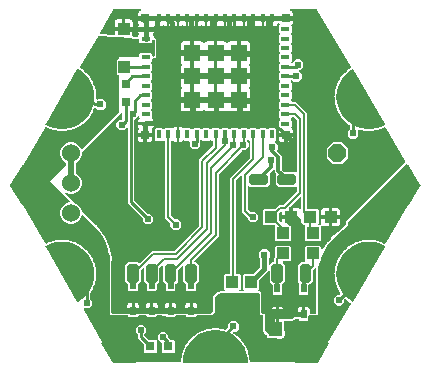
<source format=gbr>
G04 EAGLE Gerber RS-274X export*
G75*
%MOMM*%
%FSLAX34Y34*%
%LPD*%
%INTop Copper*%
%IPPOS*%
%AMOC8*
5,1,8,0,0,1.08239X$1,22.5*%
G01*
%ADD10R,0.800000X0.800000*%
%ADD11R,1.100000X1.000000*%
%ADD12C,1.000000*%
%ADD13P,1.649562X8X202.500000*%
%ADD14C,1.524000*%
%ADD15R,0.800000X0.400000*%
%ADD16R,0.400000X0.800000*%
%ADD17R,1.450000X1.450000*%
%ADD18R,0.700000X0.700000*%
%ADD19C,0.499997*%
%ADD20R,0.500000X0.800000*%
%ADD21R,1.000000X1.100000*%
%ADD22C,0.604800*%
%ADD23C,0.508000*%
%ADD24C,0.406400*%
%ADD25C,0.304800*%
%ADD26C,0.254000*%
%ADD27C,0.812800*%
%ADD28C,0.609600*%
%ADD29C,0.203200*%

G36*
X-75632Y41977D02*
X-75632Y41977D01*
X-75613Y41975D01*
X-75511Y41997D01*
X-75409Y42014D01*
X-75392Y42023D01*
X-75372Y42028D01*
X-75283Y42081D01*
X-75192Y42129D01*
X-75178Y42143D01*
X-75161Y42154D01*
X-75094Y42232D01*
X-75022Y42307D01*
X-75014Y42325D01*
X-75001Y42341D01*
X-74962Y42437D01*
X-74919Y42530D01*
X-74917Y42550D01*
X-74909Y42569D01*
X-74891Y42735D01*
X-74891Y43313D01*
X-70338Y43313D01*
X-70319Y43316D01*
X-70299Y43314D01*
X-70197Y43336D01*
X-70095Y43353D01*
X-70078Y43362D01*
X-70058Y43366D01*
X-69969Y43420D01*
X-69878Y43468D01*
X-69864Y43482D01*
X-69847Y43493D01*
X-69844Y43496D01*
X-69790Y43445D01*
X-69772Y43437D01*
X-69757Y43424D01*
X-69660Y43385D01*
X-69567Y43341D01*
X-69547Y43339D01*
X-69529Y43332D01*
X-69362Y43313D01*
X-64809Y43313D01*
X-64809Y42735D01*
X-64806Y42716D01*
X-64808Y42696D01*
X-64786Y42595D01*
X-64770Y42493D01*
X-64760Y42475D01*
X-64756Y42456D01*
X-64703Y42366D01*
X-64654Y42275D01*
X-64640Y42262D01*
X-64630Y42245D01*
X-64551Y42177D01*
X-64476Y42106D01*
X-64458Y42098D01*
X-64443Y42085D01*
X-64347Y42046D01*
X-64253Y42002D01*
X-64233Y42000D01*
X-64215Y41993D01*
X-64048Y41974D01*
X-59777Y41974D01*
X-59757Y41977D01*
X-59738Y41975D01*
X-59636Y41997D01*
X-59534Y42014D01*
X-59517Y42023D01*
X-59497Y42028D01*
X-59408Y42081D01*
X-59317Y42129D01*
X-59303Y42143D01*
X-59286Y42154D01*
X-59219Y42232D01*
X-59147Y42307D01*
X-59139Y42325D01*
X-59126Y42341D01*
X-59087Y42437D01*
X-59044Y42530D01*
X-59042Y42550D01*
X-59034Y42569D01*
X-59016Y42735D01*
X-59016Y43313D01*
X-54463Y43313D01*
X-54444Y43316D01*
X-54424Y43314D01*
X-54322Y43336D01*
X-54220Y43353D01*
X-54203Y43362D01*
X-54183Y43366D01*
X-54094Y43420D01*
X-54003Y43468D01*
X-53989Y43482D01*
X-53972Y43493D01*
X-53969Y43496D01*
X-53915Y43445D01*
X-53897Y43437D01*
X-53882Y43424D01*
X-53785Y43385D01*
X-53692Y43341D01*
X-53672Y43339D01*
X-53654Y43332D01*
X-53487Y43313D01*
X-48934Y43313D01*
X-48934Y42735D01*
X-48931Y42716D01*
X-48933Y42696D01*
X-48911Y42595D01*
X-48895Y42493D01*
X-48885Y42475D01*
X-48881Y42456D01*
X-48828Y42366D01*
X-48779Y42275D01*
X-48765Y42262D01*
X-48755Y42245D01*
X-48676Y42177D01*
X-48601Y42106D01*
X-48583Y42098D01*
X-48568Y42085D01*
X-48472Y42046D01*
X-48378Y42002D01*
X-48358Y42000D01*
X-48340Y41993D01*
X-48173Y41974D01*
X-43902Y41974D01*
X-43882Y41977D01*
X-43863Y41975D01*
X-43761Y41997D01*
X-43659Y42014D01*
X-43642Y42023D01*
X-43622Y42028D01*
X-43533Y42081D01*
X-43442Y42129D01*
X-43428Y42143D01*
X-43411Y42154D01*
X-43344Y42232D01*
X-43272Y42307D01*
X-43264Y42325D01*
X-43251Y42341D01*
X-43212Y42437D01*
X-43169Y42530D01*
X-43167Y42550D01*
X-43159Y42569D01*
X-43141Y42735D01*
X-43141Y43313D01*
X-38588Y43313D01*
X-38569Y43316D01*
X-38549Y43314D01*
X-38447Y43336D01*
X-38345Y43353D01*
X-38328Y43362D01*
X-38308Y43366D01*
X-38219Y43420D01*
X-38128Y43468D01*
X-38114Y43482D01*
X-38097Y43493D01*
X-38094Y43496D01*
X-38040Y43445D01*
X-38022Y43437D01*
X-38007Y43424D01*
X-37910Y43385D01*
X-37817Y43341D01*
X-37797Y43339D01*
X-37779Y43332D01*
X-37612Y43313D01*
X-33059Y43313D01*
X-33059Y42735D01*
X-33056Y42716D01*
X-33058Y42696D01*
X-33036Y42595D01*
X-33020Y42493D01*
X-33010Y42475D01*
X-33006Y42456D01*
X-32953Y42366D01*
X-32904Y42275D01*
X-32890Y42262D01*
X-32880Y42245D01*
X-32801Y42177D01*
X-32726Y42106D01*
X-32708Y42098D01*
X-32693Y42085D01*
X-32597Y42046D01*
X-32503Y42002D01*
X-32483Y42000D01*
X-32465Y41993D01*
X-32298Y41974D01*
X-26439Y41974D01*
X-26420Y41977D01*
X-26400Y41975D01*
X-26299Y41997D01*
X-26197Y42014D01*
X-26179Y42023D01*
X-26160Y42028D01*
X-26071Y42081D01*
X-25979Y42129D01*
X-25966Y42143D01*
X-25949Y42154D01*
X-25881Y42232D01*
X-25810Y42307D01*
X-25802Y42325D01*
X-25789Y42341D01*
X-25750Y42437D01*
X-25706Y42530D01*
X-25704Y42550D01*
X-25697Y42569D01*
X-25678Y42735D01*
X-25678Y43313D01*
X-21126Y43313D01*
X-21106Y43316D01*
X-21086Y43314D01*
X-20985Y43336D01*
X-20883Y43353D01*
X-20865Y43362D01*
X-20846Y43366D01*
X-20757Y43420D01*
X-20666Y43468D01*
X-20652Y43482D01*
X-20635Y43493D01*
X-20632Y43496D01*
X-20577Y43445D01*
X-20559Y43437D01*
X-20544Y43424D01*
X-20448Y43385D01*
X-20354Y43341D01*
X-20335Y43339D01*
X-20316Y43332D01*
X-20149Y43313D01*
X-15597Y43313D01*
X-15597Y42735D01*
X-15594Y42716D01*
X-15596Y42696D01*
X-15574Y42595D01*
X-15557Y42493D01*
X-15548Y42475D01*
X-15543Y42456D01*
X-15490Y42366D01*
X-15442Y42275D01*
X-15428Y42262D01*
X-15417Y42245D01*
X-15339Y42177D01*
X-15264Y42106D01*
X-15246Y42098D01*
X-15230Y42085D01*
X-15134Y42046D01*
X-15041Y42002D01*
X-15021Y42000D01*
X-15002Y41993D01*
X-14836Y41974D01*
X-4635Y41974D01*
X-4616Y41977D01*
X-4596Y41975D01*
X-4495Y41997D01*
X-4393Y42014D01*
X-4375Y42023D01*
X-4356Y42028D01*
X-4267Y42081D01*
X-4175Y42129D01*
X-4162Y42143D01*
X-4145Y42154D01*
X-4077Y42232D01*
X-4006Y42307D01*
X-3998Y42325D01*
X-3985Y42341D01*
X-3946Y42437D01*
X-3902Y42530D01*
X-3900Y42550D01*
X-3893Y42569D01*
X-3874Y42735D01*
X-3874Y49709D01*
X-3883Y49763D01*
X-3882Y49817D01*
X-3903Y49884D01*
X-3914Y49952D01*
X-3939Y50000D01*
X-3956Y50052D01*
X-3959Y50056D01*
X-3878Y50875D01*
X-3880Y50902D01*
X-3874Y50950D01*
X-3874Y51870D01*
X-3876Y51883D01*
X-3875Y51891D01*
X-3885Y51936D01*
X-3891Y51971D01*
X-3902Y52074D01*
X-3905Y52082D01*
X-3710Y52725D01*
X-3707Y52749D01*
X-3681Y52871D01*
X-3614Y53556D01*
X-3581Y53592D01*
X-3578Y53598D01*
X-3574Y53602D01*
X-3529Y53710D01*
X-3482Y53817D01*
X-3482Y53824D01*
X-3479Y53829D01*
X-3471Y53946D01*
X-3461Y54053D01*
X-3142Y54651D01*
X-3134Y54673D01*
X-3084Y54789D01*
X-2885Y55447D01*
X-2845Y55476D01*
X-2842Y55481D01*
X-2837Y55485D01*
X-2771Y55582D01*
X-2705Y55677D01*
X-2703Y55683D01*
X-2699Y55689D01*
X-2668Y55801D01*
X-2638Y55904D01*
X-2208Y56428D01*
X-2196Y56449D01*
X-2125Y56552D01*
X-1801Y57159D01*
X-1756Y57180D01*
X-1752Y57184D01*
X-1746Y57187D01*
X-1663Y57270D01*
X-1579Y57350D01*
X-1576Y57356D01*
X-1572Y57360D01*
X-1519Y57465D01*
X-1470Y57560D01*
X-945Y57990D01*
X-930Y58008D01*
X-840Y58095D01*
X-404Y58627D01*
X-356Y58639D01*
X-351Y58642D01*
X-345Y58644D01*
X-247Y58708D01*
X-149Y58771D01*
X-145Y58776D01*
X-140Y58780D01*
X-68Y58872D01*
X-1Y58955D01*
X598Y59275D01*
X617Y59290D01*
X722Y59358D01*
X1253Y59794D01*
X1302Y59796D01*
X1308Y59799D01*
X1314Y59799D01*
X1423Y59844D01*
X1531Y59886D01*
X1536Y59890D01*
X1542Y59892D01*
X1630Y59969D01*
X1712Y60038D01*
X2361Y60234D01*
X2383Y60245D01*
X2499Y60292D01*
X3106Y60616D01*
X3154Y60608D01*
X3160Y60609D01*
X3167Y60609D01*
X3282Y60631D01*
X3396Y60652D01*
X3402Y60654D01*
X3408Y60656D01*
X3510Y60714D01*
X3603Y60765D01*
X4278Y60831D01*
X4302Y60837D01*
X4425Y60860D01*
X5076Y61058D01*
X5113Y61043D01*
X5139Y61040D01*
X5154Y61035D01*
X5186Y61035D01*
X5280Y61024D01*
X6200Y61024D01*
X6226Y61028D01*
X6275Y61028D01*
X7107Y61110D01*
X7110Y61109D01*
X7170Y61074D01*
X7223Y61063D01*
X7274Y61043D01*
X7383Y61031D01*
X7411Y61025D01*
X7423Y61026D01*
X7441Y61024D01*
X7594Y61024D01*
X7665Y61036D01*
X7737Y61038D01*
X7786Y61056D01*
X7837Y61064D01*
X7900Y61098D01*
X7968Y61122D01*
X8008Y61155D01*
X8054Y61179D01*
X8104Y61231D01*
X8160Y61276D01*
X8188Y61320D01*
X8224Y61357D01*
X8254Y61422D01*
X8293Y61483D01*
X8305Y61533D01*
X8327Y61580D01*
X8335Y61652D01*
X8353Y61721D01*
X8349Y61773D01*
X8354Y61825D01*
X8339Y61895D01*
X8334Y61966D01*
X8313Y62014D01*
X8302Y62065D01*
X8265Y62127D01*
X8237Y62193D01*
X8192Y62249D01*
X8176Y62276D01*
X8158Y62292D01*
X8132Y62324D01*
X7263Y63193D01*
X7263Y74457D01*
X8156Y75350D01*
X11304Y75350D01*
X11324Y75353D01*
X11343Y75351D01*
X11445Y75373D01*
X11547Y75389D01*
X11564Y75399D01*
X11584Y75403D01*
X11673Y75456D01*
X11764Y75505D01*
X11778Y75519D01*
X11795Y75529D01*
X11862Y75608D01*
X11934Y75683D01*
X11942Y75701D01*
X11955Y75716D01*
X11994Y75812D01*
X12037Y75906D01*
X12039Y75926D01*
X12047Y75944D01*
X12065Y76111D01*
X12065Y156882D01*
X29236Y174053D01*
X29289Y174127D01*
X29349Y174197D01*
X29361Y174227D01*
X29380Y174253D01*
X29407Y174340D01*
X29441Y174425D01*
X29445Y174466D01*
X29452Y174488D01*
X29451Y174520D01*
X29459Y174591D01*
X29459Y187957D01*
X29445Y188047D01*
X29437Y188138D01*
X29425Y188167D01*
X29420Y188199D01*
X29377Y188280D01*
X29341Y188364D01*
X29315Y188396D01*
X29304Y188417D01*
X29281Y188439D01*
X29236Y188495D01*
X28538Y189193D01*
X28522Y189205D01*
X28510Y189220D01*
X28422Y189276D01*
X28339Y189336D01*
X28320Y189342D01*
X28303Y189353D01*
X28202Y189378D01*
X28103Y189409D01*
X28084Y189408D01*
X28064Y189413D01*
X27961Y189405D01*
X27858Y189402D01*
X27839Y189396D01*
X27819Y189394D01*
X27724Y189354D01*
X27627Y189318D01*
X27611Y189305D01*
X27593Y189298D01*
X27462Y189193D01*
X26946Y188677D01*
X26934Y188661D01*
X26919Y188648D01*
X26863Y188561D01*
X26802Y188477D01*
X26796Y188458D01*
X26786Y188442D01*
X26760Y188341D01*
X26730Y188242D01*
X26730Y188222D01*
X26726Y188203D01*
X26734Y188100D01*
X26736Y187996D01*
X26743Y187978D01*
X26745Y187958D01*
X26785Y187863D01*
X26821Y187765D01*
X26833Y187750D01*
X26841Y187731D01*
X26923Y187629D01*
X26926Y187625D01*
X26929Y187622D01*
X26946Y187601D01*
X27931Y186616D01*
X27931Y182847D01*
X25266Y180183D01*
X22742Y180183D01*
X22652Y180168D01*
X22561Y180161D01*
X22531Y180148D01*
X22499Y180143D01*
X22418Y180100D01*
X22334Y180065D01*
X22302Y180039D01*
X22282Y180028D01*
X22259Y180005D01*
X22203Y179960D01*
X2891Y160647D01*
X2838Y160573D01*
X2778Y160504D01*
X2766Y160473D01*
X2747Y160447D01*
X2720Y160360D01*
X2686Y160275D01*
X2682Y160235D01*
X2675Y160212D01*
X2676Y160180D01*
X2668Y160109D01*
X2668Y107419D01*
X-17727Y87024D01*
X-17769Y86966D01*
X-17818Y86914D01*
X-17840Y86867D01*
X-17870Y86824D01*
X-17891Y86756D01*
X-17922Y86691D01*
X-17927Y86639D01*
X-17943Y86589D01*
X-17941Y86518D01*
X-17949Y86446D01*
X-17938Y86396D01*
X-17936Y86344D01*
X-17912Y86276D01*
X-17896Y86206D01*
X-17870Y86161D01*
X-17852Y86113D01*
X-17807Y86056D01*
X-17770Y85995D01*
X-17731Y85961D01*
X-17698Y85920D01*
X-17638Y85882D01*
X-17583Y85835D01*
X-17535Y85816D01*
X-17491Y85787D01*
X-17422Y85770D01*
X-17355Y85743D01*
X-17284Y85735D01*
X-17253Y85727D01*
X-17229Y85729D01*
X-17188Y85725D01*
X-16470Y85725D01*
X-14113Y83367D01*
X-14113Y69033D01*
X-16390Y66756D01*
X-16443Y66682D01*
X-16502Y66612D01*
X-16515Y66582D01*
X-16533Y66556D01*
X-16560Y66469D01*
X-16594Y66384D01*
X-16599Y66343D01*
X-16606Y66321D01*
X-16605Y66289D01*
X-16613Y66218D01*
X-16613Y61931D01*
X-17506Y61038D01*
X-23769Y61038D01*
X-24662Y61931D01*
X-24662Y66218D01*
X-24677Y66308D01*
X-24684Y66399D01*
X-24697Y66428D01*
X-24702Y66460D01*
X-24745Y66541D01*
X-24780Y66625D01*
X-24806Y66657D01*
X-24817Y66678D01*
X-24840Y66700D01*
X-24885Y66756D01*
X-27162Y69033D01*
X-27162Y81707D01*
X-27174Y81778D01*
X-27176Y81849D01*
X-27194Y81898D01*
X-27202Y81950D01*
X-27235Y82013D01*
X-27260Y82080D01*
X-27293Y82121D01*
X-27317Y82167D01*
X-27369Y82216D01*
X-27414Y82272D01*
X-27458Y82301D01*
X-27495Y82336D01*
X-27560Y82367D01*
X-27621Y82405D01*
X-27671Y82418D01*
X-27718Y82440D01*
X-27790Y82448D01*
X-27859Y82465D01*
X-27911Y82461D01*
X-27963Y82467D01*
X-28033Y82452D01*
X-28104Y82446D01*
X-28152Y82426D01*
X-28203Y82415D01*
X-28265Y82378D01*
X-28331Y82350D01*
X-28387Y82305D01*
X-28414Y82289D01*
X-28430Y82271D01*
X-28462Y82245D01*
X-31352Y79355D01*
X-31406Y79281D01*
X-31465Y79211D01*
X-31477Y79181D01*
X-31496Y79155D01*
X-31523Y79068D01*
X-31557Y78983D01*
X-31561Y78942D01*
X-31568Y78920D01*
X-31567Y78888D01*
X-31575Y78816D01*
X-31575Y69033D01*
X-33852Y66756D01*
X-33905Y66682D01*
X-33965Y66613D01*
X-33977Y66582D01*
X-33996Y66556D01*
X-34023Y66469D01*
X-34057Y66384D01*
X-34061Y66343D01*
X-34068Y66321D01*
X-34067Y66289D01*
X-34075Y66218D01*
X-34075Y61931D01*
X-34968Y61038D01*
X-41232Y61038D01*
X-42125Y61931D01*
X-42125Y66218D01*
X-42139Y66308D01*
X-42147Y66399D01*
X-42159Y66428D01*
X-42164Y66460D01*
X-42207Y66541D01*
X-42243Y66625D01*
X-42269Y66657D01*
X-42280Y66678D01*
X-42303Y66700D01*
X-42348Y66756D01*
X-44625Y69033D01*
X-44625Y81707D01*
X-44636Y81778D01*
X-44638Y81849D01*
X-44656Y81898D01*
X-44664Y81950D01*
X-44698Y82013D01*
X-44723Y82080D01*
X-44755Y82121D01*
X-44780Y82167D01*
X-44831Y82216D01*
X-44876Y82272D01*
X-44920Y82301D01*
X-44958Y82336D01*
X-45023Y82367D01*
X-45083Y82405D01*
X-45134Y82418D01*
X-45181Y82440D01*
X-45252Y82448D01*
X-45322Y82465D01*
X-45374Y82461D01*
X-45425Y82467D01*
X-45496Y82452D01*
X-45567Y82446D01*
X-45615Y82426D01*
X-45666Y82415D01*
X-45727Y82378D01*
X-45793Y82350D01*
X-45849Y82305D01*
X-45877Y82289D01*
X-45892Y82271D01*
X-45924Y82245D01*
X-47227Y80942D01*
X-47280Y80868D01*
X-47340Y80799D01*
X-47352Y80768D01*
X-47371Y80742D01*
X-47398Y80655D01*
X-47432Y80570D01*
X-47436Y80530D01*
X-47443Y80507D01*
X-47442Y80475D01*
X-47450Y80404D01*
X-47450Y69033D01*
X-49727Y66756D01*
X-49780Y66682D01*
X-49840Y66612D01*
X-49852Y66582D01*
X-49871Y66556D01*
X-49898Y66469D01*
X-49932Y66384D01*
X-49936Y66343D01*
X-49943Y66321D01*
X-49942Y66289D01*
X-49950Y66218D01*
X-49950Y61931D01*
X-50843Y61038D01*
X-57107Y61038D01*
X-58000Y61931D01*
X-58000Y66218D01*
X-58014Y66308D01*
X-58022Y66399D01*
X-58034Y66428D01*
X-58039Y66460D01*
X-58082Y66541D01*
X-58118Y66625D01*
X-58144Y66657D01*
X-58155Y66678D01*
X-58178Y66700D01*
X-58223Y66756D01*
X-60500Y69033D01*
X-60500Y79581D01*
X-60511Y79651D01*
X-60513Y79723D01*
X-60531Y79772D01*
X-60539Y79823D01*
X-60573Y79887D01*
X-60598Y79954D01*
X-60630Y79995D01*
X-60655Y80041D01*
X-60706Y80090D01*
X-60751Y80146D01*
X-60795Y80174D01*
X-60833Y80210D01*
X-60898Y80240D01*
X-60958Y80279D01*
X-61009Y80292D01*
X-61056Y80314D01*
X-61127Y80322D01*
X-61197Y80339D01*
X-61249Y80335D01*
X-61300Y80341D01*
X-61371Y80326D01*
X-61442Y80320D01*
X-61490Y80300D01*
X-61541Y80289D01*
X-61602Y80252D01*
X-61668Y80224D01*
X-61724Y80179D01*
X-61752Y80162D01*
X-61767Y80145D01*
X-61799Y80119D01*
X-63102Y78816D01*
X-63156Y78742D01*
X-63215Y78672D01*
X-63227Y78642D01*
X-63246Y78616D01*
X-63273Y78529D01*
X-63307Y78444D01*
X-63311Y78403D01*
X-63318Y78381D01*
X-63317Y78349D01*
X-63325Y78277D01*
X-63325Y69033D01*
X-65602Y66756D01*
X-65655Y66682D01*
X-65715Y66612D01*
X-65727Y66582D01*
X-65746Y66556D01*
X-65773Y66469D01*
X-65807Y66384D01*
X-65811Y66343D01*
X-65818Y66321D01*
X-65817Y66289D01*
X-65825Y66218D01*
X-65825Y61931D01*
X-66718Y61038D01*
X-72982Y61038D01*
X-73875Y61931D01*
X-73875Y66218D01*
X-73889Y66308D01*
X-73897Y66399D01*
X-73909Y66428D01*
X-73914Y66460D01*
X-73957Y66541D01*
X-73993Y66625D01*
X-74019Y66657D01*
X-74030Y66678D01*
X-74053Y66700D01*
X-74098Y66756D01*
X-76375Y69033D01*
X-76375Y83367D01*
X-74017Y85725D01*
X-65683Y85725D01*
X-65070Y85111D01*
X-65053Y85100D01*
X-65041Y85084D01*
X-64954Y85028D01*
X-64870Y84968D01*
X-64851Y84962D01*
X-64834Y84951D01*
X-64734Y84926D01*
X-64635Y84895D01*
X-64615Y84896D01*
X-64595Y84891D01*
X-64493Y84899D01*
X-64389Y84902D01*
X-64370Y84909D01*
X-64350Y84910D01*
X-64255Y84951D01*
X-64158Y84986D01*
X-64142Y84999D01*
X-64124Y85007D01*
X-63993Y85111D01*
X-53791Y95313D01*
X-34655Y95313D01*
X-34565Y95328D01*
X-34474Y95335D01*
X-34444Y95348D01*
X-34412Y95353D01*
X-34331Y95396D01*
X-34248Y95431D01*
X-34215Y95457D01*
X-34195Y95468D01*
X-34173Y95491D01*
X-34117Y95536D01*
X-13876Y115777D01*
X-13823Y115851D01*
X-13764Y115920D01*
X-13751Y115950D01*
X-13733Y115976D01*
X-13706Y116063D01*
X-13672Y116148D01*
X-13667Y116189D01*
X-13660Y116211D01*
X-13661Y116244D01*
X-13653Y116315D01*
X-13653Y172502D01*
X-11942Y174213D01*
X-2764Y183391D01*
X-2711Y183465D01*
X-2651Y183535D01*
X-2639Y183565D01*
X-2620Y183591D01*
X-2593Y183678D01*
X-2559Y183763D01*
X-2555Y183804D01*
X-2548Y183826D01*
X-2549Y183858D01*
X-2541Y183930D01*
X-2541Y187957D01*
X-2555Y188047D01*
X-2563Y188138D01*
X-2575Y188167D01*
X-2580Y188199D01*
X-2623Y188280D01*
X-2659Y188364D01*
X-2685Y188396D01*
X-2696Y188417D01*
X-2719Y188439D01*
X-2764Y188495D01*
X-3462Y189193D01*
X-3478Y189205D01*
X-3490Y189220D01*
X-3578Y189276D01*
X-3661Y189336D01*
X-3680Y189342D01*
X-3697Y189353D01*
X-3798Y189378D01*
X-3897Y189409D01*
X-3916Y189408D01*
X-3936Y189413D01*
X-4039Y189405D01*
X-4142Y189402D01*
X-4161Y189396D01*
X-4181Y189394D01*
X-4276Y189354D01*
X-4373Y189318D01*
X-4389Y189306D01*
X-4407Y189298D01*
X-4538Y189193D01*
X-5368Y188363D01*
X-10632Y188363D01*
X-11462Y189193D01*
X-11478Y189205D01*
X-11490Y189220D01*
X-11578Y189276D01*
X-11661Y189336D01*
X-11680Y189342D01*
X-11697Y189353D01*
X-11798Y189378D01*
X-11897Y189409D01*
X-11916Y189408D01*
X-11936Y189413D01*
X-12039Y189405D01*
X-12142Y189402D01*
X-12161Y189396D01*
X-12181Y189394D01*
X-12276Y189354D01*
X-12373Y189318D01*
X-12389Y189305D01*
X-12407Y189298D01*
X-12538Y189193D01*
X-12973Y188758D01*
X-12985Y188742D01*
X-13001Y188729D01*
X-13057Y188642D01*
X-13117Y188558D01*
X-13123Y188539D01*
X-13134Y188522D01*
X-13159Y188422D01*
X-13189Y188323D01*
X-13189Y188303D01*
X-13194Y188284D01*
X-13186Y188181D01*
X-13183Y188077D01*
X-13176Y188058D01*
X-13175Y188039D01*
X-13134Y187943D01*
X-13098Y187846D01*
X-13086Y187831D01*
X-13078Y187812D01*
X-12973Y187681D01*
X-12914Y187622D01*
X-12914Y183853D01*
X-15578Y181189D01*
X-19347Y181189D01*
X-22011Y183853D01*
X-22011Y187602D01*
X-22014Y187621D01*
X-22012Y187641D01*
X-22034Y187742D01*
X-22051Y187844D01*
X-22060Y187862D01*
X-22065Y187881D01*
X-22118Y187970D01*
X-22166Y188062D01*
X-22180Y188075D01*
X-22191Y188092D01*
X-22269Y188160D01*
X-22344Y188231D01*
X-22362Y188239D01*
X-22378Y188252D01*
X-22474Y188291D01*
X-22567Y188335D01*
X-22587Y188337D01*
X-22606Y188344D01*
X-22772Y188363D01*
X-26632Y188363D01*
X-26764Y188495D01*
X-26859Y188563D01*
X-26956Y188635D01*
X-26960Y188636D01*
X-26963Y188638D01*
X-27077Y188673D01*
X-27190Y188710D01*
X-27195Y188710D01*
X-27198Y188711D01*
X-27317Y188708D01*
X-27436Y188706D01*
X-27440Y188705D01*
X-27444Y188704D01*
X-27555Y188664D01*
X-27668Y188624D01*
X-27671Y188621D01*
X-27675Y188620D01*
X-27768Y188546D01*
X-27862Y188472D01*
X-27865Y188468D01*
X-27867Y188466D01*
X-27875Y188455D01*
X-27961Y188337D01*
X-27967Y188327D01*
X-28440Y187854D01*
X-29019Y187520D01*
X-29666Y187347D01*
X-31001Y187347D01*
X-31001Y193649D01*
X-31004Y193669D01*
X-31002Y193689D01*
X-31024Y193790D01*
X-31040Y193892D01*
X-31041Y193894D01*
X-31029Y193921D01*
X-31027Y193940D01*
X-31019Y193959D01*
X-31001Y194126D01*
X-31001Y200428D01*
X-29666Y200428D01*
X-29019Y200255D01*
X-28440Y199921D01*
X-27967Y199448D01*
X-27961Y199438D01*
X-27886Y199346D01*
X-27812Y199253D01*
X-27808Y199251D01*
X-27805Y199247D01*
X-27706Y199185D01*
X-27605Y199120D01*
X-27601Y199119D01*
X-27597Y199117D01*
X-27482Y199089D01*
X-27366Y199060D01*
X-27362Y199060D01*
X-27358Y199059D01*
X-27239Y199070D01*
X-27121Y199079D01*
X-27117Y199081D01*
X-27113Y199081D01*
X-27005Y199128D01*
X-26895Y199175D01*
X-26891Y199178D01*
X-26888Y199180D01*
X-26878Y199189D01*
X-26764Y199280D01*
X-26632Y199412D01*
X-21368Y199412D01*
X-20538Y198582D01*
X-20522Y198570D01*
X-20510Y198555D01*
X-20422Y198499D01*
X-20339Y198439D01*
X-20320Y198433D01*
X-20303Y198422D01*
X-20202Y198397D01*
X-20103Y198366D01*
X-20084Y198367D01*
X-20064Y198362D01*
X-19961Y198370D01*
X-19858Y198373D01*
X-19839Y198379D01*
X-19819Y198381D01*
X-19724Y198421D01*
X-19627Y198457D01*
X-19611Y198470D01*
X-19593Y198477D01*
X-19462Y198582D01*
X-18632Y199412D01*
X-13368Y199412D01*
X-12538Y198582D01*
X-12522Y198570D01*
X-12510Y198555D01*
X-12422Y198499D01*
X-12339Y198439D01*
X-12320Y198433D01*
X-12303Y198422D01*
X-12202Y198397D01*
X-12103Y198366D01*
X-12084Y198367D01*
X-12064Y198362D01*
X-11961Y198370D01*
X-11858Y198373D01*
X-11839Y198379D01*
X-11819Y198381D01*
X-11724Y198421D01*
X-11627Y198457D01*
X-11611Y198470D01*
X-11593Y198477D01*
X-11462Y198582D01*
X-10632Y199412D01*
X-5368Y199412D01*
X-4538Y198582D01*
X-4522Y198570D01*
X-4510Y198555D01*
X-4422Y198499D01*
X-4339Y198439D01*
X-4320Y198433D01*
X-4303Y198422D01*
X-4202Y198397D01*
X-4103Y198366D01*
X-4084Y198367D01*
X-4064Y198362D01*
X-3961Y198370D01*
X-3858Y198373D01*
X-3839Y198379D01*
X-3819Y198381D01*
X-3724Y198421D01*
X-3627Y198457D01*
X-3611Y198470D01*
X-3593Y198477D01*
X-3462Y198582D01*
X-2632Y199412D01*
X2632Y199412D01*
X3462Y198582D01*
X3478Y198570D01*
X3490Y198555D01*
X3578Y198499D01*
X3661Y198439D01*
X3680Y198433D01*
X3697Y198422D01*
X3798Y198397D01*
X3897Y198366D01*
X3916Y198367D01*
X3936Y198362D01*
X4039Y198370D01*
X4142Y198373D01*
X4161Y198379D01*
X4181Y198381D01*
X4276Y198421D01*
X4373Y198457D01*
X4389Y198470D01*
X4407Y198477D01*
X4538Y198582D01*
X5368Y199412D01*
X10632Y199412D01*
X11462Y198582D01*
X11478Y198570D01*
X11490Y198555D01*
X11578Y198499D01*
X11661Y198439D01*
X11680Y198433D01*
X11697Y198422D01*
X11798Y198397D01*
X11897Y198366D01*
X11916Y198367D01*
X11936Y198362D01*
X12039Y198370D01*
X12142Y198373D01*
X12161Y198379D01*
X12181Y198381D01*
X12276Y198421D01*
X12373Y198457D01*
X12389Y198470D01*
X12407Y198477D01*
X12538Y198582D01*
X13368Y199412D01*
X18632Y199412D01*
X19462Y198582D01*
X19478Y198570D01*
X19490Y198555D01*
X19578Y198499D01*
X19661Y198439D01*
X19680Y198433D01*
X19697Y198422D01*
X19798Y198397D01*
X19897Y198366D01*
X19916Y198367D01*
X19936Y198362D01*
X20039Y198370D01*
X20142Y198373D01*
X20161Y198379D01*
X20181Y198381D01*
X20276Y198421D01*
X20373Y198457D01*
X20389Y198470D01*
X20407Y198477D01*
X20538Y198582D01*
X21368Y199412D01*
X26632Y199412D01*
X27462Y198582D01*
X27478Y198570D01*
X27490Y198555D01*
X27578Y198499D01*
X27661Y198439D01*
X27680Y198433D01*
X27697Y198422D01*
X27798Y198397D01*
X27897Y198366D01*
X27916Y198367D01*
X27936Y198362D01*
X28039Y198370D01*
X28142Y198373D01*
X28161Y198379D01*
X28181Y198381D01*
X28276Y198421D01*
X28373Y198457D01*
X28389Y198470D01*
X28407Y198477D01*
X28538Y198582D01*
X29368Y199412D01*
X34632Y199412D01*
X35462Y198582D01*
X35478Y198570D01*
X35490Y198555D01*
X35578Y198499D01*
X35661Y198439D01*
X35680Y198433D01*
X35697Y198422D01*
X35798Y198397D01*
X35897Y198366D01*
X35916Y198367D01*
X35936Y198362D01*
X36039Y198370D01*
X36142Y198373D01*
X36161Y198379D01*
X36181Y198381D01*
X36276Y198421D01*
X36373Y198457D01*
X36389Y198470D01*
X36407Y198477D01*
X36538Y198582D01*
X37368Y199412D01*
X42632Y199412D01*
X43462Y198582D01*
X43478Y198570D01*
X43490Y198555D01*
X43578Y198499D01*
X43661Y198439D01*
X43680Y198433D01*
X43697Y198422D01*
X43798Y198397D01*
X43897Y198366D01*
X43916Y198367D01*
X43936Y198362D01*
X44039Y198370D01*
X44142Y198373D01*
X44161Y198379D01*
X44181Y198381D01*
X44276Y198421D01*
X44373Y198457D01*
X44389Y198470D01*
X44407Y198477D01*
X44538Y198582D01*
X45368Y199412D01*
X50632Y199412D01*
X51525Y198519D01*
X51525Y189256D01*
X50498Y188229D01*
X50486Y188213D01*
X50471Y188201D01*
X50415Y188113D01*
X50355Y188030D01*
X50349Y188011D01*
X50338Y187994D01*
X50313Y187893D01*
X50282Y187795D01*
X50283Y187775D01*
X50278Y187755D01*
X50286Y187652D01*
X50289Y187549D01*
X50295Y187530D01*
X50297Y187510D01*
X50337Y187415D01*
X50373Y187318D01*
X50386Y187302D01*
X50393Y187284D01*
X50498Y187153D01*
X52686Y184965D01*
X52686Y181196D01*
X52270Y180780D01*
X52258Y180764D01*
X52243Y180752D01*
X52187Y180664D01*
X52127Y180580D01*
X52121Y180561D01*
X52110Y180545D01*
X52085Y180444D01*
X52054Y180345D01*
X52055Y180325D01*
X52050Y180306D01*
X52058Y180203D01*
X52061Y180100D01*
X52067Y180081D01*
X52069Y180061D01*
X52109Y179966D01*
X52145Y179869D01*
X52157Y179853D01*
X52165Y179835D01*
X52270Y179704D01*
X56097Y175877D01*
X56097Y164430D01*
X56112Y164340D01*
X56119Y164249D01*
X56131Y164219D01*
X56137Y164187D01*
X56179Y164106D01*
X56215Y164023D01*
X56241Y163990D01*
X56252Y163970D01*
X56275Y163948D01*
X56320Y163892D01*
X57889Y162323D01*
X57963Y162270D01*
X58032Y162210D01*
X58062Y162198D01*
X58089Y162179D01*
X58176Y162152D01*
X58260Y162118D01*
X58301Y162114D01*
X58324Y162107D01*
X58356Y162108D01*
X58427Y162100D01*
X67492Y162100D01*
X67597Y161995D01*
X67655Y161953D01*
X67707Y161903D01*
X67755Y161881D01*
X67797Y161851D01*
X67866Y161830D01*
X67931Y161800D01*
X67982Y161794D01*
X68032Y161779D01*
X68104Y161781D01*
X68175Y161773D01*
X68226Y161784D01*
X68278Y161785D01*
X68345Y161810D01*
X68415Y161825D01*
X68460Y161852D01*
X68509Y161869D01*
X68565Y161914D01*
X68626Y161951D01*
X68660Y161991D01*
X68701Y162023D01*
X68740Y162083D01*
X68786Y162138D01*
X68806Y162186D01*
X68834Y162230D01*
X68851Y162299D01*
X68878Y162366D01*
X68886Y162437D01*
X68894Y162469D01*
X68892Y162492D01*
X68897Y162533D01*
X68897Y205146D01*
X68882Y205236D01*
X68875Y205327D01*
X68862Y205357D01*
X68857Y205389D01*
X68814Y205470D01*
X68779Y205554D01*
X68753Y205586D01*
X68742Y205606D01*
X68719Y205629D01*
X68674Y205685D01*
X66235Y208124D01*
X66161Y208177D01*
X66091Y208236D01*
X66061Y208248D01*
X66035Y208267D01*
X65948Y208294D01*
X65863Y208328D01*
X65822Y208333D01*
X65800Y208340D01*
X65768Y208339D01*
X65696Y208347D01*
X64931Y208347D01*
X64841Y208332D01*
X64750Y208325D01*
X64720Y208312D01*
X64688Y208307D01*
X64607Y208264D01*
X64524Y208229D01*
X64491Y208203D01*
X64471Y208192D01*
X64449Y208169D01*
X64393Y208124D01*
X63695Y207426D01*
X63683Y207410D01*
X63667Y207397D01*
X63611Y207310D01*
X63551Y207226D01*
X63545Y207207D01*
X63534Y207190D01*
X63509Y207090D01*
X63479Y206991D01*
X63479Y206971D01*
X63474Y206952D01*
X63482Y206849D01*
X63485Y206745D01*
X63492Y206726D01*
X63493Y206706D01*
X63534Y206612D01*
X63569Y206514D01*
X63582Y206498D01*
X63590Y206480D01*
X63695Y206349D01*
X64525Y205519D01*
X64525Y200256D01*
X64393Y200124D01*
X64324Y200028D01*
X64253Y199931D01*
X64251Y199927D01*
X64249Y199924D01*
X64214Y199810D01*
X64178Y199697D01*
X64178Y199693D01*
X64177Y199689D01*
X64180Y199571D01*
X64182Y199451D01*
X64183Y199447D01*
X64183Y199443D01*
X64224Y199332D01*
X64263Y199219D01*
X64266Y199216D01*
X64267Y199212D01*
X64342Y199119D01*
X64415Y199026D01*
X64419Y199023D01*
X64421Y199020D01*
X64433Y199013D01*
X64550Y198926D01*
X64560Y198921D01*
X65033Y198448D01*
X65368Y197868D01*
X65541Y197222D01*
X65541Y194911D01*
X60262Y194911D01*
X60242Y194907D01*
X60223Y194910D01*
X60121Y194888D01*
X60019Y194871D01*
X60002Y194862D01*
X59982Y194857D01*
X59893Y194804D01*
X59802Y194756D01*
X59788Y194741D01*
X59771Y194731D01*
X59704Y194652D01*
X59633Y194577D01*
X59624Y194559D01*
X59611Y194544D01*
X59572Y194448D01*
X59529Y194354D01*
X59527Y194335D01*
X59519Y194316D01*
X59501Y194149D01*
X59501Y193387D01*
X59499Y193387D01*
X59499Y194149D01*
X59496Y194169D01*
X59498Y194189D01*
X59476Y194290D01*
X59459Y194392D01*
X59450Y194410D01*
X59446Y194429D01*
X59393Y194518D01*
X59344Y194610D01*
X59330Y194623D01*
X59320Y194640D01*
X59241Y194708D01*
X59166Y194779D01*
X59148Y194787D01*
X59133Y194800D01*
X59037Y194839D01*
X58943Y194883D01*
X58923Y194885D01*
X58905Y194892D01*
X58738Y194911D01*
X53459Y194911D01*
X53459Y197222D01*
X53632Y197868D01*
X53967Y198447D01*
X54087Y198568D01*
X54099Y198584D01*
X54114Y198596D01*
X54170Y198683D01*
X54231Y198767D01*
X54236Y198786D01*
X54247Y198803D01*
X54272Y198903D01*
X54303Y199002D01*
X54302Y199022D01*
X54307Y199042D01*
X54299Y199145D01*
X54297Y199248D01*
X54290Y199267D01*
X54288Y199287D01*
X54248Y199382D01*
X54212Y199479D01*
X54200Y199495D01*
X54192Y199513D01*
X54087Y199644D01*
X53475Y200256D01*
X53475Y205519D01*
X54305Y206349D01*
X54317Y206365D01*
X54333Y206378D01*
X54389Y206465D01*
X54449Y206549D01*
X54455Y206568D01*
X54466Y206585D01*
X54491Y206685D01*
X54521Y206784D01*
X54521Y206804D01*
X54526Y206823D01*
X54518Y206926D01*
X54515Y207030D01*
X54508Y207049D01*
X54507Y207068D01*
X54466Y207163D01*
X54431Y207261D01*
X54418Y207277D01*
X54410Y207295D01*
X54305Y207426D01*
X53475Y208256D01*
X53475Y213519D01*
X54305Y214349D01*
X54317Y214365D01*
X54333Y214378D01*
X54389Y214465D01*
X54449Y214549D01*
X54455Y214568D01*
X54466Y214585D01*
X54491Y214685D01*
X54521Y214784D01*
X54521Y214804D01*
X54526Y214823D01*
X54518Y214926D01*
X54515Y215030D01*
X54508Y215049D01*
X54507Y215068D01*
X54466Y215163D01*
X54431Y215261D01*
X54418Y215277D01*
X54410Y215295D01*
X54305Y215426D01*
X53475Y216256D01*
X53475Y221519D01*
X54305Y222349D01*
X54317Y222365D01*
X54333Y222378D01*
X54389Y222465D01*
X54449Y222549D01*
X54455Y222568D01*
X54466Y222585D01*
X54491Y222685D01*
X54521Y222784D01*
X54521Y222804D01*
X54526Y222823D01*
X54518Y222926D01*
X54515Y223030D01*
X54508Y223049D01*
X54507Y223068D01*
X54466Y223163D01*
X54431Y223261D01*
X54418Y223277D01*
X54410Y223295D01*
X54305Y223426D01*
X53475Y224256D01*
X53475Y229519D01*
X54305Y230349D01*
X54317Y230365D01*
X54333Y230378D01*
X54389Y230465D01*
X54449Y230549D01*
X54455Y230568D01*
X54466Y230585D01*
X54491Y230685D01*
X54521Y230784D01*
X54521Y230804D01*
X54526Y230823D01*
X54518Y230926D01*
X54515Y231030D01*
X54508Y231049D01*
X54507Y231068D01*
X54466Y231163D01*
X54431Y231261D01*
X54418Y231277D01*
X54410Y231295D01*
X54305Y231426D01*
X53475Y232256D01*
X53475Y237519D01*
X54305Y238349D01*
X54317Y238365D01*
X54333Y238378D01*
X54389Y238465D01*
X54449Y238549D01*
X54455Y238568D01*
X54466Y238585D01*
X54491Y238685D01*
X54521Y238784D01*
X54521Y238804D01*
X54526Y238823D01*
X54518Y238926D01*
X54515Y239030D01*
X54508Y239049D01*
X54507Y239068D01*
X54466Y239163D01*
X54431Y239261D01*
X54418Y239277D01*
X54410Y239295D01*
X54305Y239426D01*
X53475Y240256D01*
X53475Y245519D01*
X54305Y246349D01*
X54317Y246365D01*
X54333Y246378D01*
X54389Y246465D01*
X54449Y246549D01*
X54455Y246568D01*
X54466Y246585D01*
X54491Y246685D01*
X54521Y246784D01*
X54521Y246804D01*
X54526Y246823D01*
X54518Y246926D01*
X54515Y247030D01*
X54508Y247049D01*
X54507Y247068D01*
X54466Y247163D01*
X54431Y247261D01*
X54418Y247277D01*
X54410Y247295D01*
X54305Y247426D01*
X53475Y248256D01*
X53475Y253519D01*
X54305Y254349D01*
X54317Y254365D01*
X54333Y254378D01*
X54389Y254465D01*
X54449Y254549D01*
X54455Y254568D01*
X54466Y254585D01*
X54491Y254685D01*
X54521Y254784D01*
X54521Y254804D01*
X54526Y254823D01*
X54518Y254926D01*
X54515Y255030D01*
X54508Y255049D01*
X54507Y255068D01*
X54466Y255163D01*
X54431Y255261D01*
X54418Y255277D01*
X54410Y255295D01*
X54305Y255426D01*
X53475Y256256D01*
X53475Y261519D01*
X54305Y262349D01*
X54317Y262365D01*
X54333Y262378D01*
X54389Y262465D01*
X54449Y262549D01*
X54455Y262568D01*
X54466Y262585D01*
X54491Y262685D01*
X54521Y262784D01*
X54521Y262804D01*
X54526Y262823D01*
X54518Y262926D01*
X54515Y263030D01*
X54508Y263049D01*
X54507Y263068D01*
X54466Y263163D01*
X54431Y263261D01*
X54418Y263277D01*
X54410Y263295D01*
X54305Y263426D01*
X53475Y264256D01*
X53475Y269519D01*
X54305Y270349D01*
X54317Y270365D01*
X54333Y270378D01*
X54389Y270465D01*
X54449Y270549D01*
X54455Y270568D01*
X54466Y270585D01*
X54491Y270685D01*
X54521Y270784D01*
X54521Y270804D01*
X54526Y270823D01*
X54518Y270926D01*
X54515Y271030D01*
X54508Y271049D01*
X54507Y271068D01*
X54466Y271163D01*
X54431Y271261D01*
X54418Y271277D01*
X54410Y271295D01*
X54305Y271426D01*
X53475Y272256D01*
X53475Y277519D01*
X54305Y278349D01*
X54317Y278365D01*
X54333Y278378D01*
X54389Y278465D01*
X54449Y278549D01*
X54455Y278568D01*
X54466Y278585D01*
X54491Y278685D01*
X54521Y278784D01*
X54521Y278804D01*
X54526Y278823D01*
X54518Y278926D01*
X54515Y279030D01*
X54508Y279049D01*
X54507Y279068D01*
X54466Y279163D01*
X54431Y279261D01*
X54418Y279277D01*
X54410Y279295D01*
X54305Y279426D01*
X53475Y280256D01*
X53475Y285519D01*
X54087Y286131D01*
X54099Y286147D01*
X54114Y286159D01*
X54170Y286247D01*
X54231Y286331D01*
X54236Y286350D01*
X54247Y286366D01*
X54273Y286467D01*
X54303Y286566D01*
X54302Y286586D01*
X54307Y286605D01*
X54299Y286708D01*
X54297Y286811D01*
X54290Y286830D01*
X54288Y286850D01*
X54248Y286945D01*
X54212Y287043D01*
X54200Y287058D01*
X54192Y287076D01*
X54087Y287207D01*
X53967Y287328D01*
X53870Y287495D01*
X53825Y287550D01*
X53823Y287553D01*
X53814Y287569D01*
X53813Y287569D01*
X53788Y287611D01*
X53748Y287645D01*
X53715Y287685D01*
X53654Y287723D01*
X53599Y287769D01*
X53550Y287788D01*
X53506Y287816D01*
X53437Y287832D01*
X53370Y287858D01*
X53318Y287861D01*
X53267Y287873D01*
X53196Y287867D01*
X53124Y287870D01*
X53074Y287856D01*
X53022Y287851D01*
X52956Y287823D01*
X52888Y287803D01*
X52845Y287774D01*
X52797Y287753D01*
X52744Y287704D01*
X52685Y287664D01*
X52653Y287622D01*
X52615Y287587D01*
X52580Y287524D01*
X52537Y287467D01*
X52511Y287401D01*
X52495Y287372D01*
X52491Y287349D01*
X52476Y287311D01*
X52368Y286907D01*
X52033Y286327D01*
X51560Y285854D01*
X50981Y285520D01*
X50334Y285347D01*
X48999Y285347D01*
X48999Y290888D01*
X53122Y290888D01*
X53135Y290883D01*
X53302Y290864D01*
X58738Y290864D01*
X58758Y290868D01*
X58777Y290865D01*
X58879Y290887D01*
X58981Y290904D01*
X58998Y290913D01*
X59018Y290918D01*
X59107Y290971D01*
X59198Y291019D01*
X59212Y291034D01*
X59229Y291044D01*
X59296Y291122D01*
X59367Y291197D01*
X59376Y291216D01*
X59389Y291231D01*
X59428Y291327D01*
X59471Y291421D01*
X59473Y291440D01*
X59481Y291459D01*
X59499Y291626D01*
X59499Y293149D01*
X59496Y293169D01*
X59498Y293189D01*
X59476Y293290D01*
X59459Y293392D01*
X59450Y293410D01*
X59446Y293429D01*
X59393Y293518D01*
X59344Y293610D01*
X59330Y293623D01*
X59320Y293640D01*
X59241Y293708D01*
X59166Y293779D01*
X59148Y293787D01*
X59133Y293800D01*
X59037Y293839D01*
X58943Y293883D01*
X58923Y293885D01*
X58905Y293892D01*
X58738Y293911D01*
X53302Y293911D01*
X53282Y293907D01*
X53263Y293910D01*
X53161Y293888D01*
X53059Y293871D01*
X53042Y293862D01*
X53022Y293857D01*
X52933Y293804D01*
X52842Y293756D01*
X52828Y293741D01*
X52811Y293731D01*
X52744Y293652D01*
X52672Y293577D01*
X52664Y293559D01*
X52651Y293544D01*
X52612Y293448D01*
X52569Y293354D01*
X52567Y293335D01*
X52559Y293316D01*
X52541Y293149D01*
X52541Y292887D01*
X48238Y292887D01*
X48219Y292884D01*
X48199Y292886D01*
X48097Y292864D01*
X47995Y292847D01*
X47994Y292846D01*
X47967Y292859D01*
X47947Y292861D01*
X47929Y292868D01*
X47762Y292887D01*
X40238Y292887D01*
X40219Y292884D01*
X40199Y292886D01*
X40097Y292864D01*
X39995Y292847D01*
X39994Y292846D01*
X39967Y292859D01*
X39947Y292861D01*
X39929Y292868D01*
X39762Y292887D01*
X32238Y292887D01*
X32219Y292884D01*
X32199Y292886D01*
X32097Y292864D01*
X31995Y292847D01*
X31994Y292846D01*
X31967Y292859D01*
X31947Y292861D01*
X31929Y292868D01*
X31762Y292887D01*
X24238Y292887D01*
X24219Y292884D01*
X24199Y292886D01*
X24097Y292864D01*
X23995Y292847D01*
X23994Y292846D01*
X23967Y292859D01*
X23947Y292861D01*
X23929Y292868D01*
X23762Y292887D01*
X16238Y292887D01*
X16219Y292884D01*
X16199Y292886D01*
X16097Y292864D01*
X15995Y292847D01*
X15994Y292846D01*
X15967Y292859D01*
X15947Y292861D01*
X15929Y292868D01*
X15762Y292887D01*
X8238Y292887D01*
X8219Y292884D01*
X8199Y292886D01*
X8097Y292864D01*
X7995Y292847D01*
X7994Y292846D01*
X7967Y292859D01*
X7947Y292861D01*
X7929Y292868D01*
X7762Y292887D01*
X238Y292887D01*
X219Y292884D01*
X199Y292886D01*
X97Y292864D01*
X-5Y292847D01*
X-6Y292846D01*
X-33Y292859D01*
X-53Y292861D01*
X-71Y292868D01*
X-238Y292887D01*
X-7762Y292887D01*
X-7781Y292884D01*
X-7801Y292886D01*
X-7903Y292864D01*
X-8005Y292847D01*
X-8006Y292846D01*
X-8033Y292859D01*
X-8053Y292861D01*
X-8071Y292868D01*
X-8238Y292887D01*
X-15762Y292887D01*
X-15781Y292884D01*
X-15801Y292886D01*
X-15903Y292864D01*
X-16005Y292847D01*
X-16006Y292846D01*
X-16033Y292859D01*
X-16053Y292861D01*
X-16071Y292868D01*
X-16238Y292887D01*
X-23762Y292887D01*
X-23781Y292884D01*
X-23801Y292886D01*
X-23903Y292864D01*
X-24005Y292847D01*
X-24006Y292846D01*
X-24033Y292859D01*
X-24053Y292861D01*
X-24071Y292868D01*
X-24238Y292887D01*
X-31762Y292887D01*
X-31781Y292884D01*
X-31801Y292886D01*
X-31903Y292864D01*
X-32005Y292847D01*
X-32006Y292846D01*
X-32033Y292859D01*
X-32053Y292861D01*
X-32071Y292868D01*
X-32238Y292887D01*
X-39762Y292887D01*
X-39781Y292884D01*
X-39801Y292886D01*
X-39903Y292864D01*
X-40005Y292847D01*
X-40006Y292846D01*
X-40033Y292859D01*
X-40053Y292861D01*
X-40071Y292868D01*
X-40238Y292887D01*
X-47762Y292887D01*
X-47781Y292884D01*
X-47801Y292886D01*
X-47903Y292864D01*
X-48005Y292847D01*
X-48006Y292846D01*
X-48033Y292859D01*
X-48053Y292861D01*
X-48071Y292868D01*
X-48238Y292887D01*
X-52541Y292887D01*
X-52541Y293149D01*
X-52544Y293169D01*
X-52542Y293189D01*
X-52564Y293290D01*
X-52580Y293392D01*
X-52590Y293410D01*
X-52594Y293429D01*
X-52647Y293518D01*
X-52696Y293610D01*
X-52710Y293623D01*
X-52720Y293640D01*
X-52799Y293708D01*
X-52874Y293779D01*
X-52892Y293787D01*
X-52907Y293800D01*
X-53003Y293839D01*
X-53097Y293883D01*
X-53117Y293885D01*
X-53135Y293892D01*
X-53302Y293911D01*
X-58738Y293911D01*
X-58758Y293907D01*
X-58777Y293910D01*
X-58879Y293888D01*
X-58981Y293871D01*
X-58998Y293862D01*
X-59018Y293857D01*
X-59107Y293804D01*
X-59198Y293756D01*
X-59212Y293741D01*
X-59229Y293731D01*
X-59296Y293652D01*
X-59367Y293577D01*
X-59376Y293559D01*
X-59389Y293544D01*
X-59428Y293448D01*
X-59471Y293354D01*
X-59473Y293335D01*
X-59481Y293316D01*
X-59499Y293149D01*
X-59499Y292387D01*
X-59501Y292387D01*
X-59501Y293149D01*
X-59504Y293169D01*
X-59502Y293189D01*
X-59524Y293290D01*
X-59541Y293392D01*
X-59550Y293410D01*
X-59554Y293429D01*
X-59607Y293518D01*
X-59656Y293610D01*
X-59670Y293623D01*
X-59680Y293640D01*
X-59759Y293708D01*
X-59834Y293779D01*
X-59852Y293787D01*
X-59867Y293800D01*
X-59963Y293839D01*
X-60057Y293883D01*
X-60077Y293885D01*
X-60095Y293892D01*
X-60262Y293911D01*
X-65541Y293911D01*
X-65541Y296222D01*
X-65368Y296868D01*
X-65033Y297448D01*
X-64560Y297921D01*
X-63981Y298255D01*
X-63678Y298336D01*
X-63656Y298346D01*
X-63632Y298350D01*
X-63544Y298397D01*
X-63454Y298437D01*
X-63436Y298454D01*
X-63415Y298465D01*
X-63346Y298537D01*
X-63273Y298605D01*
X-63262Y298626D01*
X-63245Y298643D01*
X-63203Y298734D01*
X-63156Y298821D01*
X-63152Y298845D01*
X-63142Y298867D01*
X-63131Y298965D01*
X-63114Y299063D01*
X-63117Y299087D01*
X-63115Y299111D01*
X-63136Y299208D01*
X-63151Y299306D01*
X-63162Y299328D01*
X-63167Y299351D01*
X-63218Y299437D01*
X-63263Y299525D01*
X-63281Y299542D01*
X-63293Y299562D01*
X-63369Y299627D01*
X-63440Y299696D01*
X-63462Y299707D01*
X-63480Y299722D01*
X-63572Y299760D01*
X-63662Y299802D01*
X-63686Y299805D01*
X-63708Y299814D01*
X-63875Y299833D01*
X-85825Y299833D01*
X-85891Y299822D01*
X-85959Y299821D01*
X-86012Y299802D01*
X-86067Y299793D01*
X-86127Y299761D01*
X-86191Y299739D01*
X-86235Y299704D01*
X-86285Y299678D01*
X-86331Y299629D01*
X-86385Y299587D01*
X-86432Y299523D01*
X-86454Y299500D01*
X-86463Y299481D01*
X-86484Y299452D01*
X-98013Y279483D01*
X-98038Y279417D01*
X-98071Y279356D01*
X-98081Y279303D01*
X-98100Y279253D01*
X-98102Y279183D01*
X-98115Y279114D01*
X-98107Y279061D01*
X-98109Y279007D01*
X-98089Y278940D01*
X-98079Y278870D01*
X-98054Y278823D01*
X-98039Y278771D01*
X-97999Y278714D01*
X-97967Y278651D01*
X-97928Y278614D01*
X-97898Y278570D01*
X-97841Y278528D01*
X-97791Y278479D01*
X-97743Y278456D01*
X-97699Y278424D01*
X-97632Y278403D01*
X-97569Y278372D01*
X-97496Y278359D01*
X-97465Y278349D01*
X-97443Y278350D01*
X-97404Y278343D01*
X-86140Y277592D01*
X-86095Y277596D01*
X-86050Y277591D01*
X-85973Y277608D01*
X-85895Y277615D01*
X-85854Y277634D01*
X-85810Y277644D01*
X-85742Y277684D01*
X-85671Y277716D01*
X-85637Y277747D01*
X-85599Y277770D01*
X-85548Y277829D01*
X-85490Y277883D01*
X-85468Y277922D01*
X-85439Y277957D01*
X-85409Y278029D01*
X-85372Y278098D01*
X-85364Y278143D01*
X-85347Y278185D01*
X-85331Y278324D01*
X-85328Y278340D01*
X-85329Y278345D01*
X-85328Y278352D01*
X-85328Y281614D01*
X-78550Y281614D01*
X-78530Y281618D01*
X-78510Y281615D01*
X-78409Y281637D01*
X-78307Y281654D01*
X-78289Y281663D01*
X-78270Y281668D01*
X-78181Y281721D01*
X-78089Y281769D01*
X-78076Y281784D01*
X-78059Y281794D01*
X-77991Y281872D01*
X-77920Y281947D01*
X-77912Y281966D01*
X-77899Y281981D01*
X-77860Y282077D01*
X-77816Y282171D01*
X-77814Y282190D01*
X-77807Y282209D01*
X-77788Y282376D01*
X-77788Y283138D01*
X-77787Y283138D01*
X-77787Y282376D01*
X-77783Y282356D01*
X-77786Y282336D01*
X-77764Y282235D01*
X-77747Y282133D01*
X-77738Y282115D01*
X-77733Y282096D01*
X-77680Y282007D01*
X-77632Y281915D01*
X-77617Y281902D01*
X-77607Y281885D01*
X-77528Y281817D01*
X-77453Y281746D01*
X-77435Y281738D01*
X-77420Y281725D01*
X-77324Y281686D01*
X-77230Y281642D01*
X-77211Y281640D01*
X-77192Y281633D01*
X-77025Y281614D01*
X-70247Y281614D01*
X-70247Y277245D01*
X-70228Y277129D01*
X-70211Y277013D01*
X-70208Y277007D01*
X-70207Y277002D01*
X-70152Y276898D01*
X-70099Y276793D01*
X-70095Y276789D01*
X-70092Y276784D01*
X-70007Y276704D01*
X-69923Y276621D01*
X-69918Y276619D01*
X-69914Y276615D01*
X-69807Y276565D01*
X-69701Y276515D01*
X-69695Y276513D01*
X-69691Y276511D01*
X-69673Y276510D01*
X-69536Y276485D01*
X-66353Y276273D01*
X-66308Y276277D01*
X-66263Y276272D01*
X-66186Y276289D01*
X-66108Y276296D01*
X-66066Y276315D01*
X-66022Y276324D01*
X-65955Y276365D01*
X-65883Y276397D01*
X-65850Y276427D01*
X-65811Y276451D01*
X-65760Y276510D01*
X-65702Y276563D01*
X-65681Y276603D01*
X-65651Y276638D01*
X-65622Y276710D01*
X-65584Y276779D01*
X-65576Y276824D01*
X-65559Y276866D01*
X-65544Y277004D01*
X-65541Y277021D01*
X-65541Y277026D01*
X-65541Y277032D01*
X-65541Y277222D01*
X-65368Y277868D01*
X-64999Y278507D01*
X-64975Y278570D01*
X-64942Y278629D01*
X-64932Y278684D01*
X-64912Y278737D01*
X-64909Y278805D01*
X-64897Y278871D01*
X-64905Y278927D01*
X-64903Y278983D01*
X-64922Y279048D01*
X-64931Y279115D01*
X-64963Y279187D01*
X-64973Y279219D01*
X-64985Y279236D01*
X-64999Y279268D01*
X-65368Y279907D01*
X-65541Y280553D01*
X-65541Y281888D01*
X-59999Y281888D01*
X-59999Y276561D01*
X-59980Y276445D01*
X-59963Y276329D01*
X-59960Y276324D01*
X-59960Y276319D01*
X-59905Y276215D01*
X-59851Y276110D01*
X-59847Y276106D01*
X-59844Y276101D01*
X-59760Y276021D01*
X-59675Y275938D01*
X-59670Y275936D01*
X-59666Y275932D01*
X-59560Y275883D01*
X-59454Y275831D01*
X-59447Y275830D01*
X-59443Y275828D01*
X-59426Y275826D01*
X-59289Y275802D01*
X-58813Y275770D01*
X-58767Y275774D01*
X-58722Y275769D01*
X-58646Y275786D01*
X-58568Y275794D01*
X-58526Y275812D01*
X-58482Y275822D01*
X-58415Y275862D01*
X-58343Y275894D01*
X-58310Y275925D01*
X-58271Y275948D01*
X-58220Y276008D01*
X-58162Y276061D01*
X-58141Y276100D01*
X-58111Y276135D01*
X-58082Y276208D01*
X-58044Y276276D01*
X-58036Y276321D01*
X-58019Y276363D01*
X-58004Y276502D01*
X-58001Y276518D01*
X-58001Y276523D01*
X-58001Y276530D01*
X-58001Y281888D01*
X-52459Y281888D01*
X-52459Y280553D01*
X-52632Y279907D01*
X-53001Y279268D01*
X-53025Y279205D01*
X-53058Y279146D01*
X-53068Y279091D01*
X-53088Y279038D01*
X-53091Y278970D01*
X-53103Y278904D01*
X-53095Y278849D01*
X-53097Y278792D01*
X-53078Y278727D01*
X-53069Y278661D01*
X-53037Y278588D01*
X-53027Y278556D01*
X-53015Y278539D01*
X-53001Y278507D01*
X-52632Y277868D01*
X-52459Y277222D01*
X-52459Y276098D01*
X-52456Y276078D01*
X-52458Y276059D01*
X-52436Y275957D01*
X-52420Y275855D01*
X-52410Y275838D01*
X-52406Y275818D01*
X-52353Y275729D01*
X-52304Y275638D01*
X-52290Y275624D01*
X-52280Y275607D01*
X-52201Y275540D01*
X-52126Y275468D01*
X-52108Y275460D01*
X-52093Y275447D01*
X-51997Y275408D01*
X-51903Y275365D01*
X-51883Y275363D01*
X-51865Y275355D01*
X-51698Y275337D01*
X-51385Y275337D01*
X-51381Y275333D01*
X-51334Y275319D01*
X-50733Y274632D01*
X-50719Y274620D01*
X-50699Y274595D01*
X-50062Y273958D01*
X-50061Y273952D01*
X-50038Y273910D01*
X-50099Y272999D01*
X-50097Y272980D01*
X-50101Y272948D01*
X-50101Y259403D01*
X-51440Y258063D01*
X-52714Y258063D01*
X-52734Y258060D01*
X-52753Y258062D01*
X-52855Y258040D01*
X-52957Y258024D01*
X-52974Y258014D01*
X-52994Y258010D01*
X-53083Y257957D01*
X-53174Y257908D01*
X-53188Y257894D01*
X-53205Y257884D01*
X-53272Y257805D01*
X-53344Y257730D01*
X-53352Y257712D01*
X-53365Y257697D01*
X-53404Y257601D01*
X-53447Y257507D01*
X-53449Y257487D01*
X-53457Y257469D01*
X-53475Y257302D01*
X-53475Y256256D01*
X-54305Y255426D01*
X-54317Y255410D01*
X-54333Y255397D01*
X-54389Y255310D01*
X-54449Y255226D01*
X-54455Y255207D01*
X-54466Y255190D01*
X-54491Y255090D01*
X-54521Y254991D01*
X-54521Y254971D01*
X-54526Y254952D01*
X-54518Y254849D01*
X-54515Y254745D01*
X-54508Y254726D01*
X-54507Y254707D01*
X-54466Y254612D01*
X-54431Y254514D01*
X-54418Y254498D01*
X-54410Y254480D01*
X-54305Y254349D01*
X-53475Y253519D01*
X-53475Y248256D01*
X-54305Y247426D01*
X-54317Y247410D01*
X-54333Y247397D01*
X-54389Y247310D01*
X-54449Y247226D01*
X-54455Y247207D01*
X-54466Y247190D01*
X-54491Y247090D01*
X-54521Y246991D01*
X-54521Y246971D01*
X-54526Y246952D01*
X-54518Y246849D01*
X-54515Y246745D01*
X-54508Y246726D01*
X-54507Y246707D01*
X-54466Y246612D01*
X-54431Y246514D01*
X-54418Y246498D01*
X-54410Y246480D01*
X-54305Y246349D01*
X-53475Y245519D01*
X-53475Y240256D01*
X-54305Y239426D01*
X-54317Y239410D01*
X-54333Y239397D01*
X-54389Y239310D01*
X-54449Y239226D01*
X-54455Y239207D01*
X-54466Y239190D01*
X-54491Y239090D01*
X-54521Y238991D01*
X-54521Y238971D01*
X-54526Y238952D01*
X-54518Y238849D01*
X-54515Y238745D01*
X-54508Y238726D01*
X-54507Y238707D01*
X-54466Y238612D01*
X-54431Y238514D01*
X-54418Y238498D01*
X-54410Y238480D01*
X-54305Y238349D01*
X-53475Y237519D01*
X-53475Y232256D01*
X-54305Y231426D01*
X-54317Y231410D01*
X-54333Y231397D01*
X-54389Y231310D01*
X-54449Y231226D01*
X-54455Y231207D01*
X-54466Y231190D01*
X-54491Y231090D01*
X-54521Y230991D01*
X-54521Y230971D01*
X-54526Y230952D01*
X-54518Y230849D01*
X-54515Y230745D01*
X-54508Y230726D01*
X-54507Y230707D01*
X-54466Y230612D01*
X-54431Y230514D01*
X-54418Y230498D01*
X-54410Y230480D01*
X-54305Y230349D01*
X-53475Y229519D01*
X-53475Y224256D01*
X-54305Y223426D01*
X-54317Y223410D01*
X-54333Y223397D01*
X-54389Y223310D01*
X-54449Y223226D01*
X-54455Y223207D01*
X-54466Y223190D01*
X-54491Y223090D01*
X-54521Y222991D01*
X-54521Y222971D01*
X-54526Y222952D01*
X-54518Y222849D01*
X-54515Y222745D01*
X-54508Y222726D01*
X-54507Y222707D01*
X-54466Y222612D01*
X-54431Y222514D01*
X-54418Y222498D01*
X-54410Y222480D01*
X-54305Y222349D01*
X-53475Y221519D01*
X-53475Y216256D01*
X-54305Y215426D01*
X-54317Y215410D01*
X-54333Y215397D01*
X-54389Y215310D01*
X-54449Y215226D01*
X-54455Y215207D01*
X-54466Y215190D01*
X-54491Y215090D01*
X-54521Y214991D01*
X-54521Y214971D01*
X-54526Y214952D01*
X-54518Y214849D01*
X-54515Y214745D01*
X-54508Y214726D01*
X-54507Y214707D01*
X-54466Y214612D01*
X-54431Y214514D01*
X-54418Y214498D01*
X-54410Y214480D01*
X-54305Y214349D01*
X-53475Y213519D01*
X-53475Y208256D01*
X-53607Y208124D01*
X-53676Y208028D01*
X-53747Y207931D01*
X-53749Y207927D01*
X-53751Y207924D01*
X-53785Y207812D01*
X-53822Y207697D01*
X-53822Y207693D01*
X-53823Y207689D01*
X-53820Y207569D01*
X-53818Y207451D01*
X-53817Y207447D01*
X-53817Y207443D01*
X-53776Y207331D01*
X-53736Y207219D01*
X-53734Y207216D01*
X-53733Y207212D01*
X-53658Y207119D01*
X-53585Y207025D01*
X-53581Y207023D01*
X-53579Y207020D01*
X-53567Y207013D01*
X-53450Y206926D01*
X-53440Y206920D01*
X-52967Y206448D01*
X-52632Y205868D01*
X-52459Y205222D01*
X-52459Y203887D01*
X-58762Y203887D01*
X-58781Y203884D01*
X-58801Y203886D01*
X-58903Y203864D01*
X-59005Y203847D01*
X-59006Y203846D01*
X-59033Y203859D01*
X-59053Y203861D01*
X-59071Y203868D01*
X-59238Y203887D01*
X-65541Y203887D01*
X-65541Y205222D01*
X-65368Y205868D01*
X-65033Y206448D01*
X-64560Y206921D01*
X-64550Y206926D01*
X-64459Y207001D01*
X-64365Y207076D01*
X-64363Y207079D01*
X-64360Y207082D01*
X-64297Y207182D01*
X-64232Y207283D01*
X-64231Y207287D01*
X-64229Y207290D01*
X-64202Y207405D01*
X-64172Y207521D01*
X-64173Y207525D01*
X-64172Y207530D01*
X-64182Y207648D01*
X-64191Y207767D01*
X-64193Y207770D01*
X-64193Y207775D01*
X-64241Y207883D01*
X-64288Y207993D01*
X-64291Y207997D01*
X-64292Y208000D01*
X-64301Y208010D01*
X-64393Y208124D01*
X-64525Y208256D01*
X-64525Y208327D01*
X-64536Y208398D01*
X-64538Y208470D01*
X-64556Y208518D01*
X-64564Y208570D01*
X-64598Y208633D01*
X-64623Y208701D01*
X-64655Y208741D01*
X-64680Y208787D01*
X-64732Y208837D01*
X-64776Y208893D01*
X-64820Y208921D01*
X-64858Y208957D01*
X-64923Y208987D01*
X-64983Y209026D01*
X-65034Y209038D01*
X-65081Y209060D01*
X-65152Y209068D01*
X-65222Y209086D01*
X-65274Y209082D01*
X-65325Y209087D01*
X-65396Y209072D01*
X-65467Y209066D01*
X-65515Y209046D01*
X-65566Y209035D01*
X-65627Y208998D01*
X-65693Y208970D01*
X-65749Y208925D01*
X-65777Y208909D01*
X-65792Y208891D01*
X-65824Y208865D01*
X-68115Y206575D01*
X-68157Y206566D01*
X-68259Y206549D01*
X-68277Y206540D01*
X-68296Y206535D01*
X-68385Y206482D01*
X-68477Y206434D01*
X-68490Y206420D01*
X-68507Y206409D01*
X-68575Y206331D01*
X-68646Y206256D01*
X-68654Y206238D01*
X-68667Y206222D01*
X-68706Y206126D01*
X-68750Y206033D01*
X-68752Y206013D01*
X-68759Y205994D01*
X-68778Y205828D01*
X-68778Y138089D01*
X-68763Y137999D01*
X-68756Y137908D01*
X-68743Y137879D01*
X-68738Y137847D01*
X-68695Y137766D01*
X-68660Y137682D01*
X-68634Y137650D01*
X-68623Y137629D01*
X-68600Y137607D01*
X-68555Y137551D01*
X-57991Y126987D01*
X-57917Y126934D01*
X-57848Y126875D01*
X-57818Y126863D01*
X-57791Y126844D01*
X-57704Y126817D01*
X-57620Y126783D01*
X-57579Y126778D01*
X-57556Y126772D01*
X-57524Y126772D01*
X-57453Y126764D01*
X-55288Y126764D01*
X-52623Y124100D01*
X-52623Y120332D01*
X-55288Y117667D01*
X-59056Y117667D01*
X-61721Y120332D01*
X-61721Y122497D01*
X-61735Y122587D01*
X-61742Y122678D01*
X-61755Y122708D01*
X-61760Y122740D01*
X-61803Y122820D01*
X-61839Y122904D01*
X-61864Y122936D01*
X-61875Y122957D01*
X-61899Y122979D01*
X-61943Y123035D01*
X-74367Y135459D01*
X-74367Y198350D01*
X-74379Y198420D01*
X-74381Y198492D01*
X-74399Y198541D01*
X-74407Y198592D01*
X-74441Y198656D01*
X-74465Y198723D01*
X-74498Y198764D01*
X-74522Y198810D01*
X-74574Y198859D01*
X-74619Y198915D01*
X-74663Y198943D01*
X-74700Y198979D01*
X-74765Y199009D01*
X-74826Y199048D01*
X-74876Y199061D01*
X-74923Y199083D01*
X-74995Y199091D01*
X-75064Y199108D01*
X-75116Y199104D01*
X-75168Y199110D01*
X-75238Y199095D01*
X-75309Y199089D01*
X-75357Y199069D01*
X-75408Y199058D01*
X-75470Y199021D01*
X-75536Y198993D01*
X-75592Y198948D01*
X-75619Y198931D01*
X-75635Y198914D01*
X-75667Y198888D01*
X-77491Y197064D01*
X-81259Y197064D01*
X-83924Y199728D01*
X-83924Y203497D01*
X-81259Y206161D01*
X-79756Y206161D01*
X-79736Y206164D01*
X-79717Y206162D01*
X-79615Y206184D01*
X-79513Y206201D01*
X-79496Y206210D01*
X-79476Y206215D01*
X-79387Y206268D01*
X-79296Y206316D01*
X-79282Y206330D01*
X-79265Y206341D01*
X-79198Y206419D01*
X-79126Y206494D01*
X-79118Y206512D01*
X-79105Y206528D01*
X-79066Y206624D01*
X-79023Y206717D01*
X-79021Y206737D01*
X-79013Y206756D01*
X-78995Y206922D01*
X-78995Y211209D01*
X-79006Y211279D01*
X-79008Y211351D01*
X-79026Y211400D01*
X-79034Y211451D01*
X-79068Y211515D01*
X-79093Y211582D01*
X-79125Y211623D01*
X-79150Y211669D01*
X-79202Y211718D01*
X-79246Y211774D01*
X-79290Y211802D01*
X-79328Y211838D01*
X-79393Y211868D01*
X-79453Y211907D01*
X-79504Y211920D01*
X-79551Y211942D01*
X-79622Y211950D01*
X-79692Y211967D01*
X-79744Y211963D01*
X-79795Y211969D01*
X-79866Y211954D01*
X-79937Y211948D01*
X-79985Y211928D01*
X-80036Y211917D01*
X-80097Y211880D01*
X-80163Y211852D01*
X-80219Y211807D01*
X-80247Y211790D01*
X-80262Y211773D01*
X-80294Y211747D01*
X-112870Y179171D01*
X-112923Y179097D01*
X-112982Y179028D01*
X-112995Y178998D01*
X-113013Y178972D01*
X-113040Y178885D01*
X-113074Y178800D01*
X-113079Y178759D01*
X-113086Y178736D01*
X-113085Y178704D01*
X-113093Y178633D01*
X-113093Y175981D01*
X-114485Y172620D01*
X-117057Y170047D01*
X-117703Y169780D01*
X-117802Y169719D01*
X-117810Y169714D01*
X-117854Y169691D01*
X-117860Y169684D01*
X-117902Y169659D01*
X-117907Y169654D01*
X-117912Y169651D01*
X-117986Y169560D01*
X-118062Y169472D01*
X-118065Y169466D01*
X-118069Y169461D01*
X-118110Y169353D01*
X-118154Y169244D01*
X-118155Y169236D01*
X-118157Y169231D01*
X-118158Y169213D01*
X-118173Y169077D01*
X-118173Y161123D01*
X-118154Y161008D01*
X-118137Y160892D01*
X-118134Y160887D01*
X-118133Y160880D01*
X-118079Y160778D01*
X-118025Y160673D01*
X-118021Y160669D01*
X-118018Y160663D01*
X-117934Y160583D01*
X-117850Y160501D01*
X-117843Y160497D01*
X-117840Y160494D01*
X-117823Y160486D01*
X-117703Y160420D01*
X-117057Y160153D01*
X-114485Y157580D01*
X-113093Y154219D01*
X-113093Y150581D01*
X-114485Y147220D01*
X-117057Y144647D01*
X-120419Y143255D01*
X-124056Y143255D01*
X-126094Y144099D01*
X-126189Y144122D01*
X-126282Y144150D01*
X-126308Y144150D01*
X-126334Y144156D01*
X-126430Y144146D01*
X-126528Y144144D01*
X-126553Y144135D01*
X-126579Y144132D01*
X-126667Y144093D01*
X-126759Y144059D01*
X-126779Y144043D01*
X-126803Y144032D01*
X-126875Y143967D01*
X-126951Y143906D01*
X-126965Y143884D01*
X-126984Y143866D01*
X-127031Y143781D01*
X-127084Y143699D01*
X-127090Y143673D01*
X-127103Y143651D01*
X-127120Y143555D01*
X-127144Y143460D01*
X-127142Y143434D01*
X-127147Y143408D01*
X-127133Y143312D01*
X-127125Y143215D01*
X-127115Y143191D01*
X-127111Y143165D01*
X-127067Y143078D01*
X-127029Y142989D01*
X-127008Y142963D01*
X-126999Y142946D01*
X-126976Y142923D01*
X-126924Y142858D01*
X-120171Y136105D01*
X-120118Y136067D01*
X-120071Y136021D01*
X-119998Y135981D01*
X-119971Y135961D01*
X-119953Y135956D01*
X-119924Y135940D01*
X-117057Y134753D01*
X-114485Y132180D01*
X-113298Y129313D01*
X-113263Y129258D01*
X-113237Y129197D01*
X-113186Y129133D01*
X-113168Y129104D01*
X-113153Y129092D01*
X-113133Y129066D01*
X-102265Y118199D01*
X-102211Y118161D01*
X-102164Y118114D01*
X-102112Y118089D01*
X-102066Y118056D01*
X-102021Y118042D01*
X-101418Y117354D01*
X-101403Y117342D01*
X-101384Y117318D01*
X-100745Y116679D01*
X-100745Y116676D01*
X-100714Y116617D01*
X-100692Y116554D01*
X-100645Y116487D01*
X-100630Y116458D01*
X-100615Y116444D01*
X-100596Y116416D01*
X-98329Y113832D01*
X-98296Y113805D01*
X-98271Y113772D01*
X-98202Y113727D01*
X-98139Y113675D01*
X-98100Y113660D01*
X-98065Y113638D01*
X-97999Y113617D01*
X-97575Y112983D01*
X-97554Y112959D01*
X-97515Y112904D01*
X-97015Y112333D01*
X-97000Y112266D01*
X-96993Y112184D01*
X-96975Y112146D01*
X-96967Y112105D01*
X-96895Y111966D01*
X-96892Y111960D01*
X-96891Y111958D01*
X-96890Y111956D01*
X-94917Y109004D01*
X-94888Y108973D01*
X-94867Y108937D01*
X-94805Y108884D01*
X-94749Y108824D01*
X-94712Y108804D01*
X-94681Y108777D01*
X-94618Y108748D01*
X-94281Y108064D01*
X-94263Y108038D01*
X-94231Y107978D01*
X-93810Y107347D01*
X-93804Y107278D01*
X-93807Y107196D01*
X-93795Y107156D01*
X-93792Y107114D01*
X-93739Y106968D01*
X-93737Y106960D01*
X-93736Y106959D01*
X-93735Y106957D01*
X-92165Y103772D01*
X-92140Y103738D01*
X-92124Y103700D01*
X-92069Y103639D01*
X-92022Y103572D01*
X-91988Y103548D01*
X-91960Y103516D01*
X-91902Y103479D01*
X-91657Y102757D01*
X-91642Y102729D01*
X-91619Y102665D01*
X-91283Y101985D01*
X-91287Y101916D01*
X-91300Y101835D01*
X-91294Y101794D01*
X-91296Y101752D01*
X-91262Y101600D01*
X-91261Y101592D01*
X-91260Y101591D01*
X-91260Y101588D01*
X-90119Y98226D01*
X-90099Y98189D01*
X-90088Y98149D01*
X-90041Y98081D01*
X-90003Y98009D01*
X-89973Y97980D01*
X-89949Y97946D01*
X-89896Y97901D01*
X-89748Y97153D01*
X-89737Y97124D01*
X-89722Y97057D01*
X-89478Y96339D01*
X-89491Y96271D01*
X-89515Y96192D01*
X-89513Y96151D01*
X-89521Y96110D01*
X-89508Y95955D01*
X-89508Y95947D01*
X-89507Y95945D01*
X-89507Y95943D01*
X-88814Y92460D01*
X-88799Y92421D01*
X-88793Y92380D01*
X-88756Y92306D01*
X-88728Y92230D01*
X-88701Y92197D01*
X-88683Y92160D01*
X-88625Y92097D01*
X-88620Y92034D01*
X-88597Y91981D01*
X-88584Y91925D01*
X-88549Y91869D01*
X-88523Y91807D01*
X-88473Y91744D01*
X-88455Y91716D01*
X-88446Y91708D01*
X-88445Y91707D01*
X-88438Y91701D01*
X-88418Y91676D01*
X-87526Y90784D01*
X-87526Y87016D01*
X-87978Y86564D01*
X-88031Y86490D01*
X-88090Y86421D01*
X-88102Y86391D01*
X-88121Y86365D01*
X-88148Y86278D01*
X-88182Y86193D01*
X-88187Y86152D01*
X-88194Y86130D01*
X-88193Y86097D01*
X-88201Y86026D01*
X-88201Y85491D01*
X-88198Y85472D01*
X-88199Y85441D01*
X-88140Y84541D01*
X-88142Y84538D01*
X-88157Y84473D01*
X-88182Y84411D01*
X-88191Y84330D01*
X-88199Y84298D01*
X-88197Y84278D01*
X-88201Y84244D01*
X-88201Y42735D01*
X-88198Y42716D01*
X-88200Y42696D01*
X-88178Y42595D01*
X-88161Y42493D01*
X-88152Y42475D01*
X-88147Y42456D01*
X-88094Y42366D01*
X-88046Y42275D01*
X-88032Y42262D01*
X-88021Y42245D01*
X-87943Y42177D01*
X-87868Y42106D01*
X-87850Y42098D01*
X-87834Y42085D01*
X-87738Y42046D01*
X-87645Y42002D01*
X-87625Y42000D01*
X-87606Y41993D01*
X-87440Y41974D01*
X-75652Y41974D01*
X-75632Y41977D01*
G37*
G36*
X-67672Y94D02*
X-67672Y94D01*
X-67644Y91D01*
X-67576Y114D01*
X-67505Y128D01*
X-67482Y144D01*
X-67455Y153D01*
X-67400Y200D01*
X-67341Y240D01*
X-67326Y264D01*
X-67305Y283D01*
X-67273Y347D01*
X-67234Y408D01*
X-67229Y436D01*
X-67217Y461D01*
X-67208Y563D01*
X-67201Y604D01*
X-67203Y614D01*
X-67202Y627D01*
X-67259Y1342D01*
X-29780Y1342D01*
X-29668Y1361D01*
X-29554Y1377D01*
X-29546Y1381D01*
X-29537Y1382D01*
X-29437Y1435D01*
X-29334Y1487D01*
X-29328Y1493D01*
X-29320Y1497D01*
X-29241Y1580D01*
X-29161Y1661D01*
X-29157Y1669D01*
X-29151Y1675D01*
X-29102Y1779D01*
X-29052Y1882D01*
X-29050Y1892D01*
X-29047Y1898D01*
X-29045Y1921D01*
X-29021Y2047D01*
X-28886Y3849D01*
X-28889Y3883D01*
X-28884Y3918D01*
X-28900Y4005D01*
X-28907Y4094D01*
X-28921Y4126D01*
X-28928Y4160D01*
X-28962Y4231D01*
X-28819Y4859D01*
X-28817Y4892D01*
X-28802Y4971D01*
X-28754Y5610D01*
X-28713Y5669D01*
X-28656Y5737D01*
X-28643Y5769D01*
X-28624Y5798D01*
X-28568Y5956D01*
X-28078Y8103D01*
X-28076Y8137D01*
X-28066Y8171D01*
X-28069Y8259D01*
X-28063Y8348D01*
X-28072Y8382D01*
X-28073Y8416D01*
X-28097Y8492D01*
X-27862Y9091D01*
X-27855Y9123D01*
X-27828Y9200D01*
X-27686Y9824D01*
X-27636Y9876D01*
X-27570Y9935D01*
X-27552Y9965D01*
X-27528Y9991D01*
X-27450Y10139D01*
X-26646Y12189D01*
X-26639Y12223D01*
X-26624Y12254D01*
X-26613Y12342D01*
X-26594Y12429D01*
X-26598Y12463D01*
X-26594Y12498D01*
X-26606Y12577D01*
X-26284Y13134D01*
X-26272Y13165D01*
X-26235Y13237D01*
X-26001Y13833D01*
X-25944Y13877D01*
X-25870Y13925D01*
X-25848Y13952D01*
X-25821Y13973D01*
X-25721Y14109D01*
X-24620Y16016D01*
X-24608Y16048D01*
X-24589Y16077D01*
X-24565Y16162D01*
X-24533Y16246D01*
X-24532Y16280D01*
X-24523Y16314D01*
X-24523Y16393D01*
X-24122Y16896D01*
X-24106Y16925D01*
X-24058Y16990D01*
X-23737Y17545D01*
X-23675Y17580D01*
X-23594Y17617D01*
X-23568Y17640D01*
X-23538Y17657D01*
X-23420Y17776D01*
X-22047Y19498D01*
X-22030Y19528D01*
X-22007Y19554D01*
X-21970Y19635D01*
X-21927Y19712D01*
X-21920Y19746D01*
X-21906Y19778D01*
X-21894Y19857D01*
X-21423Y20294D01*
X-21402Y20320D01*
X-21345Y20378D01*
X-20946Y20879D01*
X-20879Y20904D01*
X-20793Y20928D01*
X-20765Y20948D01*
X-20732Y20960D01*
X-20598Y21060D01*
X-18983Y22558D01*
X-18962Y22585D01*
X-18935Y22607D01*
X-18887Y22682D01*
X-18833Y22752D01*
X-18821Y22785D01*
X-18802Y22814D01*
X-18779Y22890D01*
X-18247Y23252D01*
X-18223Y23275D01*
X-18158Y23323D01*
X-17689Y23759D01*
X-17619Y23774D01*
X-17531Y23785D01*
X-17499Y23800D01*
X-17466Y23808D01*
X-17317Y23886D01*
X-15498Y25127D01*
X-15473Y25151D01*
X-15443Y25168D01*
X-15384Y25235D01*
X-15320Y25296D01*
X-15304Y25327D01*
X-15281Y25353D01*
X-15247Y25425D01*
X-14667Y25704D01*
X-14640Y25723D01*
X-14568Y25761D01*
X-14039Y26121D01*
X-13967Y26126D01*
X-13878Y26124D01*
X-13845Y26134D01*
X-13811Y26136D01*
X-13653Y26192D01*
X-11669Y27148D01*
X-11640Y27167D01*
X-11608Y27180D01*
X-11540Y27238D01*
X-11467Y27289D01*
X-11447Y27317D01*
X-11420Y27339D01*
X-11376Y27405D01*
X-10761Y27594D01*
X-10731Y27609D01*
X-10655Y27636D01*
X-10078Y27914D01*
X-10006Y27908D01*
X-9919Y27892D01*
X-9884Y27898D01*
X-9850Y27895D01*
X-9685Y27926D01*
X-7581Y28575D01*
X-7550Y28591D01*
X-7516Y28598D01*
X-7440Y28645D01*
X-7361Y28685D01*
X-7336Y28709D01*
X-7307Y28727D01*
X-7253Y28786D01*
X-6616Y28882D01*
X-6585Y28892D01*
X-6505Y28907D01*
X-5893Y29096D01*
X-5824Y29079D01*
X-5739Y29051D01*
X-5705Y29051D01*
X-5671Y29043D01*
X-5503Y29049D01*
X-3326Y29377D01*
X-3293Y29388D01*
X-3258Y29391D01*
X-3177Y29426D01*
X-3092Y29453D01*
X-3064Y29474D01*
X-3032Y29487D01*
X-2970Y29537D01*
X-2327Y29537D01*
X-2294Y29542D01*
X-2213Y29545D01*
X-1580Y29641D01*
X-1513Y29614D01*
X-1434Y29573D01*
X-1400Y29568D01*
X-1368Y29555D01*
X-1201Y29537D01*
X1001Y29537D01*
X1035Y29542D01*
X1070Y29540D01*
X1156Y29562D01*
X1244Y29576D01*
X1274Y29593D01*
X1308Y29601D01*
X1377Y29641D01*
X2013Y29545D01*
X2046Y29546D01*
X2127Y29537D01*
X2767Y29537D01*
X2829Y29500D01*
X2901Y29448D01*
X2934Y29438D01*
X2964Y29421D01*
X3126Y29377D01*
X5303Y29049D01*
X5338Y29050D01*
X5372Y29042D01*
X5460Y29051D01*
X5549Y29052D01*
X5582Y29064D01*
X5616Y29067D01*
X5690Y29097D01*
X6305Y28907D01*
X6338Y28902D01*
X6416Y28882D01*
X7049Y28786D01*
X7105Y28741D01*
X7169Y28679D01*
X7200Y28664D01*
X7227Y28642D01*
X7381Y28575D01*
X7772Y28454D01*
X7853Y28443D01*
X7932Y28423D01*
X7974Y28427D01*
X8016Y28421D01*
X8096Y28436D01*
X8178Y28442D01*
X8216Y28459D01*
X8258Y28467D01*
X8329Y28507D01*
X8404Y28539D01*
X8447Y28573D01*
X8472Y28587D01*
X8491Y28609D01*
X8535Y28644D01*
X10334Y30442D01*
X10387Y30516D01*
X10446Y30586D01*
X10459Y30616D01*
X10477Y30642D01*
X10504Y30729D01*
X10538Y30814D01*
X10543Y30855D01*
X10550Y30877D01*
X10549Y30909D01*
X10557Y30981D01*
X10557Y33146D01*
X13221Y35811D01*
X16990Y35811D01*
X19654Y33146D01*
X19654Y29378D01*
X16990Y26713D01*
X15658Y26713D01*
X15634Y26709D01*
X15610Y26712D01*
X15513Y26689D01*
X15415Y26673D01*
X15394Y26662D01*
X15370Y26656D01*
X15285Y26604D01*
X15198Y26558D01*
X15181Y26541D01*
X15160Y26528D01*
X15097Y26451D01*
X15029Y26380D01*
X15018Y26358D01*
X15003Y26339D01*
X14967Y26247D01*
X14925Y26157D01*
X14922Y26132D01*
X14913Y26110D01*
X14909Y26011D01*
X14898Y25912D01*
X14903Y25888D01*
X14902Y25864D01*
X14940Y25700D01*
X15008Y25504D01*
X15025Y25474D01*
X15034Y25440D01*
X15083Y25366D01*
X15126Y25288D01*
X15151Y25265D01*
X15171Y25236D01*
X15298Y25127D01*
X17117Y23886D01*
X17149Y23872D01*
X17176Y23850D01*
X17260Y23820D01*
X17340Y23782D01*
X17375Y23779D01*
X17407Y23767D01*
X17487Y23761D01*
X17958Y23323D01*
X17986Y23305D01*
X18047Y23252D01*
X18576Y22892D01*
X18607Y22827D01*
X18637Y22743D01*
X18659Y22716D01*
X18674Y22685D01*
X18783Y22558D01*
X20398Y21060D01*
X20426Y21041D01*
X20450Y21015D01*
X20528Y20973D01*
X20603Y20924D01*
X20636Y20915D01*
X20666Y20899D01*
X20744Y20881D01*
X21145Y20378D01*
X21170Y20356D01*
X21223Y20294D01*
X21692Y19859D01*
X21713Y19790D01*
X21730Y19703D01*
X21748Y19673D01*
X21758Y19640D01*
X21847Y19498D01*
X23220Y17776D01*
X23245Y17753D01*
X23265Y17724D01*
X23337Y17671D01*
X23402Y17611D01*
X23434Y17597D01*
X23462Y17577D01*
X23536Y17548D01*
X23857Y16990D01*
X23878Y16965D01*
X23922Y16896D01*
X24321Y16396D01*
X24331Y16325D01*
X24335Y16236D01*
X24348Y16204D01*
X24353Y16169D01*
X24420Y16016D01*
X25521Y14109D01*
X25543Y14082D01*
X25558Y14051D01*
X25621Y13987D01*
X25677Y13918D01*
X25706Y13900D01*
X25731Y13875D01*
X25800Y13836D01*
X26035Y13237D01*
X26051Y13208D01*
X26084Y13134D01*
X26404Y12579D01*
X26404Y12508D01*
X26395Y12419D01*
X26402Y12385D01*
X26402Y12351D01*
X26446Y12189D01*
X27250Y10139D01*
X27268Y10109D01*
X27278Y10076D01*
X27330Y10004D01*
X27376Y9928D01*
X27402Y9905D01*
X27423Y9877D01*
X27485Y9827D01*
X27628Y9200D01*
X27640Y9169D01*
X27662Y9091D01*
X27895Y8495D01*
X27884Y8424D01*
X27862Y8338D01*
X27865Y8304D01*
X27859Y8269D01*
X27878Y8103D01*
X28368Y5956D01*
X28381Y5924D01*
X28387Y5890D01*
X28428Y5810D01*
X28461Y5728D01*
X28484Y5702D01*
X28500Y5671D01*
X28554Y5613D01*
X28602Y4971D01*
X28610Y4939D01*
X28619Y4859D01*
X28761Y4234D01*
X28740Y4166D01*
X28705Y4084D01*
X28703Y4050D01*
X28692Y4016D01*
X28686Y3849D01*
X28821Y2047D01*
X28848Y1936D01*
X28872Y1824D01*
X28877Y1816D01*
X28879Y1808D01*
X28940Y1711D01*
X28998Y1613D01*
X29005Y1607D01*
X29010Y1599D01*
X29098Y1527D01*
X29185Y1453D01*
X29194Y1449D01*
X29200Y1444D01*
X29307Y1404D01*
X29413Y1361D01*
X29424Y1360D01*
X29431Y1357D01*
X29454Y1356D01*
X29580Y1342D01*
X67059Y1342D01*
X67002Y627D01*
X67006Y599D01*
X67001Y571D01*
X67018Y501D01*
X67026Y430D01*
X67041Y405D01*
X67047Y378D01*
X67090Y320D01*
X67126Y257D01*
X67148Y240D01*
X67165Y217D01*
X67227Y181D01*
X67284Y137D01*
X67312Y130D01*
X67336Y116D01*
X67436Y99D01*
X67477Y89D01*
X67487Y90D01*
X67500Y88D01*
X86500Y88D01*
X86576Y104D01*
X86654Y112D01*
X86673Y123D01*
X86695Y128D01*
X86759Y172D01*
X86827Y210D01*
X86843Y229D01*
X86859Y240D01*
X86883Y278D01*
X86933Y338D01*
X96433Y16838D01*
X96442Y16866D01*
X96458Y16889D01*
X96473Y16959D01*
X96496Y17027D01*
X96493Y17056D01*
X96499Y17084D01*
X96486Y17154D01*
X96480Y17225D01*
X96467Y17251D01*
X96461Y17279D01*
X96421Y17338D01*
X96388Y17402D01*
X96366Y17420D01*
X96350Y17444D01*
X96267Y17501D01*
X96235Y17528D01*
X96224Y17531D01*
X96214Y17539D01*
X95586Y17835D01*
X114299Y50248D01*
X114340Y50355D01*
X114383Y50461D01*
X114383Y50470D01*
X114386Y50478D01*
X114390Y50592D01*
X114397Y50707D01*
X114395Y50715D01*
X114395Y50724D01*
X114363Y50834D01*
X114333Y50944D01*
X114328Y50951D01*
X114325Y50960D01*
X114260Y51054D01*
X114196Y51149D01*
X114188Y51155D01*
X114184Y51161D01*
X114166Y51175D01*
X114069Y51258D01*
X112581Y52272D01*
X112549Y52286D01*
X112522Y52308D01*
X112439Y52338D01*
X112358Y52375D01*
X112323Y52379D01*
X112291Y52391D01*
X112212Y52397D01*
X111740Y52834D01*
X111712Y52852D01*
X111651Y52905D01*
X111121Y53266D01*
X111091Y53331D01*
X111060Y53414D01*
X111039Y53441D01*
X111024Y53473D01*
X110914Y53600D01*
X110282Y54186D01*
X110277Y54189D01*
X110273Y54194D01*
X110175Y54257D01*
X110077Y54322D01*
X110071Y54324D01*
X110066Y54327D01*
X109952Y54355D01*
X109839Y54386D01*
X109833Y54385D01*
X109828Y54387D01*
X109710Y54377D01*
X109594Y54370D01*
X109588Y54368D01*
X109582Y54367D01*
X109474Y54321D01*
X109366Y54277D01*
X109362Y54273D01*
X109356Y54271D01*
X109263Y54196D01*
X109254Y54191D01*
X109249Y54185D01*
X109225Y54166D01*
X109206Y54147D01*
X109192Y54126D01*
X109180Y54116D01*
X109159Y54081D01*
X109154Y54073D01*
X109094Y54004D01*
X109082Y53974D01*
X109063Y53947D01*
X109036Y53860D01*
X109002Y53776D01*
X108998Y53734D01*
X108991Y53712D01*
X108992Y53680D01*
X108984Y53609D01*
X108984Y51444D01*
X106319Y48779D01*
X102551Y48779D01*
X99886Y51444D01*
X99886Y55212D01*
X102551Y57877D01*
X104716Y57877D01*
X104806Y57891D01*
X104897Y57899D01*
X104927Y57911D01*
X104959Y57917D01*
X105039Y57959D01*
X105123Y57995D01*
X105156Y58021D01*
X105176Y58032D01*
X105198Y58055D01*
X105254Y58100D01*
X105577Y58422D01*
X105635Y58503D01*
X105699Y58581D01*
X105707Y58603D01*
X105720Y58622D01*
X105750Y58718D01*
X105785Y58812D01*
X105786Y58835D01*
X105793Y58857D01*
X105790Y58957D01*
X105793Y59058D01*
X105787Y59080D01*
X105786Y59103D01*
X105752Y59197D01*
X105723Y59293D01*
X105708Y59317D01*
X105702Y59334D01*
X105681Y59359D01*
X105633Y59435D01*
X105362Y59775D01*
X105361Y59792D01*
X105355Y59905D01*
X105352Y59914D01*
X105351Y59924D01*
X105293Y60082D01*
X105219Y60232D01*
X105208Y60247D01*
X105196Y60276D01*
X105155Y60345D01*
X105113Y60397D01*
X105079Y60454D01*
X105021Y60510D01*
X105000Y60536D01*
X104983Y60546D01*
X104958Y60570D01*
X104709Y60760D01*
X104666Y61078D01*
X104647Y61140D01*
X104638Y61204D01*
X104604Y61282D01*
X104594Y61314D01*
X104583Y61329D01*
X104571Y61358D01*
X104170Y62052D01*
X104148Y62079D01*
X104132Y62110D01*
X104070Y62173D01*
X104014Y62242D01*
X103984Y62260D01*
X103960Y62285D01*
X103891Y62325D01*
X103656Y62924D01*
X103639Y62952D01*
X103607Y63026D01*
X103286Y63581D01*
X103287Y63652D01*
X103296Y63741D01*
X103288Y63775D01*
X103288Y63809D01*
X103244Y63971D01*
X102438Y66023D01*
X102421Y66053D01*
X102410Y66086D01*
X102358Y66158D01*
X102313Y66234D01*
X102286Y66257D01*
X102266Y66285D01*
X102204Y66334D01*
X102060Y66962D01*
X102048Y66992D01*
X102027Y67070D01*
X101793Y67666D01*
X101804Y67737D01*
X101826Y67823D01*
X101823Y67858D01*
X101829Y67892D01*
X101810Y68059D01*
X101319Y70208D01*
X101305Y70240D01*
X101300Y70274D01*
X101259Y70353D01*
X101226Y70435D01*
X101203Y70462D01*
X101187Y70493D01*
X101133Y70551D01*
X101085Y71192D01*
X101077Y71224D01*
X101068Y71305D01*
X100925Y71929D01*
X100947Y71997D01*
X100981Y72080D01*
X100984Y72114D01*
X100994Y72147D01*
X101000Y72315D01*
X100835Y74513D01*
X100827Y74546D01*
X100827Y74581D01*
X100798Y74665D01*
X100777Y74752D01*
X100758Y74781D01*
X100747Y74814D01*
X100702Y74879D01*
X100750Y75521D01*
X100747Y75554D01*
X100750Y75635D01*
X100702Y76274D01*
X100704Y76277D01*
X100705Y76278D01*
X100714Y76297D01*
X100734Y76338D01*
X100780Y76414D01*
X100788Y76448D01*
X100803Y76479D01*
X100807Y76497D01*
X100809Y76501D01*
X100810Y76516D01*
X100834Y76644D01*
X100998Y78842D01*
X100995Y78876D01*
X101000Y78911D01*
X100984Y78998D01*
X100977Y79087D01*
X100963Y79118D01*
X100957Y79153D01*
X100922Y79224D01*
X101065Y79852D01*
X101067Y79885D01*
X101082Y79964D01*
X101130Y80603D01*
X101170Y80662D01*
X101228Y80730D01*
X101240Y80762D01*
X101260Y80791D01*
X101315Y80949D01*
X101805Y83098D01*
X101807Y83133D01*
X101817Y83166D01*
X101815Y83255D01*
X101820Y83344D01*
X101811Y83377D01*
X101810Y83412D01*
X101786Y83487D01*
X102021Y84087D01*
X102027Y84111D01*
X102028Y84113D01*
X102028Y84119D01*
X102055Y84196D01*
X102197Y84820D01*
X102246Y84872D01*
X102313Y84931D01*
X102330Y84961D01*
X102354Y84986D01*
X102432Y85135D01*
X103237Y87187D01*
X103244Y87221D01*
X103259Y87252D01*
X103270Y87340D01*
X103289Y87427D01*
X103285Y87462D01*
X103289Y87496D01*
X103277Y87575D01*
X103598Y88132D01*
X103610Y88163D01*
X103648Y88235D01*
X103882Y88831D01*
X103938Y88875D01*
X104013Y88923D01*
X104034Y88950D01*
X104062Y88972D01*
X104161Y89107D01*
X105262Y91016D01*
X105275Y91049D01*
X105294Y91077D01*
X105318Y91163D01*
X105349Y91246D01*
X105351Y91281D01*
X105360Y91314D01*
X105360Y91394D01*
X105761Y91897D01*
X105777Y91926D01*
X105825Y91991D01*
X106145Y92546D01*
X106207Y92581D01*
X106288Y92618D01*
X106314Y92641D01*
X106344Y92658D01*
X106462Y92777D01*
X107836Y94501D01*
X107851Y94528D01*
X107870Y94548D01*
X107872Y94552D01*
X107876Y94557D01*
X107913Y94638D01*
X107956Y94716D01*
X107962Y94745D01*
X107974Y94771D01*
X107974Y94776D01*
X107977Y94781D01*
X107988Y94860D01*
X108460Y95298D01*
X108480Y95324D01*
X108537Y95381D01*
X108937Y95882D01*
X109004Y95908D01*
X109089Y95932D01*
X109118Y95951D01*
X109150Y95964D01*
X109285Y96064D01*
X110900Y97563D01*
X110922Y97591D01*
X110949Y97612D01*
X110996Y97687D01*
X111051Y97758D01*
X111063Y97790D01*
X111081Y97820D01*
X111104Y97895D01*
X111636Y98258D01*
X111660Y98281D01*
X111725Y98329D01*
X112194Y98765D01*
X112264Y98780D01*
X112353Y98791D01*
X112384Y98806D01*
X112418Y98814D01*
X112566Y98892D01*
X114387Y100135D01*
X114412Y100159D01*
X114442Y100176D01*
X114500Y100243D01*
X114565Y100304D01*
X114581Y100335D01*
X114604Y100361D01*
X114638Y100433D01*
X115218Y100712D01*
X115245Y100731D01*
X115316Y100769D01*
X115845Y101130D01*
X115917Y101135D01*
X116006Y101133D01*
X116039Y101143D01*
X116074Y101145D01*
X116232Y101201D01*
X118217Y102158D01*
X118246Y102178D01*
X118278Y102190D01*
X118346Y102248D01*
X118419Y102299D01*
X118439Y102327D01*
X118466Y102349D01*
X118510Y102415D01*
X119125Y102605D01*
X119155Y102620D01*
X119179Y102628D01*
X119180Y102628D01*
X119181Y102629D01*
X119231Y102646D01*
X119808Y102925D01*
X119880Y102919D01*
X119967Y102903D01*
X120001Y102908D01*
X120036Y102905D01*
X120201Y102937D01*
X122307Y103587D01*
X122338Y103603D01*
X122372Y103611D01*
X122447Y103657D01*
X122527Y103697D01*
X122552Y103721D01*
X122581Y103740D01*
X122635Y103798D01*
X123271Y103894D01*
X123303Y103904D01*
X123382Y103919D01*
X123994Y104108D01*
X124064Y104092D01*
X124148Y104064D01*
X124183Y104064D01*
X124217Y104056D01*
X124384Y104062D01*
X126564Y104391D01*
X126597Y104402D01*
X126631Y104405D01*
X126713Y104440D01*
X126798Y104467D01*
X126826Y104488D01*
X126858Y104501D01*
X126919Y104551D01*
X127563Y104551D01*
X127596Y104556D01*
X127677Y104560D01*
X128310Y104655D01*
X128376Y104628D01*
X128455Y104588D01*
X128490Y104583D01*
X128522Y104570D01*
X128689Y104551D01*
X130893Y104552D01*
X130927Y104558D01*
X130962Y104555D01*
X131048Y104577D01*
X131135Y104592D01*
X131166Y104608D01*
X131200Y104617D01*
X131268Y104657D01*
X131905Y104561D01*
X131938Y104561D01*
X132018Y104552D01*
X132659Y104553D01*
X132721Y104516D01*
X132793Y104464D01*
X132826Y104454D01*
X132856Y104437D01*
X133018Y104393D01*
X135198Y104066D01*
X135232Y104066D01*
X135266Y104059D01*
X135355Y104068D01*
X135443Y104069D01*
X135476Y104080D01*
X135511Y104084D01*
X135585Y104113D01*
X136200Y103924D01*
X136232Y103919D01*
X136310Y103898D01*
X136944Y103803D01*
X137000Y103758D01*
X137063Y103696D01*
X137094Y103681D01*
X137121Y103659D01*
X137275Y103592D01*
X139382Y102943D01*
X139416Y102938D01*
X139448Y102926D01*
X139537Y102922D01*
X139625Y102910D01*
X139659Y102916D01*
X139694Y102915D01*
X139771Y102932D01*
X140351Y102653D01*
X140383Y102644D01*
X140457Y102612D01*
X141069Y102423D01*
X141118Y102370D01*
X141171Y102299D01*
X141200Y102280D01*
X141223Y102254D01*
X141366Y102165D01*
X143004Y101377D01*
X143113Y101345D01*
X143223Y101310D01*
X143232Y101310D01*
X143240Y101307D01*
X143354Y101312D01*
X143469Y101313D01*
X143477Y101316D01*
X143486Y101317D01*
X143593Y101357D01*
X143701Y101395D01*
X143708Y101401D01*
X143716Y101404D01*
X143805Y101477D01*
X143894Y101547D01*
X143901Y101555D01*
X143906Y101560D01*
X143919Y101580D01*
X143994Y101682D01*
X162708Y134097D01*
X163316Y133677D01*
X163343Y133665D01*
X163365Y133647D01*
X163434Y133627D01*
X163499Y133599D01*
X163528Y133598D01*
X163556Y133590D01*
X163627Y133598D01*
X163698Y133598D01*
X163725Y133609D01*
X163754Y133612D01*
X163816Y133648D01*
X163881Y133675D01*
X163902Y133696D01*
X163927Y133710D01*
X163990Y133787D01*
X164020Y133818D01*
X164024Y133828D01*
X164033Y133838D01*
X173533Y150338D01*
X173543Y150370D01*
X173552Y150383D01*
X173556Y150408D01*
X173557Y150411D01*
X173588Y150482D01*
X173588Y150505D01*
X173596Y150527D01*
X173590Y150604D01*
X173591Y150681D01*
X173581Y150705D01*
X173580Y150725D01*
X173559Y150765D01*
X173533Y150837D01*
X164033Y167337D01*
X164014Y167358D01*
X164001Y167385D01*
X163948Y167432D01*
X163901Y167486D01*
X163875Y167498D01*
X163854Y167518D01*
X163786Y167541D01*
X163722Y167572D01*
X163693Y167573D01*
X163666Y167582D01*
X163594Y167578D01*
X163523Y167581D01*
X163496Y167571D01*
X163467Y167569D01*
X163377Y167526D01*
X163337Y167512D01*
X163329Y167504D01*
X163316Y167498D01*
X162708Y167078D01*
X162085Y168157D01*
X162010Y168249D01*
X161936Y168341D01*
X161932Y168344D01*
X161930Y168347D01*
X161828Y168411D01*
X161729Y168474D01*
X161725Y168475D01*
X161721Y168478D01*
X161605Y168506D01*
X161490Y168535D01*
X161486Y168534D01*
X161482Y168535D01*
X161363Y168525D01*
X161245Y168515D01*
X161241Y168514D01*
X161237Y168513D01*
X161127Y168465D01*
X161019Y168419D01*
X161015Y168416D01*
X161012Y168415D01*
X161001Y168405D01*
X160888Y168314D01*
X112174Y119601D01*
X112121Y119527D01*
X112062Y119457D01*
X112050Y119427D01*
X112031Y119401D01*
X112004Y119314D01*
X111970Y119229D01*
X111965Y119188D01*
X111958Y119166D01*
X111959Y119134D01*
X111951Y119063D01*
X111951Y116250D01*
X103531Y109408D01*
X103519Y109395D01*
X103495Y109377D01*
X99283Y105486D01*
X99264Y105462D01*
X99216Y105416D01*
X95531Y101024D01*
X95515Y100997D01*
X95474Y100946D01*
X92374Y96123D01*
X92362Y96094D01*
X92327Y96038D01*
X89863Y90861D01*
X89854Y90831D01*
X89827Y90772D01*
X89613Y90119D01*
X89607Y90083D01*
X89593Y90049D01*
X89575Y89882D01*
X89575Y87468D01*
X88463Y86357D01*
X88418Y86294D01*
X88394Y86269D01*
X88389Y86258D01*
X88348Y86209D01*
X88332Y86175D01*
X88320Y86157D01*
X88310Y86126D01*
X88278Y86056D01*
X88038Y85324D01*
X88034Y85301D01*
X88027Y85285D01*
X88025Y85266D01*
X88014Y85231D01*
X86929Y79601D01*
X86928Y79569D01*
X86916Y79505D01*
X86553Y73783D01*
X86555Y73764D01*
X86551Y73734D01*
X86551Y40449D01*
X79398Y40449D01*
X79379Y40446D01*
X79359Y40448D01*
X79258Y40426D01*
X79156Y40409D01*
X79138Y40400D01*
X79119Y40395D01*
X79030Y40342D01*
X78938Y40294D01*
X78925Y40280D01*
X78908Y40269D01*
X78840Y40191D01*
X78769Y40116D01*
X78761Y40098D01*
X78748Y40082D01*
X78709Y39986D01*
X78665Y39893D01*
X78663Y39873D01*
X78656Y39854D01*
X78637Y39688D01*
X78637Y36756D01*
X77744Y35863D01*
X71481Y35863D01*
X70588Y36756D01*
X70588Y37070D01*
X70585Y37089D01*
X70587Y37109D01*
X70565Y37210D01*
X70548Y37312D01*
X70539Y37330D01*
X70534Y37349D01*
X70481Y37438D01*
X70433Y37530D01*
X70419Y37543D01*
X70408Y37560D01*
X70330Y37628D01*
X70255Y37699D01*
X70237Y37707D01*
X70221Y37720D01*
X70125Y37759D01*
X70032Y37803D01*
X70012Y37805D01*
X69993Y37812D01*
X69827Y37831D01*
X68162Y37831D01*
X68072Y37816D01*
X67981Y37809D01*
X67951Y37796D01*
X67920Y37791D01*
X67839Y37748D01*
X67755Y37713D01*
X67723Y37687D01*
X67702Y37676D01*
X67680Y37653D01*
X67624Y37608D01*
X66666Y36650D01*
X64612Y35799D01*
X58738Y35799D01*
X58718Y35796D01*
X58698Y35798D01*
X58597Y35776D01*
X58495Y35759D01*
X58477Y35750D01*
X58458Y35745D01*
X58369Y35692D01*
X58277Y35644D01*
X58264Y35630D01*
X58247Y35619D01*
X58179Y35541D01*
X58108Y35466D01*
X58100Y35448D01*
X58087Y35432D01*
X58048Y35336D01*
X58004Y35243D01*
X58002Y35223D01*
X57995Y35204D01*
X57976Y35038D01*
X57976Y28147D01*
X57991Y28057D01*
X57998Y27966D01*
X58011Y27936D01*
X58016Y27904D01*
X58059Y27824D01*
X58094Y27740D01*
X58120Y27708D01*
X58131Y27687D01*
X58154Y27665D01*
X58199Y27609D01*
X58524Y27284D01*
X58524Y23516D01*
X58199Y23191D01*
X58157Y23132D01*
X58112Y23085D01*
X58105Y23069D01*
X58087Y23048D01*
X58075Y23018D01*
X58056Y22992D01*
X58030Y22909D01*
X58009Y22862D01*
X58007Y22851D01*
X57995Y22820D01*
X57990Y22779D01*
X57983Y22757D01*
X57984Y22724D01*
X57976Y22653D01*
X57976Y21399D01*
X56722Y21399D01*
X56632Y21384D01*
X56541Y21377D01*
X56511Y21364D01*
X56479Y21359D01*
X56399Y21316D01*
X56315Y21281D01*
X56282Y21255D01*
X56262Y21244D01*
X56240Y21221D01*
X56184Y21176D01*
X55859Y20851D01*
X52091Y20851D01*
X51766Y21176D01*
X51692Y21229D01*
X51623Y21288D01*
X51593Y21300D01*
X51567Y21319D01*
X51480Y21346D01*
X51395Y21380D01*
X51354Y21385D01*
X51332Y21392D01*
X51299Y21391D01*
X51228Y21399D01*
X43624Y21399D01*
X43624Y23017D01*
X43605Y23131D01*
X43588Y23248D01*
X43585Y23254D01*
X43584Y23260D01*
X43530Y23362D01*
X43476Y23467D01*
X43472Y23472D01*
X43469Y23477D01*
X43384Y23557D01*
X43301Y23639D01*
X43294Y23643D01*
X43291Y23646D01*
X43274Y23654D01*
X43154Y23720D01*
X42872Y23837D01*
X41300Y25409D01*
X40449Y27463D01*
X40449Y39688D01*
X40446Y39707D01*
X40448Y39727D01*
X40426Y39828D01*
X40409Y39930D01*
X40400Y39948D01*
X40395Y39967D01*
X40342Y40056D01*
X40294Y40148D01*
X40280Y40161D01*
X40269Y40178D01*
X40191Y40246D01*
X40116Y40317D01*
X40098Y40325D01*
X40082Y40338D01*
X39986Y40377D01*
X39893Y40421D01*
X39873Y40423D01*
X39854Y40430D01*
X39688Y40449D01*
X37274Y40449D01*
X37274Y58738D01*
X37271Y58757D01*
X37273Y58777D01*
X37251Y58878D01*
X37234Y58980D01*
X37225Y58998D01*
X37220Y59017D01*
X37167Y59106D01*
X37119Y59198D01*
X37105Y59211D01*
X37094Y59228D01*
X37016Y59296D01*
X36941Y59367D01*
X36923Y59375D01*
X36907Y59388D01*
X36811Y59427D01*
X36718Y59471D01*
X36698Y59473D01*
X36679Y59480D01*
X36513Y59499D01*
X6350Y59499D01*
X6324Y59495D01*
X6275Y59495D01*
X4727Y59343D01*
X4704Y59336D01*
X4581Y59313D01*
X3091Y58862D01*
X3070Y58851D01*
X2954Y58805D01*
X1581Y58071D01*
X1562Y58057D01*
X1457Y57988D01*
X254Y57001D01*
X239Y56983D01*
X149Y56896D01*
X-525Y56074D01*
X-552Y56028D01*
X-587Y55986D01*
X-613Y55922D01*
X-648Y55862D01*
X-659Y55809D01*
X-679Y55758D01*
X-691Y55649D01*
X-697Y55621D01*
X-696Y55609D01*
X-698Y55592D01*
X-698Y42879D01*
X-2126Y41451D01*
X-2170Y41390D01*
X-2202Y41355D01*
X-2208Y41343D01*
X-2238Y41307D01*
X-2250Y41277D01*
X-2269Y41251D01*
X-2296Y41164D01*
X-2330Y41079D01*
X-2335Y41038D01*
X-2342Y41016D01*
X-2341Y40984D01*
X-2349Y40913D01*
X-2349Y40449D01*
X-15852Y40449D01*
X-15871Y40446D01*
X-15891Y40448D01*
X-15992Y40426D01*
X-16094Y40409D01*
X-16112Y40400D01*
X-16131Y40395D01*
X-16220Y40342D01*
X-16312Y40294D01*
X-16325Y40280D01*
X-16342Y40269D01*
X-16410Y40191D01*
X-16481Y40116D01*
X-16489Y40098D01*
X-16502Y40082D01*
X-16530Y40014D01*
X-17506Y39038D01*
X-23769Y39038D01*
X-24741Y40009D01*
X-24769Y40056D01*
X-24817Y40148D01*
X-24831Y40161D01*
X-24842Y40178D01*
X-24920Y40246D01*
X-24995Y40317D01*
X-25013Y40325D01*
X-25029Y40338D01*
X-25125Y40377D01*
X-25218Y40421D01*
X-25238Y40423D01*
X-25257Y40430D01*
X-25423Y40449D01*
X-33314Y40449D01*
X-33334Y40446D01*
X-33353Y40448D01*
X-33455Y40426D01*
X-33557Y40409D01*
X-33574Y40400D01*
X-33594Y40395D01*
X-33683Y40342D01*
X-33774Y40294D01*
X-33788Y40280D01*
X-33805Y40269D01*
X-33872Y40191D01*
X-33944Y40116D01*
X-33952Y40098D01*
X-33965Y40082D01*
X-33993Y40014D01*
X-34968Y39038D01*
X-41232Y39038D01*
X-41872Y39678D01*
X-41946Y39731D01*
X-42016Y39791D01*
X-42046Y39803D01*
X-42072Y39822D01*
X-42159Y39849D01*
X-42244Y39883D01*
X-42285Y39887D01*
X-42307Y39894D01*
X-42339Y39893D01*
X-42410Y39901D01*
X-44747Y39901D01*
X-45071Y40226D01*
X-45145Y40279D01*
X-45215Y40338D01*
X-45245Y40350D01*
X-45271Y40369D01*
X-45358Y40396D01*
X-45443Y40430D01*
X-45484Y40435D01*
X-45506Y40442D01*
X-45538Y40441D01*
X-45609Y40449D01*
X-49189Y40449D01*
X-49209Y40446D01*
X-49228Y40448D01*
X-49330Y40426D01*
X-49432Y40409D01*
X-49449Y40400D01*
X-49469Y40395D01*
X-49558Y40342D01*
X-49649Y40294D01*
X-49663Y40280D01*
X-49680Y40269D01*
X-49747Y40191D01*
X-49819Y40116D01*
X-49827Y40098D01*
X-49840Y40082D01*
X-49868Y40014D01*
X-50843Y39038D01*
X-57107Y39038D01*
X-58078Y40009D01*
X-58106Y40056D01*
X-58155Y40148D01*
X-58169Y40161D01*
X-58179Y40178D01*
X-58258Y40246D01*
X-58333Y40317D01*
X-58351Y40325D01*
X-58366Y40338D01*
X-58462Y40377D01*
X-58556Y40421D01*
X-58576Y40423D01*
X-58594Y40430D01*
X-58761Y40449D01*
X-65064Y40449D01*
X-65084Y40446D01*
X-65103Y40448D01*
X-65205Y40426D01*
X-65307Y40409D01*
X-65324Y40400D01*
X-65344Y40395D01*
X-65433Y40342D01*
X-65524Y40294D01*
X-65538Y40280D01*
X-65555Y40269D01*
X-65622Y40191D01*
X-65694Y40116D01*
X-65702Y40098D01*
X-65715Y40082D01*
X-65743Y40014D01*
X-66718Y39038D01*
X-72982Y39038D01*
X-73953Y40009D01*
X-73981Y40056D01*
X-74030Y40148D01*
X-74044Y40161D01*
X-74054Y40178D01*
X-74133Y40246D01*
X-74208Y40317D01*
X-74226Y40325D01*
X-74241Y40338D01*
X-74337Y40377D01*
X-74431Y40421D01*
X-74451Y40423D01*
X-74469Y40430D01*
X-74636Y40449D01*
X-89726Y40449D01*
X-89726Y85391D01*
X-89729Y85410D01*
X-89728Y85441D01*
X-90095Y91049D01*
X-90103Y91080D01*
X-90108Y91148D01*
X-91205Y96660D01*
X-91216Y96689D01*
X-91231Y96756D01*
X-93037Y102078D01*
X-93045Y102092D01*
X-93048Y102107D01*
X-93059Y102126D01*
X-93075Y102170D01*
X-95561Y107210D01*
X-95579Y107236D01*
X-95611Y107296D01*
X-98733Y111969D01*
X-98754Y111992D01*
X-98793Y112048D01*
X-102499Y116273D01*
X-102513Y116285D01*
X-102533Y116310D01*
X-111793Y125570D01*
X-111836Y125600D01*
X-111862Y125628D01*
X-111880Y125638D01*
X-111903Y125661D01*
X-111951Y125683D01*
X-111993Y125713D01*
X-112045Y125729D01*
X-112077Y125747D01*
X-112096Y125750D01*
X-112127Y125765D01*
X-112178Y125770D01*
X-112228Y125786D01*
X-112283Y125784D01*
X-112319Y125791D01*
X-112338Y125788D01*
X-112371Y125792D01*
X-112422Y125781D01*
X-112474Y125779D01*
X-112526Y125760D01*
X-112562Y125755D01*
X-112579Y125746D01*
X-112611Y125739D01*
X-112656Y125713D01*
X-112705Y125695D01*
X-112747Y125661D01*
X-112782Y125643D01*
X-112795Y125629D01*
X-112822Y125613D01*
X-112856Y125574D01*
X-112897Y125541D01*
X-112925Y125497D01*
X-112954Y125468D01*
X-112967Y125445D01*
X-112982Y125426D01*
X-112998Y125388D01*
X-113013Y125361D01*
X-113030Y125334D01*
X-113032Y125326D01*
X-113035Y125321D01*
X-114485Y121820D01*
X-117057Y119247D01*
X-120419Y117855D01*
X-124056Y117855D01*
X-127418Y119247D01*
X-129990Y121820D01*
X-131382Y125181D01*
X-131382Y128819D01*
X-129990Y132180D01*
X-127418Y134753D01*
X-123917Y136203D01*
X-123880Y136225D01*
X-123833Y136243D01*
X-123792Y136275D01*
X-123746Y136300D01*
X-123725Y136321D01*
X-123708Y136332D01*
X-123682Y136363D01*
X-123641Y136396D01*
X-123612Y136440D01*
X-123576Y136478D01*
X-123563Y136507D01*
X-123551Y136522D01*
X-123537Y136557D01*
X-123508Y136603D01*
X-123495Y136654D01*
X-123473Y136701D01*
X-123469Y136734D01*
X-123463Y136751D01*
X-123461Y136788D01*
X-123447Y136842D01*
X-123452Y136894D01*
X-123446Y136945D01*
X-123453Y136978D01*
X-123452Y136997D01*
X-123462Y137032D01*
X-123467Y137087D01*
X-123487Y137135D01*
X-123498Y137186D01*
X-123515Y137215D01*
X-123521Y137233D01*
X-123542Y137264D01*
X-123563Y137313D01*
X-123608Y137369D01*
X-123624Y137397D01*
X-123642Y137412D01*
X-123668Y137444D01*
X-140211Y153988D01*
X-126525Y167673D01*
X-126472Y167747D01*
X-126413Y167817D01*
X-126400Y167847D01*
X-126382Y167873D01*
X-126355Y167960D01*
X-126321Y168045D01*
X-126316Y168086D01*
X-126309Y168108D01*
X-126310Y168140D01*
X-126302Y168212D01*
X-126302Y169077D01*
X-126321Y169192D01*
X-126338Y169308D01*
X-126341Y169313D01*
X-126342Y169320D01*
X-126396Y169422D01*
X-126450Y169527D01*
X-126454Y169531D01*
X-126457Y169537D01*
X-126541Y169617D01*
X-126625Y169699D01*
X-126632Y169703D01*
X-126635Y169706D01*
X-126652Y169714D01*
X-126772Y169780D01*
X-127418Y170047D01*
X-129990Y172620D01*
X-131382Y175981D01*
X-131382Y179619D01*
X-129990Y182980D01*
X-127418Y185553D01*
X-124056Y186945D01*
X-120419Y186945D01*
X-117057Y185553D01*
X-114485Y182980D01*
X-113964Y181723D01*
X-113940Y181684D01*
X-113924Y181641D01*
X-113876Y181580D01*
X-113835Y181514D01*
X-113799Y181484D01*
X-113771Y181449D01*
X-113705Y181407D01*
X-113645Y181357D01*
X-113602Y181340D01*
X-113564Y181316D01*
X-113488Y181297D01*
X-113415Y181269D01*
X-113370Y181267D01*
X-113325Y181256D01*
X-113248Y181262D01*
X-113170Y181258D01*
X-113126Y181271D01*
X-113080Y181275D01*
X-113008Y181305D01*
X-112934Y181327D01*
X-112896Y181353D01*
X-112854Y181371D01*
X-112747Y181456D01*
X-112731Y181467D01*
X-112728Y181471D01*
X-112723Y181476D01*
X-82012Y212187D01*
X-81959Y212261D01*
X-81899Y212330D01*
X-81887Y212360D01*
X-81868Y212386D01*
X-81841Y212473D01*
X-81807Y212558D01*
X-81803Y212599D01*
X-81796Y212622D01*
X-81797Y212654D01*
X-81789Y212725D01*
X-81789Y243039D01*
X-81792Y243059D01*
X-81790Y243078D01*
X-81812Y243180D01*
X-81829Y243282D01*
X-81838Y243299D01*
X-81842Y243319D01*
X-81895Y243408D01*
X-81944Y243499D01*
X-81958Y243513D01*
X-81968Y243530D01*
X-82047Y243597D01*
X-82122Y243669D01*
X-82140Y243677D01*
X-82155Y243690D01*
X-82251Y243729D01*
X-82345Y243772D01*
X-82365Y243774D01*
X-82383Y243782D01*
X-82550Y243800D01*
X-82857Y243800D01*
X-83750Y244693D01*
X-83750Y256957D01*
X-82857Y257850D01*
X-82550Y257850D01*
X-82530Y257853D01*
X-82511Y257851D01*
X-82409Y257873D01*
X-82307Y257889D01*
X-82290Y257899D01*
X-82270Y257903D01*
X-82181Y257956D01*
X-82090Y258005D01*
X-82076Y258019D01*
X-82059Y258029D01*
X-81992Y258108D01*
X-81921Y258183D01*
X-81912Y258201D01*
X-81899Y258216D01*
X-81860Y258312D01*
X-81817Y258406D01*
X-81815Y258426D01*
X-81807Y258444D01*
X-81789Y258611D01*
X-81789Y259589D01*
X-65286Y259589D01*
X-65266Y259592D01*
X-65247Y259590D01*
X-65145Y259612D01*
X-65043Y259629D01*
X-65026Y259638D01*
X-65006Y259642D01*
X-64917Y259695D01*
X-64826Y259744D01*
X-64812Y259758D01*
X-64795Y259768D01*
X-64728Y259847D01*
X-64656Y259922D01*
X-64648Y259940D01*
X-64635Y259955D01*
X-64596Y260051D01*
X-64553Y260145D01*
X-64551Y260165D01*
X-64543Y260183D01*
X-64525Y260350D01*
X-64525Y261519D01*
X-63632Y262412D01*
X-54368Y262412D01*
X-53475Y261519D01*
X-53475Y260350D01*
X-53472Y260330D01*
X-53474Y260311D01*
X-53452Y260209D01*
X-53436Y260107D01*
X-53426Y260090D01*
X-53422Y260070D01*
X-53369Y259981D01*
X-53320Y259890D01*
X-53306Y259876D01*
X-53296Y259859D01*
X-53217Y259792D01*
X-53142Y259721D01*
X-53124Y259712D01*
X-53109Y259699D01*
X-53013Y259660D01*
X-52919Y259617D01*
X-52899Y259615D01*
X-52881Y259607D01*
X-52714Y259589D01*
X-52388Y259589D01*
X-52368Y259592D01*
X-52348Y259590D01*
X-52247Y259612D01*
X-52145Y259629D01*
X-52127Y259638D01*
X-52108Y259642D01*
X-52019Y259695D01*
X-51927Y259744D01*
X-51914Y259758D01*
X-51897Y259768D01*
X-51829Y259847D01*
X-51758Y259922D01*
X-51750Y259940D01*
X-51737Y259955D01*
X-51698Y260051D01*
X-51654Y260145D01*
X-51652Y260165D01*
X-51645Y260183D01*
X-51626Y260350D01*
X-51626Y273050D01*
X-51645Y273166D01*
X-51663Y273282D01*
X-51665Y273287D01*
X-51666Y273293D01*
X-51721Y273396D01*
X-51774Y273501D01*
X-51778Y273505D01*
X-51781Y273510D01*
X-51866Y273591D01*
X-51950Y273673D01*
X-51955Y273676D01*
X-51959Y273680D01*
X-52066Y273729D01*
X-52172Y273780D01*
X-52178Y273781D01*
X-52183Y273783D01*
X-52200Y273785D01*
X-52337Y273810D01*
X-52663Y273831D01*
X-52709Y273827D01*
X-52753Y273832D01*
X-52830Y273815D01*
X-52908Y273808D01*
X-52950Y273789D01*
X-52994Y273780D01*
X-53061Y273739D01*
X-53133Y273707D01*
X-53166Y273677D01*
X-53205Y273654D01*
X-53256Y273594D01*
X-53314Y273541D01*
X-53335Y273501D01*
X-53365Y273467D01*
X-53394Y273394D01*
X-53432Y273325D01*
X-53440Y273281D01*
X-53457Y273238D01*
X-53472Y273100D01*
X-53475Y273083D01*
X-53475Y273079D01*
X-53475Y273072D01*
X-53475Y272256D01*
X-54368Y271363D01*
X-57179Y271363D01*
X-57270Y271348D01*
X-57361Y271341D01*
X-57385Y271331D01*
X-60620Y271331D01*
X-60654Y271344D01*
X-60695Y271349D01*
X-60717Y271356D01*
X-60749Y271355D01*
X-60821Y271363D01*
X-63632Y271363D01*
X-64525Y272256D01*
X-64525Y273910D01*
X-64544Y274026D01*
X-64561Y274142D01*
X-64564Y274147D01*
X-64564Y274153D01*
X-64619Y274256D01*
X-64673Y274361D01*
X-64677Y274365D01*
X-64680Y274370D01*
X-64764Y274451D01*
X-64849Y274533D01*
X-64854Y274535D01*
X-64858Y274539D01*
X-64965Y274589D01*
X-65070Y274640D01*
X-65077Y274641D01*
X-65081Y274643D01*
X-65098Y274645D01*
X-65235Y274669D01*
X-67937Y274850D01*
X-67956Y274848D01*
X-67988Y274851D01*
X-70162Y274851D01*
X-70201Y274890D01*
X-70253Y274915D01*
X-70300Y274949D01*
X-70363Y274968D01*
X-70423Y274997D01*
X-70504Y275011D01*
X-70535Y275021D01*
X-70555Y275020D01*
X-70588Y275026D01*
X-99001Y276921D01*
X-99093Y276912D01*
X-99186Y276910D01*
X-99215Y276900D01*
X-99246Y276897D01*
X-99331Y276859D01*
X-99418Y276828D01*
X-99442Y276809D01*
X-99471Y276797D01*
X-99539Y276734D01*
X-99612Y276677D01*
X-99635Y276645D01*
X-99651Y276630D01*
X-99667Y276601D01*
X-99711Y276542D01*
X-114499Y250927D01*
X-114540Y250820D01*
X-114583Y250714D01*
X-114583Y250705D01*
X-114586Y250697D01*
X-114590Y250583D01*
X-114597Y250468D01*
X-114595Y250460D01*
X-114595Y250451D01*
X-114563Y250341D01*
X-114533Y250231D01*
X-114528Y250224D01*
X-114525Y250215D01*
X-114460Y250121D01*
X-114396Y250026D01*
X-114388Y250020D01*
X-114384Y250014D01*
X-114366Y250000D01*
X-114269Y249917D01*
X-112781Y248904D01*
X-112749Y248889D01*
X-112722Y248867D01*
X-112638Y248837D01*
X-112558Y248800D01*
X-112523Y248796D01*
X-112491Y248784D01*
X-112412Y248778D01*
X-111940Y248341D01*
X-111912Y248323D01*
X-111851Y248270D01*
X-111321Y247909D01*
X-111291Y247844D01*
X-111260Y247761D01*
X-111239Y247734D01*
X-111224Y247702D01*
X-111114Y247575D01*
X-109498Y246077D01*
X-109469Y246058D01*
X-109445Y246032D01*
X-109367Y245990D01*
X-109293Y245941D01*
X-109260Y245932D01*
X-109229Y245915D01*
X-109152Y245898D01*
X-108750Y245395D01*
X-108726Y245373D01*
X-108673Y245311D01*
X-108203Y244876D01*
X-108183Y244807D01*
X-108165Y244720D01*
X-108148Y244690D01*
X-108138Y244657D01*
X-108048Y244515D01*
X-106673Y242792D01*
X-106648Y242769D01*
X-106628Y242740D01*
X-106557Y242687D01*
X-106491Y242627D01*
X-106459Y242613D01*
X-106431Y242593D01*
X-106357Y242564D01*
X-106035Y242007D01*
X-106014Y241981D01*
X-105971Y241912D01*
X-105572Y241412D01*
X-105562Y241341D01*
X-105557Y241252D01*
X-105545Y241220D01*
X-105540Y241186D01*
X-105472Y241032D01*
X-104370Y239123D01*
X-104348Y239096D01*
X-104332Y239065D01*
X-104270Y239002D01*
X-104214Y238933D01*
X-104184Y238915D01*
X-104160Y238890D01*
X-104091Y238850D01*
X-103856Y238251D01*
X-103839Y238223D01*
X-103807Y238149D01*
X-103486Y237594D01*
X-103487Y237523D01*
X-103496Y237434D01*
X-103488Y237400D01*
X-103488Y237366D01*
X-103444Y237204D01*
X-102638Y235152D01*
X-102621Y235122D01*
X-102610Y235089D01*
X-102558Y235017D01*
X-102513Y234941D01*
X-102486Y234918D01*
X-102466Y234890D01*
X-102404Y234841D01*
X-102260Y234213D01*
X-102248Y234183D01*
X-102227Y234105D01*
X-101993Y233509D01*
X-102004Y233438D01*
X-102026Y233352D01*
X-102023Y233317D01*
X-102029Y233283D01*
X-102010Y233116D01*
X-101519Y230967D01*
X-101505Y230935D01*
X-101500Y230901D01*
X-101459Y230822D01*
X-101426Y230740D01*
X-101403Y230713D01*
X-101387Y230682D01*
X-101333Y230624D01*
X-101285Y229983D01*
X-101277Y229951D01*
X-101268Y229870D01*
X-101125Y229246D01*
X-101147Y229178D01*
X-101181Y229095D01*
X-101184Y229061D01*
X-101194Y229028D01*
X-101200Y228860D01*
X-101035Y226662D01*
X-101027Y226629D01*
X-101027Y226594D01*
X-100998Y226510D01*
X-100977Y226423D01*
X-100958Y226394D01*
X-100947Y226361D01*
X-100902Y226296D01*
X-100950Y225654D01*
X-100947Y225621D01*
X-100950Y225540D01*
X-100902Y224901D01*
X-100934Y224837D01*
X-100980Y224761D01*
X-100988Y224727D01*
X-101003Y224696D01*
X-101034Y224531D01*
X-101071Y224036D01*
X-101062Y223937D01*
X-101060Y223837D01*
X-101052Y223814D01*
X-101049Y223791D01*
X-101010Y223700D01*
X-100975Y223606D01*
X-100960Y223587D01*
X-100951Y223566D01*
X-100884Y223492D01*
X-100822Y223414D01*
X-100802Y223401D01*
X-100786Y223383D01*
X-100699Y223335D01*
X-100615Y223281D01*
X-100592Y223275D01*
X-100571Y223263D01*
X-100473Y223245D01*
X-100376Y223221D01*
X-100353Y223223D01*
X-100329Y223218D01*
X-100230Y223232D01*
X-100131Y223240D01*
X-100109Y223249D01*
X-100086Y223252D01*
X-99997Y223297D01*
X-99905Y223336D01*
X-99882Y223355D01*
X-99866Y223363D01*
X-99843Y223386D01*
X-99774Y223441D01*
X-99428Y223787D01*
X-95659Y223787D01*
X-92995Y221122D01*
X-92995Y217354D01*
X-95659Y214689D01*
X-99428Y214689D01*
X-100959Y216220D01*
X-101033Y216274D01*
X-101102Y216333D01*
X-101132Y216345D01*
X-101159Y216364D01*
X-101245Y216391D01*
X-101330Y216425D01*
X-101371Y216429D01*
X-101394Y216436D01*
X-101426Y216435D01*
X-101497Y216443D01*
X-101955Y216443D01*
X-101956Y216443D01*
X-101957Y216443D01*
X-102078Y216423D01*
X-102198Y216404D01*
X-102199Y216403D01*
X-102200Y216403D01*
X-102308Y216345D01*
X-102415Y216289D01*
X-102416Y216288D01*
X-102417Y216287D01*
X-102503Y216196D01*
X-102585Y216110D01*
X-102585Y216109D01*
X-102586Y216109D01*
X-102664Y215960D01*
X-103437Y213988D01*
X-103444Y213954D01*
X-103459Y213923D01*
X-103470Y213835D01*
X-103489Y213748D01*
X-103485Y213713D01*
X-103489Y213679D01*
X-103477Y213600D01*
X-103798Y213043D01*
X-103810Y213012D01*
X-103848Y212940D01*
X-104082Y212344D01*
X-104138Y212300D01*
X-104213Y212252D01*
X-104234Y212225D01*
X-104262Y212203D01*
X-104361Y212068D01*
X-105462Y210159D01*
X-105475Y210126D01*
X-105494Y210098D01*
X-105514Y210026D01*
X-105524Y210005D01*
X-105525Y209993D01*
X-105549Y209929D01*
X-105551Y209894D01*
X-105560Y209861D01*
X-105560Y209781D01*
X-105961Y209278D01*
X-105977Y209249D01*
X-106025Y209184D01*
X-106345Y208629D01*
X-106407Y208594D01*
X-106488Y208557D01*
X-106514Y208534D01*
X-106544Y208517D01*
X-106662Y208398D01*
X-108036Y206674D01*
X-108053Y206644D01*
X-108076Y206618D01*
X-108113Y206537D01*
X-108156Y206459D01*
X-108163Y206425D01*
X-108177Y206394D01*
X-108188Y206315D01*
X-108660Y205877D01*
X-108680Y205851D01*
X-108737Y205794D01*
X-109137Y205293D01*
X-109204Y205267D01*
X-109289Y205243D01*
X-109318Y205224D01*
X-109350Y205211D01*
X-109485Y205111D01*
X-111100Y203612D01*
X-111122Y203584D01*
X-111149Y203563D01*
X-111196Y203488D01*
X-111251Y203417D01*
X-111263Y203385D01*
X-111281Y203355D01*
X-111304Y203280D01*
X-111836Y202917D01*
X-111860Y202894D01*
X-111925Y202846D01*
X-112394Y202410D01*
X-112464Y202395D01*
X-112553Y202384D01*
X-112584Y202369D01*
X-112618Y202361D01*
X-112766Y202283D01*
X-114587Y201040D01*
X-114612Y201016D01*
X-114642Y200999D01*
X-114700Y200932D01*
X-114765Y200871D01*
X-114781Y200840D01*
X-114804Y200814D01*
X-114838Y200742D01*
X-115418Y200463D01*
X-115445Y200444D01*
X-115516Y200406D01*
X-116045Y200045D01*
X-116117Y200040D01*
X-116206Y200042D01*
X-116239Y200032D01*
X-116274Y200030D01*
X-116432Y199974D01*
X-118417Y199017D01*
X-118446Y198997D01*
X-118478Y198985D01*
X-118546Y198927D01*
X-118619Y198876D01*
X-118639Y198848D01*
X-118666Y198826D01*
X-118710Y198760D01*
X-119325Y198570D01*
X-119355Y198555D01*
X-119431Y198529D01*
X-120008Y198250D01*
X-120080Y198256D01*
X-120167Y198272D01*
X-120201Y198267D01*
X-120236Y198270D01*
X-120401Y198238D01*
X-122507Y197588D01*
X-122519Y197581D01*
X-122526Y197580D01*
X-122544Y197571D01*
X-122572Y197564D01*
X-122648Y197518D01*
X-122727Y197478D01*
X-122736Y197469D01*
X-122743Y197465D01*
X-122759Y197449D01*
X-122781Y197435D01*
X-122835Y197377D01*
X-123471Y197281D01*
X-123503Y197271D01*
X-123582Y197256D01*
X-124194Y197067D01*
X-124264Y197083D01*
X-124348Y197111D01*
X-124383Y197111D01*
X-124417Y197119D01*
X-124584Y197113D01*
X-126764Y196784D01*
X-126797Y196773D01*
X-126831Y196770D01*
X-126913Y196735D01*
X-126998Y196708D01*
X-127026Y196687D01*
X-127058Y196674D01*
X-127119Y196624D01*
X-127763Y196624D01*
X-127796Y196619D01*
X-127877Y196616D01*
X-128510Y196520D01*
X-128576Y196547D01*
X-128655Y196587D01*
X-128690Y196592D01*
X-128722Y196605D01*
X-128889Y196624D01*
X-131093Y196623D01*
X-131127Y196617D01*
X-131162Y196620D01*
X-131248Y196598D01*
X-131335Y196583D01*
X-131366Y196567D01*
X-131400Y196558D01*
X-131468Y196518D01*
X-132105Y196614D01*
X-132138Y196614D01*
X-132218Y196623D01*
X-132859Y196622D01*
X-132921Y196659D01*
X-132993Y196711D01*
X-133026Y196721D01*
X-133056Y196738D01*
X-133218Y196782D01*
X-135398Y197109D01*
X-135432Y197109D01*
X-135466Y197117D01*
X-135554Y197107D01*
X-135643Y197106D01*
X-135676Y197095D01*
X-135711Y197091D01*
X-135785Y197062D01*
X-136400Y197251D01*
X-136432Y197256D01*
X-136511Y197277D01*
X-137144Y197372D01*
X-137200Y197417D01*
X-137263Y197479D01*
X-137294Y197494D01*
X-137321Y197516D01*
X-137475Y197583D01*
X-139582Y198232D01*
X-139616Y198237D01*
X-139648Y198249D01*
X-139737Y198253D01*
X-139825Y198265D01*
X-139859Y198259D01*
X-139894Y198261D01*
X-139971Y198243D01*
X-140551Y198522D01*
X-140583Y198531D01*
X-140657Y198563D01*
X-141269Y198752D01*
X-141318Y198805D01*
X-141371Y198876D01*
X-141400Y198895D01*
X-141423Y198921D01*
X-141566Y199010D01*
X-143204Y199798D01*
X-143313Y199830D01*
X-143423Y199865D01*
X-143432Y199865D01*
X-143440Y199868D01*
X-143554Y199863D01*
X-143669Y199862D01*
X-143677Y199859D01*
X-143686Y199858D01*
X-143793Y199818D01*
X-143901Y199780D01*
X-143908Y199774D01*
X-143916Y199771D01*
X-144005Y199698D01*
X-144094Y199628D01*
X-144101Y199619D01*
X-144106Y199615D01*
X-144118Y199595D01*
X-144194Y199493D01*
X-162079Y168514D01*
X-162908Y167078D01*
X-163516Y167498D01*
X-163543Y167510D01*
X-163565Y167528D01*
X-163634Y167549D01*
X-163699Y167576D01*
X-163728Y167577D01*
X-163756Y167585D01*
X-163827Y167577D01*
X-163898Y167577D01*
X-163925Y167566D01*
X-163954Y167563D01*
X-164016Y167528D01*
X-164081Y167500D01*
X-164102Y167479D01*
X-164127Y167465D01*
X-164190Y167388D01*
X-164220Y167357D01*
X-164224Y167347D01*
X-164233Y167337D01*
X-173733Y150837D01*
X-173757Y150764D01*
X-173788Y150693D01*
X-173788Y150670D01*
X-173796Y150648D01*
X-173790Y150571D01*
X-173791Y150494D01*
X-173781Y150470D01*
X-173780Y150450D01*
X-173759Y150410D01*
X-173740Y150358D01*
X-173739Y150353D01*
X-173737Y150351D01*
X-173733Y150338D01*
X-164233Y133838D01*
X-164214Y133817D01*
X-164201Y133790D01*
X-164148Y133743D01*
X-164101Y133689D01*
X-164075Y133677D01*
X-164054Y133657D01*
X-163986Y133634D01*
X-163922Y133603D01*
X-163893Y133602D01*
X-163866Y133593D01*
X-163794Y133597D01*
X-163723Y133594D01*
X-163696Y133604D01*
X-163667Y133606D01*
X-163577Y133649D01*
X-163537Y133663D01*
X-163529Y133671D01*
X-163516Y133677D01*
X-162908Y134097D01*
X-144194Y101682D01*
X-144121Y101593D01*
X-144051Y101503D01*
X-144044Y101499D01*
X-144038Y101492D01*
X-143941Y101431D01*
X-143846Y101368D01*
X-143837Y101366D01*
X-143830Y101361D01*
X-143718Y101334D01*
X-143608Y101305D01*
X-143599Y101306D01*
X-143590Y101303D01*
X-143477Y101314D01*
X-143363Y101321D01*
X-143353Y101325D01*
X-143345Y101325D01*
X-143324Y101335D01*
X-143204Y101377D01*
X-141566Y102165D01*
X-141537Y102185D01*
X-141505Y102198D01*
X-141437Y102255D01*
X-141364Y102306D01*
X-141344Y102334D01*
X-141317Y102357D01*
X-141272Y102422D01*
X-140657Y102612D01*
X-140628Y102626D01*
X-140617Y102628D01*
X-140605Y102634D01*
X-140551Y102653D01*
X-139974Y102931D01*
X-139903Y102925D01*
X-139815Y102909D01*
X-139781Y102915D01*
X-139747Y102912D01*
X-139582Y102943D01*
X-137475Y103592D01*
X-137444Y103608D01*
X-137410Y103615D01*
X-137335Y103662D01*
X-137255Y103702D01*
X-137230Y103726D01*
X-137201Y103744D01*
X-137147Y103803D01*
X-136511Y103898D01*
X-136479Y103908D01*
X-136400Y103924D01*
X-135788Y104112D01*
X-135718Y104096D01*
X-135634Y104067D01*
X-135599Y104067D01*
X-135565Y104059D01*
X-135398Y104066D01*
X-133218Y104393D01*
X-133185Y104404D01*
X-133150Y104407D01*
X-133068Y104442D01*
X-132984Y104469D01*
X-132956Y104489D01*
X-132924Y104503D01*
X-132862Y104553D01*
X-132218Y104552D01*
X-132186Y104558D01*
X-132105Y104561D01*
X-131472Y104656D01*
X-131405Y104629D01*
X-131326Y104589D01*
X-131292Y104584D01*
X-131259Y104571D01*
X-131093Y104552D01*
X-128889Y104551D01*
X-128854Y104557D01*
X-128820Y104554D01*
X-128734Y104577D01*
X-128646Y104591D01*
X-128615Y104607D01*
X-128582Y104616D01*
X-128513Y104656D01*
X-127877Y104559D01*
X-127844Y104560D01*
X-127763Y104551D01*
X-127123Y104551D01*
X-127061Y104514D01*
X-126989Y104462D01*
X-126956Y104452D01*
X-126926Y104435D01*
X-126764Y104391D01*
X-124584Y104062D01*
X-124549Y104063D01*
X-124516Y104055D01*
X-124427Y104064D01*
X-124338Y104065D01*
X-124306Y104077D01*
X-124271Y104080D01*
X-124197Y104109D01*
X-123582Y103919D01*
X-123550Y103915D01*
X-123471Y103894D01*
X-122838Y103798D01*
X-122783Y103753D01*
X-122719Y103691D01*
X-122688Y103676D01*
X-122661Y103654D01*
X-122507Y103587D01*
X-120401Y102937D01*
X-120366Y102932D01*
X-120334Y102920D01*
X-120245Y102915D01*
X-120157Y102903D01*
X-120123Y102910D01*
X-120088Y102908D01*
X-120011Y102926D01*
X-119431Y102646D01*
X-119400Y102637D01*
X-119325Y102605D01*
X-118713Y102416D01*
X-118665Y102363D01*
X-118611Y102292D01*
X-118583Y102272D01*
X-118559Y102247D01*
X-118417Y102158D01*
X-116432Y101201D01*
X-116399Y101191D01*
X-116368Y101174D01*
X-116281Y101156D01*
X-116196Y101131D01*
X-116161Y101133D01*
X-116127Y101126D01*
X-116048Y101132D01*
X-115516Y100769D01*
X-115486Y100755D01*
X-115418Y100712D01*
X-114841Y100434D01*
X-114801Y100374D01*
X-114759Y100296D01*
X-114733Y100273D01*
X-114714Y100244D01*
X-114587Y100135D01*
X-112766Y98892D01*
X-112734Y98878D01*
X-112707Y98856D01*
X-112624Y98826D01*
X-112543Y98789D01*
X-112508Y98785D01*
X-112476Y98773D01*
X-112397Y98767D01*
X-111925Y98329D01*
X-111898Y98311D01*
X-111836Y98258D01*
X-111307Y97897D01*
X-111277Y97832D01*
X-111246Y97749D01*
X-111225Y97722D01*
X-111210Y97690D01*
X-111100Y97563D01*
X-109485Y96064D01*
X-109456Y96044D01*
X-109432Y96019D01*
X-109354Y95977D01*
X-109280Y95928D01*
X-109247Y95919D01*
X-109216Y95902D01*
X-109139Y95885D01*
X-108737Y95381D01*
X-108713Y95359D01*
X-108660Y95298D01*
X-108191Y94862D01*
X-108170Y94793D01*
X-108153Y94706D01*
X-108150Y94701D01*
X-108149Y94696D01*
X-108134Y94672D01*
X-108125Y94643D01*
X-108036Y94501D01*
X-106662Y92777D01*
X-106637Y92754D01*
X-106617Y92725D01*
X-106546Y92672D01*
X-106480Y92612D01*
X-106448Y92598D01*
X-106420Y92577D01*
X-106346Y92549D01*
X-106025Y91991D01*
X-106004Y91966D01*
X-105961Y91897D01*
X-105562Y91396D01*
X-105552Y91325D01*
X-105547Y91236D01*
X-105535Y91204D01*
X-105530Y91170D01*
X-105462Y91016D01*
X-104361Y89107D01*
X-104339Y89080D01*
X-104324Y89049D01*
X-104261Y88985D01*
X-104205Y88917D01*
X-104176Y88898D01*
X-104152Y88873D01*
X-104083Y88834D01*
X-103848Y88235D01*
X-103831Y88206D01*
X-103798Y88132D01*
X-103478Y87577D01*
X-103479Y87506D01*
X-103488Y87417D01*
X-103480Y87383D01*
X-103481Y87349D01*
X-103437Y87187D01*
X-102632Y85135D01*
X-102615Y85105D01*
X-102604Y85072D01*
X-102552Y85000D01*
X-102507Y84923D01*
X-102480Y84900D01*
X-102460Y84872D01*
X-102398Y84823D01*
X-102255Y84196D01*
X-102243Y84165D01*
X-102221Y84087D01*
X-101988Y83491D01*
X-101999Y83420D01*
X-102021Y83334D01*
X-102018Y83299D01*
X-102024Y83265D01*
X-102005Y83098D01*
X-101515Y80949D01*
X-101502Y80917D01*
X-101497Y80883D01*
X-101456Y80804D01*
X-101422Y80721D01*
X-101400Y80695D01*
X-101384Y80664D01*
X-101330Y80606D01*
X-101282Y79964D01*
X-101274Y79932D01*
X-101265Y79852D01*
X-101123Y79227D01*
X-101144Y79159D01*
X-101179Y79077D01*
X-101182Y79042D01*
X-101192Y79009D01*
X-101198Y78842D01*
X-101034Y76644D01*
X-101026Y76610D01*
X-101026Y76575D01*
X-100998Y76493D01*
X-100983Y76426D01*
X-100980Y76421D01*
X-100976Y76405D01*
X-100958Y76375D01*
X-100947Y76342D01*
X-100902Y76277D01*
X-100950Y75635D01*
X-100947Y75602D01*
X-100950Y75521D01*
X-100903Y74883D01*
X-100934Y74818D01*
X-100981Y74742D01*
X-100989Y74709D01*
X-101004Y74678D01*
X-101035Y74513D01*
X-101200Y72315D01*
X-101197Y72280D01*
X-101202Y72246D01*
X-101187Y72158D01*
X-101179Y72070D01*
X-101165Y72038D01*
X-101159Y72004D01*
X-101124Y71932D01*
X-101268Y71305D01*
X-101270Y71272D01*
X-101285Y71192D01*
X-101333Y70554D01*
X-101374Y70495D01*
X-101431Y70427D01*
X-101444Y70395D01*
X-101463Y70366D01*
X-101519Y70208D01*
X-102010Y68059D01*
X-102012Y68024D01*
X-102022Y67991D01*
X-102019Y67902D01*
X-102025Y67813D01*
X-102016Y67780D01*
X-102015Y67745D01*
X-101992Y67669D01*
X-102227Y67070D01*
X-102234Y67038D01*
X-102234Y67037D01*
X-102245Y67015D01*
X-102246Y67004D01*
X-102260Y66962D01*
X-102403Y66337D01*
X-102452Y66285D01*
X-102519Y66226D01*
X-102536Y66196D01*
X-102560Y66171D01*
X-102638Y66023D01*
X-103444Y63971D01*
X-103452Y63937D01*
X-103467Y63906D01*
X-103477Y63818D01*
X-103496Y63731D01*
X-103492Y63696D01*
X-103496Y63662D01*
X-103485Y63583D01*
X-103807Y63026D01*
X-103818Y62995D01*
X-103856Y62924D01*
X-104090Y62328D01*
X-104147Y62283D01*
X-104221Y62235D01*
X-104243Y62208D01*
X-104270Y62187D01*
X-104370Y62052D01*
X-105472Y60143D01*
X-105485Y60111D01*
X-105504Y60082D01*
X-105528Y59996D01*
X-105559Y59913D01*
X-105561Y59878D01*
X-105570Y59845D01*
X-105570Y59766D01*
X-105971Y59263D01*
X-105987Y59234D01*
X-106035Y59168D01*
X-106150Y58970D01*
X-106191Y58862D01*
X-106234Y58756D01*
X-106235Y58746D01*
X-106237Y58740D01*
X-106238Y58717D01*
X-106252Y58589D01*
X-106252Y55027D01*
X-106238Y54937D01*
X-106230Y54846D01*
X-106218Y54816D01*
X-106213Y54784D01*
X-106170Y54704D01*
X-106134Y54620D01*
X-106108Y54588D01*
X-106098Y54567D01*
X-106074Y54545D01*
X-106029Y54489D01*
X-104498Y52958D01*
X-104498Y49189D01*
X-107163Y46525D01*
X-111031Y46525D01*
X-111125Y46509D01*
X-111220Y46501D01*
X-111246Y46490D01*
X-111274Y46485D01*
X-111358Y46440D01*
X-111445Y46402D01*
X-111466Y46383D01*
X-111491Y46370D01*
X-111557Y46301D01*
X-111627Y46237D01*
X-111641Y46212D01*
X-111661Y46192D01*
X-111701Y46105D01*
X-111747Y46022D01*
X-111752Y45994D01*
X-111764Y45969D01*
X-111775Y45874D01*
X-111792Y45780D01*
X-111788Y45752D01*
X-111791Y45724D01*
X-111771Y45631D01*
X-111758Y45537D01*
X-111744Y45504D01*
X-111739Y45484D01*
X-111722Y45455D01*
X-111690Y45383D01*
X-95786Y17835D01*
X-96414Y17539D01*
X-96436Y17522D01*
X-96463Y17512D01*
X-96515Y17463D01*
X-96573Y17420D01*
X-96587Y17395D01*
X-96608Y17375D01*
X-96637Y17310D01*
X-96673Y17248D01*
X-96676Y17220D01*
X-96688Y17193D01*
X-96689Y17121D01*
X-96698Y17051D01*
X-96690Y17023D01*
X-96691Y16994D01*
X-96655Y16900D01*
X-96644Y16859D01*
X-96637Y16851D01*
X-96633Y16838D01*
X-87133Y338D01*
X-87081Y280D01*
X-87035Y217D01*
X-87016Y206D01*
X-87001Y189D01*
X-86931Y156D01*
X-86864Y116D01*
X-86840Y112D01*
X-86822Y103D01*
X-86777Y101D01*
X-86700Y88D01*
X-67700Y88D01*
X-67672Y94D01*
G37*
G36*
X55709Y22927D02*
X55709Y22927D01*
X55729Y22925D01*
X55830Y22947D01*
X55932Y22964D01*
X55950Y22973D01*
X55969Y22978D01*
X56058Y23031D01*
X56150Y23079D01*
X56163Y23093D01*
X56180Y23104D01*
X56248Y23182D01*
X56319Y23257D01*
X56327Y23275D01*
X56340Y23291D01*
X56379Y23387D01*
X56423Y23480D01*
X56425Y23500D01*
X56432Y23519D01*
X56451Y23685D01*
X56451Y34184D01*
X56432Y34300D01*
X56414Y34419D01*
X56412Y34423D01*
X56411Y34427D01*
X56356Y34531D01*
X56301Y34638D01*
X56298Y34640D01*
X56296Y34644D01*
X56210Y34726D01*
X56124Y34809D01*
X56121Y34811D01*
X56118Y34813D01*
X56009Y34864D01*
X55902Y34915D01*
X55898Y34915D01*
X55895Y34917D01*
X55776Y34930D01*
X55658Y34945D01*
X55653Y34944D01*
X55650Y34944D01*
X55637Y34941D01*
X55492Y34919D01*
X55222Y34847D01*
X53637Y34847D01*
X53637Y40138D01*
X55690Y40138D01*
X55709Y40141D01*
X55729Y40139D01*
X55830Y40161D01*
X55932Y40178D01*
X55950Y40187D01*
X55969Y40191D01*
X56058Y40245D01*
X56150Y40293D01*
X56163Y40307D01*
X56180Y40318D01*
X56248Y40396D01*
X56319Y40471D01*
X56327Y40489D01*
X56340Y40505D01*
X56354Y40538D01*
X57153Y41337D01*
X57195Y41395D01*
X57245Y41447D01*
X57266Y41495D01*
X57297Y41537D01*
X57318Y41605D01*
X57348Y41671D01*
X57354Y41722D01*
X57369Y41772D01*
X57367Y41844D01*
X57375Y41915D01*
X57364Y41966D01*
X57363Y42018D01*
X57338Y42085D01*
X57323Y42155D01*
X57296Y42200D01*
X57278Y42249D01*
X57234Y42305D01*
X57197Y42366D01*
X57157Y42400D01*
X57125Y42441D01*
X57064Y42480D01*
X57010Y42526D01*
X56962Y42546D01*
X56918Y42574D01*
X56848Y42591D01*
X56782Y42618D01*
X56710Y42626D01*
X56679Y42634D01*
X56656Y42632D01*
X56615Y42637D01*
X53637Y42637D01*
X53637Y47928D01*
X55222Y47928D01*
X55868Y47755D01*
X56448Y47421D01*
X56921Y46948D01*
X57255Y46368D01*
X57428Y45722D01*
X57428Y42735D01*
X57431Y42716D01*
X57429Y42696D01*
X57451Y42595D01*
X57468Y42493D01*
X57477Y42475D01*
X57482Y42456D01*
X57535Y42366D01*
X57583Y42275D01*
X57597Y42262D01*
X57608Y42245D01*
X57686Y42177D01*
X57761Y42106D01*
X57779Y42098D01*
X57795Y42085D01*
X57891Y42046D01*
X57984Y42002D01*
X58004Y42000D01*
X58023Y41993D01*
X58189Y41974D01*
X68811Y41974D01*
X68830Y41977D01*
X68850Y41975D01*
X68951Y41997D01*
X69053Y42014D01*
X69071Y42023D01*
X69090Y42028D01*
X69179Y42081D01*
X69271Y42129D01*
X69284Y42143D01*
X69301Y42154D01*
X69369Y42232D01*
X69440Y42307D01*
X69448Y42325D01*
X69461Y42341D01*
X69500Y42437D01*
X69544Y42530D01*
X69546Y42550D01*
X69553Y42569D01*
X69572Y42735D01*
X69572Y45722D01*
X69745Y46368D01*
X70079Y46948D01*
X70552Y47421D01*
X71132Y47755D01*
X71778Y47928D01*
X73363Y47928D01*
X73363Y42735D01*
X73366Y42716D01*
X73364Y42696D01*
X73386Y42595D01*
X73403Y42493D01*
X73412Y42475D01*
X73416Y42456D01*
X73470Y42366D01*
X73518Y42275D01*
X73532Y42262D01*
X73543Y42245D01*
X73621Y42177D01*
X73696Y42106D01*
X73714Y42098D01*
X73730Y42085D01*
X73826Y42046D01*
X73919Y42002D01*
X73939Y42000D01*
X73958Y41993D01*
X74124Y41974D01*
X75101Y41974D01*
X75120Y41977D01*
X75140Y41975D01*
X75241Y41997D01*
X75343Y42014D01*
X75361Y42023D01*
X75380Y42028D01*
X75469Y42081D01*
X75561Y42129D01*
X75574Y42143D01*
X75591Y42154D01*
X75659Y42232D01*
X75730Y42307D01*
X75738Y42325D01*
X75751Y42341D01*
X75790Y42437D01*
X75834Y42530D01*
X75836Y42550D01*
X75843Y42569D01*
X75862Y42735D01*
X75862Y47928D01*
X77447Y47928D01*
X78093Y47755D01*
X78673Y47421D01*
X79146Y46948D01*
X79480Y46368D01*
X79653Y45722D01*
X79653Y42735D01*
X79656Y42716D01*
X79654Y42696D01*
X79676Y42595D01*
X79693Y42493D01*
X79702Y42475D01*
X79707Y42456D01*
X79760Y42366D01*
X79808Y42275D01*
X79822Y42262D01*
X79833Y42245D01*
X79911Y42177D01*
X79986Y42106D01*
X80004Y42098D01*
X80020Y42085D01*
X80116Y42046D01*
X80209Y42002D01*
X80229Y42000D01*
X80248Y41993D01*
X80414Y41974D01*
X84265Y41974D01*
X84284Y41977D01*
X84304Y41975D01*
X84405Y41997D01*
X84507Y42014D01*
X84525Y42023D01*
X84544Y42028D01*
X84633Y42081D01*
X84725Y42129D01*
X84738Y42143D01*
X84755Y42154D01*
X84823Y42232D01*
X84894Y42307D01*
X84902Y42325D01*
X84915Y42341D01*
X84954Y42437D01*
X84998Y42530D01*
X85000Y42550D01*
X85007Y42569D01*
X85026Y42735D01*
X85026Y72584D01*
X85015Y72650D01*
X85014Y72717D01*
X84995Y72771D01*
X84986Y72826D01*
X84966Y72865D01*
X85024Y73783D01*
X85022Y73801D01*
X85026Y73831D01*
X85026Y74739D01*
X85045Y74802D01*
X85074Y74862D01*
X85088Y74941D01*
X85098Y74972D01*
X85097Y74993D01*
X85103Y75028D01*
X85328Y78562D01*
X85324Y78605D01*
X85329Y78648D01*
X85312Y78727D01*
X85304Y78807D01*
X85286Y78847D01*
X85277Y78889D01*
X85248Y78943D01*
X85394Y79699D01*
X85395Y79730D01*
X85406Y79795D01*
X85415Y79938D01*
X85406Y80033D01*
X85403Y80128D01*
X85394Y80155D01*
X85391Y80182D01*
X85352Y80270D01*
X85319Y80359D01*
X85302Y80381D01*
X85290Y80407D01*
X85225Y80477D01*
X85165Y80551D01*
X85142Y80567D01*
X85123Y80587D01*
X85039Y80633D01*
X84958Y80684D01*
X84931Y80691D01*
X84907Y80705D01*
X84813Y80721D01*
X84720Y80744D01*
X84692Y80742D01*
X84665Y80747D01*
X84570Y80733D01*
X84475Y80725D01*
X84449Y80714D01*
X84421Y80710D01*
X84336Y80666D01*
X84248Y80629D01*
X84221Y80607D01*
X84203Y80598D01*
X84180Y80574D01*
X84117Y80524D01*
X83379Y79786D01*
X82948Y79355D01*
X82895Y79281D01*
X82835Y79211D01*
X82823Y79181D01*
X82804Y79155D01*
X82777Y79068D01*
X82743Y78983D01*
X82739Y78942D01*
X82732Y78920D01*
X82733Y78888D01*
X82725Y78816D01*
X82725Y69033D01*
X80367Y66675D01*
X79398Y66675D01*
X79379Y66672D01*
X79359Y66674D01*
X79258Y66652D01*
X79156Y66636D01*
X79138Y66626D01*
X79119Y66622D01*
X79030Y66569D01*
X78938Y66520D01*
X78925Y66506D01*
X78908Y66496D01*
X78840Y66417D01*
X78769Y66342D01*
X78761Y66324D01*
X78748Y66309D01*
X78709Y66213D01*
X78665Y66119D01*
X78663Y66099D01*
X78656Y66081D01*
X78637Y65914D01*
X78637Y58756D01*
X77744Y57863D01*
X71481Y57863D01*
X70588Y58756D01*
X70588Y67805D01*
X70573Y67895D01*
X70566Y67986D01*
X70553Y68016D01*
X70548Y68048D01*
X70505Y68129D01*
X70470Y68212D01*
X70444Y68245D01*
X70433Y68265D01*
X70410Y68287D01*
X70365Y68343D01*
X69675Y69033D01*
X69675Y83367D01*
X72033Y85725D01*
X75431Y85725D01*
X75502Y85736D01*
X75574Y85738D01*
X75623Y85756D01*
X75674Y85764D01*
X75737Y85798D01*
X75805Y85823D01*
X75845Y85855D01*
X75891Y85880D01*
X75941Y85931D01*
X75997Y85976D01*
X76025Y86020D01*
X76061Y86058D01*
X76091Y86123D01*
X76130Y86183D01*
X76142Y86234D01*
X76164Y86281D01*
X76172Y86352D01*
X76190Y86422D01*
X76186Y86474D01*
X76191Y86525D01*
X76176Y86596D01*
X76171Y86667D01*
X76150Y86715D01*
X76139Y86766D01*
X76102Y86827D01*
X76074Y86893D01*
X76029Y86949D01*
X76013Y86977D01*
X75995Y86992D01*
X75969Y87024D01*
X75525Y87468D01*
X75525Y98732D01*
X76418Y99625D01*
X88682Y99625D01*
X89575Y98732D01*
X89575Y97181D01*
X89580Y97152D01*
X89577Y97122D01*
X89599Y97031D01*
X89614Y96938D01*
X89628Y96912D01*
X89636Y96883D01*
X89686Y96804D01*
X89730Y96721D01*
X89751Y96700D01*
X89767Y96675D01*
X89840Y96616D01*
X89908Y96552D01*
X89935Y96539D01*
X89958Y96520D01*
X90046Y96487D01*
X90131Y96448D01*
X90161Y96445D01*
X90189Y96434D01*
X90282Y96431D01*
X90375Y96421D01*
X90405Y96427D01*
X90435Y96426D01*
X90524Y96453D01*
X90616Y96473D01*
X90641Y96489D01*
X90670Y96497D01*
X90747Y96551D01*
X90752Y96554D01*
X90763Y96560D01*
X90769Y96565D01*
X90827Y96599D01*
X90846Y96622D01*
X90871Y96639D01*
X90931Y96714D01*
X90944Y96726D01*
X90955Y96744D01*
X90976Y96770D01*
X90986Y96784D01*
X90987Y96786D01*
X90988Y96790D01*
X90998Y96813D01*
X91033Y96869D01*
X91363Y97562D01*
X91413Y97597D01*
X91483Y97636D01*
X91513Y97668D01*
X91548Y97693D01*
X91641Y97808D01*
X91650Y97817D01*
X91651Y97820D01*
X91654Y97823D01*
X93627Y100895D01*
X93644Y100934D01*
X93670Y100970D01*
X93693Y101047D01*
X93725Y101120D01*
X93729Y101164D01*
X93741Y101205D01*
X93743Y101266D01*
X94238Y101856D01*
X94254Y101883D01*
X94295Y101934D01*
X94710Y102580D01*
X94764Y102608D01*
X94839Y102638D01*
X94872Y102666D01*
X94910Y102686D01*
X95018Y102789D01*
X95027Y102797D01*
X95028Y102799D01*
X95032Y102802D01*
X97378Y105599D01*
X97400Y105636D01*
X97430Y105668D01*
X97463Y105741D01*
X97504Y105811D01*
X97513Y105853D01*
X97531Y105892D01*
X97540Y105953D01*
X98105Y106475D01*
X98125Y106500D01*
X98172Y106545D01*
X98666Y107133D01*
X98723Y107155D01*
X98801Y107175D01*
X98837Y107199D01*
X98878Y107214D01*
X98997Y107302D01*
X99007Y107309D01*
X99009Y107311D01*
X99013Y107313D01*
X101614Y109717D01*
X101656Y109770D01*
X101704Y109816D01*
X101731Y109866D01*
X101766Y109910D01*
X101780Y109951D01*
X102494Y110531D01*
X102506Y110545D01*
X102530Y110563D01*
X103197Y111179D01*
X103257Y111207D01*
X103321Y111227D01*
X103388Y111270D01*
X103418Y111285D01*
X103433Y111299D01*
X103462Y111318D01*
X110145Y116747D01*
X110149Y116753D01*
X110155Y116756D01*
X110231Y116845D01*
X110308Y116931D01*
X110311Y116938D01*
X110315Y116943D01*
X110359Y117052D01*
X110404Y117158D01*
X110405Y117165D01*
X110407Y117172D01*
X110426Y117338D01*
X110426Y120010D01*
X160387Y169971D01*
X160412Y170006D01*
X160445Y170036D01*
X160484Y170106D01*
X160530Y170170D01*
X160543Y170212D01*
X160564Y170250D01*
X160579Y170329D01*
X160602Y170405D01*
X160601Y170449D01*
X160609Y170492D01*
X160598Y170571D01*
X160596Y170651D01*
X160581Y170692D01*
X160575Y170736D01*
X160516Y170869D01*
X160512Y170882D01*
X160510Y170885D01*
X160508Y170889D01*
X143994Y199493D01*
X143921Y199582D01*
X143851Y199672D01*
X143844Y199676D01*
X143838Y199683D01*
X143741Y199744D01*
X143646Y199807D01*
X143637Y199809D01*
X143630Y199814D01*
X143518Y199841D01*
X143408Y199870D01*
X143399Y199869D01*
X143390Y199872D01*
X143277Y199861D01*
X143163Y199854D01*
X143153Y199850D01*
X143145Y199850D01*
X143124Y199840D01*
X143004Y199798D01*
X141366Y199010D01*
X141337Y198990D01*
X141305Y198977D01*
X141237Y198920D01*
X141164Y198869D01*
X141144Y198841D01*
X141117Y198818D01*
X141072Y198753D01*
X140457Y198563D01*
X140428Y198549D01*
X140351Y198522D01*
X139774Y198244D01*
X139703Y198250D01*
X139615Y198266D01*
X139581Y198260D01*
X139547Y198263D01*
X139382Y198232D01*
X137275Y197583D01*
X137244Y197567D01*
X137210Y197560D01*
X137135Y197513D01*
X137055Y197473D01*
X137030Y197449D01*
X137001Y197431D01*
X136947Y197372D01*
X136311Y197277D01*
X136279Y197267D01*
X136200Y197251D01*
X135588Y197063D01*
X135518Y197079D01*
X135434Y197108D01*
X135399Y197108D01*
X135365Y197116D01*
X135198Y197109D01*
X133018Y196782D01*
X132985Y196771D01*
X132950Y196768D01*
X132868Y196733D01*
X132784Y196706D01*
X132756Y196686D01*
X132724Y196672D01*
X132662Y196622D01*
X132018Y196623D01*
X131986Y196617D01*
X131905Y196614D01*
X131272Y196519D01*
X131205Y196546D01*
X131126Y196586D01*
X131092Y196591D01*
X131059Y196604D01*
X130893Y196623D01*
X128689Y196624D01*
X128654Y196618D01*
X128620Y196621D01*
X128534Y196598D01*
X128446Y196584D01*
X128415Y196568D01*
X128382Y196559D01*
X128313Y196519D01*
X127677Y196616D01*
X127644Y196615D01*
X127563Y196624D01*
X126923Y196624D01*
X126861Y196661D01*
X126789Y196713D01*
X126756Y196723D01*
X126726Y196740D01*
X126564Y196784D01*
X124384Y197113D01*
X124349Y197112D01*
X124316Y197120D01*
X124227Y197111D01*
X124138Y197110D01*
X124106Y197098D01*
X124071Y197095D01*
X123997Y197066D01*
X123382Y197256D01*
X123350Y197260D01*
X123271Y197281D01*
X122638Y197377D01*
X122582Y197422D01*
X122519Y197484D01*
X122488Y197499D01*
X122461Y197521D01*
X122307Y197588D01*
X121824Y197737D01*
X121763Y197745D01*
X121703Y197763D01*
X121642Y197762D01*
X121581Y197770D01*
X121520Y197759D01*
X121457Y197757D01*
X121400Y197736D01*
X121339Y197724D01*
X121285Y197694D01*
X121226Y197673D01*
X121178Y197634D01*
X121125Y197604D01*
X121083Y197558D01*
X121034Y197519D01*
X121001Y197467D01*
X120960Y197421D01*
X120935Y197364D01*
X120901Y197312D01*
X120886Y197252D01*
X120862Y197196D01*
X120856Y197134D01*
X120841Y197073D01*
X120846Y197012D01*
X120841Y196951D01*
X120856Y196890D01*
X120860Y196828D01*
X120885Y196772D01*
X120899Y196712D01*
X120932Y196659D01*
X120957Y196602D01*
X121011Y196534D01*
X121011Y192753D01*
X118346Y190089D01*
X114578Y190089D01*
X111913Y192753D01*
X111913Y196522D01*
X113444Y198053D01*
X113497Y198127D01*
X113557Y198196D01*
X113569Y198226D01*
X113588Y198253D01*
X113615Y198340D01*
X113649Y198424D01*
X113653Y198465D01*
X113660Y198488D01*
X113659Y198520D01*
X113667Y198591D01*
X113667Y201129D01*
X113661Y201167D01*
X113663Y201207D01*
X113641Y201288D01*
X113628Y201372D01*
X113609Y201406D01*
X113599Y201444D01*
X113552Y201514D01*
X113512Y201589D01*
X113484Y201616D01*
X113462Y201648D01*
X113335Y201758D01*
X113334Y201758D01*
X112566Y202282D01*
X112534Y202297D01*
X112507Y202319D01*
X112423Y202349D01*
X112343Y202386D01*
X112308Y202390D01*
X112276Y202402D01*
X112197Y202408D01*
X111725Y202846D01*
X111698Y202864D01*
X111636Y202917D01*
X111107Y203278D01*
X111077Y203343D01*
X111046Y203426D01*
X111025Y203453D01*
X111010Y203485D01*
X110900Y203612D01*
X109285Y205111D01*
X109256Y205131D01*
X109232Y205156D01*
X109154Y205198D01*
X109080Y205247D01*
X109047Y205256D01*
X109016Y205273D01*
X108939Y205290D01*
X108537Y205794D01*
X108513Y205816D01*
X108460Y205877D01*
X107991Y206313D01*
X107970Y206382D01*
X107953Y206469D01*
X107935Y206499D01*
X107925Y206532D01*
X107836Y206674D01*
X106462Y208398D01*
X106437Y208421D01*
X106417Y208450D01*
X106346Y208503D01*
X106280Y208563D01*
X106248Y208577D01*
X106220Y208598D01*
X106146Y208626D01*
X105825Y209184D01*
X105804Y209209D01*
X105761Y209278D01*
X105362Y209779D01*
X105352Y209850D01*
X105347Y209939D01*
X105335Y209971D01*
X105330Y210005D01*
X105262Y210159D01*
X104161Y212068D01*
X104139Y212095D01*
X104124Y212126D01*
X104061Y212190D01*
X104005Y212258D01*
X103976Y212277D01*
X103952Y212302D01*
X103883Y212341D01*
X103648Y212940D01*
X103631Y212969D01*
X103598Y213043D01*
X103278Y213598D01*
X103279Y213669D01*
X103288Y213758D01*
X103280Y213792D01*
X103281Y213826D01*
X103237Y213988D01*
X102432Y216040D01*
X102415Y216070D01*
X102404Y216103D01*
X102352Y216175D01*
X102307Y216252D01*
X102280Y216275D01*
X102260Y216303D01*
X102198Y216352D01*
X102055Y216979D01*
X102043Y217010D01*
X102021Y217088D01*
X101788Y217684D01*
X101799Y217755D01*
X101821Y217841D01*
X101818Y217876D01*
X101824Y217910D01*
X101805Y218077D01*
X101315Y220226D01*
X101302Y220258D01*
X101297Y220292D01*
X101256Y220371D01*
X101222Y220454D01*
X101200Y220480D01*
X101184Y220511D01*
X101130Y220569D01*
X101082Y221211D01*
X101074Y221243D01*
X101065Y221323D01*
X100923Y221948D01*
X100944Y222016D01*
X100979Y222098D01*
X100982Y222133D01*
X100992Y222166D01*
X100998Y222333D01*
X100834Y224531D01*
X100826Y224565D01*
X100826Y224600D01*
X100797Y224684D01*
X100776Y224770D01*
X100758Y224800D01*
X100747Y224833D01*
X100702Y224898D01*
X100750Y225540D01*
X100747Y225573D01*
X100750Y225654D01*
X100703Y226292D01*
X100734Y226357D01*
X100781Y226433D01*
X100789Y226466D01*
X100804Y226497D01*
X100835Y226662D01*
X101000Y228860D01*
X100997Y228895D01*
X101002Y228929D01*
X100987Y229017D01*
X100979Y229105D01*
X100965Y229137D01*
X100959Y229171D01*
X100924Y229243D01*
X101068Y229870D01*
X101070Y229903D01*
X101085Y229983D01*
X101133Y230621D01*
X101174Y230680D01*
X101231Y230748D01*
X101244Y230780D01*
X101263Y230809D01*
X101319Y230967D01*
X101810Y233116D01*
X101812Y233151D01*
X101822Y233184D01*
X101819Y233273D01*
X101825Y233362D01*
X101816Y233395D01*
X101815Y233430D01*
X101792Y233506D01*
X102027Y234105D01*
X102034Y234137D01*
X102060Y234213D01*
X102203Y234838D01*
X102252Y234890D01*
X102319Y234949D01*
X102336Y234979D01*
X102360Y235004D01*
X102438Y235152D01*
X103244Y237204D01*
X103252Y237238D01*
X103267Y237269D01*
X103277Y237357D01*
X103296Y237444D01*
X103292Y237479D01*
X103296Y237513D01*
X103285Y237592D01*
X103607Y238149D01*
X103618Y238180D01*
X103656Y238251D01*
X103890Y238847D01*
X103947Y238892D01*
X104021Y238940D01*
X104043Y238967D01*
X104070Y238988D01*
X104170Y239123D01*
X105272Y241032D01*
X105285Y241064D01*
X105304Y241093D01*
X105322Y241158D01*
X105341Y241198D01*
X105343Y241219D01*
X105359Y241262D01*
X105361Y241297D01*
X105370Y241330D01*
X105370Y241409D01*
X105771Y241912D01*
X105787Y241941D01*
X105835Y242007D01*
X106156Y242561D01*
X106218Y242596D01*
X106299Y242633D01*
X106325Y242656D01*
X106355Y242673D01*
X106473Y242792D01*
X107848Y244515D01*
X107865Y244545D01*
X107889Y244571D01*
X107925Y244652D01*
X107968Y244730D01*
X107975Y244764D01*
X107989Y244795D01*
X108001Y244874D01*
X108473Y245311D01*
X108493Y245337D01*
X108550Y245395D01*
X108950Y245895D01*
X109016Y245921D01*
X109102Y245945D01*
X109131Y245965D01*
X109163Y245977D01*
X109298Y246077D01*
X110914Y247575D01*
X110935Y247603D01*
X110963Y247624D01*
X111011Y247699D01*
X111065Y247770D01*
X111077Y247802D01*
X111095Y247831D01*
X111119Y247907D01*
X111651Y248270D01*
X111675Y248293D01*
X111740Y248341D01*
X112209Y248776D01*
X112279Y248791D01*
X112368Y248802D01*
X112399Y248818D01*
X112433Y248825D01*
X112581Y248904D01*
X114069Y249917D01*
X114078Y249927D01*
X114088Y249932D01*
X114127Y249973D01*
X114151Y249996D01*
X114236Y250073D01*
X114241Y250081D01*
X114247Y250087D01*
X114300Y250187D01*
X114356Y250288D01*
X114358Y250297D01*
X114362Y250304D01*
X114380Y250417D01*
X114401Y250530D01*
X114400Y250538D01*
X114401Y250547D01*
X114383Y250660D01*
X114367Y250773D01*
X114362Y250783D01*
X114361Y250790D01*
X114351Y250810D01*
X114299Y250927D01*
X86284Y299452D01*
X86241Y299505D01*
X86207Y299562D01*
X86164Y299599D01*
X86128Y299642D01*
X86071Y299678D01*
X86020Y299722D01*
X85967Y299743D01*
X85920Y299773D01*
X85854Y299789D01*
X85791Y299814D01*
X85713Y299823D01*
X85681Y299831D01*
X85660Y299829D01*
X85625Y299833D01*
X63875Y299833D01*
X63851Y299829D01*
X63827Y299831D01*
X63730Y299809D01*
X63632Y299793D01*
X63611Y299782D01*
X63587Y299776D01*
X63502Y299724D01*
X63415Y299678D01*
X63398Y299661D01*
X63378Y299648D01*
X63314Y299571D01*
X63245Y299500D01*
X63235Y299478D01*
X63220Y299459D01*
X63184Y299367D01*
X63142Y299277D01*
X63139Y299253D01*
X63130Y299230D01*
X63126Y299131D01*
X63115Y299032D01*
X63120Y299009D01*
X63119Y298984D01*
X63146Y298889D01*
X63167Y298792D01*
X63179Y298771D01*
X63186Y298748D01*
X63242Y298666D01*
X63293Y298581D01*
X63311Y298565D01*
X63325Y298545D01*
X63404Y298485D01*
X63480Y298421D01*
X63502Y298412D01*
X63522Y298397D01*
X63678Y298336D01*
X63981Y298255D01*
X64560Y297921D01*
X65033Y297448D01*
X65368Y296868D01*
X65541Y296222D01*
X65541Y293911D01*
X60262Y293911D01*
X60242Y293907D01*
X60223Y293910D01*
X60121Y293888D01*
X60019Y293871D01*
X60002Y293862D01*
X59982Y293857D01*
X59893Y293804D01*
X59802Y293756D01*
X59788Y293741D01*
X59771Y293731D01*
X59704Y293652D01*
X59633Y293577D01*
X59624Y293559D01*
X59611Y293544D01*
X59572Y293448D01*
X59529Y293354D01*
X59527Y293335D01*
X59519Y293316D01*
X59501Y293149D01*
X59501Y291626D01*
X59503Y291614D01*
X59502Y291606D01*
X59503Y291599D01*
X59502Y291586D01*
X59524Y291485D01*
X59541Y291383D01*
X59550Y291365D01*
X59554Y291346D01*
X59607Y291257D01*
X59656Y291165D01*
X59670Y291152D01*
X59680Y291135D01*
X59759Y291067D01*
X59834Y290996D01*
X59852Y290988D01*
X59867Y290975D01*
X59963Y290936D01*
X60057Y290892D01*
X60077Y290890D01*
X60095Y290883D01*
X60262Y290864D01*
X65541Y290864D01*
X65541Y288553D01*
X65368Y287907D01*
X65033Y287327D01*
X64560Y286854D01*
X64550Y286849D01*
X64459Y286774D01*
X64365Y286699D01*
X64363Y286696D01*
X64360Y286693D01*
X64297Y286593D01*
X64232Y286492D01*
X64231Y286488D01*
X64229Y286485D01*
X64201Y286369D01*
X64172Y286254D01*
X64173Y286250D01*
X64172Y286245D01*
X64182Y286127D01*
X64191Y286008D01*
X64193Y286005D01*
X64193Y286000D01*
X64241Y285892D01*
X64288Y285782D01*
X64291Y285778D01*
X64292Y285775D01*
X64301Y285765D01*
X64393Y285651D01*
X64525Y285519D01*
X64525Y280256D01*
X63695Y279426D01*
X63683Y279410D01*
X63667Y279397D01*
X63611Y279310D01*
X63551Y279226D01*
X63545Y279207D01*
X63534Y279190D01*
X63509Y279090D01*
X63479Y278991D01*
X63479Y278971D01*
X63474Y278952D01*
X63482Y278849D01*
X63485Y278745D01*
X63492Y278726D01*
X63493Y278706D01*
X63534Y278612D01*
X63569Y278514D01*
X63582Y278498D01*
X63590Y278480D01*
X63695Y278349D01*
X64525Y277519D01*
X64525Y272256D01*
X63695Y271426D01*
X63683Y271410D01*
X63667Y271397D01*
X63611Y271310D01*
X63551Y271226D01*
X63545Y271207D01*
X63534Y271190D01*
X63509Y271090D01*
X63479Y270991D01*
X63479Y270971D01*
X63474Y270952D01*
X63482Y270849D01*
X63485Y270745D01*
X63492Y270726D01*
X63493Y270706D01*
X63534Y270612D01*
X63569Y270514D01*
X63582Y270498D01*
X63590Y270480D01*
X63695Y270349D01*
X64525Y269519D01*
X64525Y264256D01*
X63695Y263426D01*
X63683Y263410D01*
X63667Y263397D01*
X63611Y263310D01*
X63551Y263226D01*
X63545Y263207D01*
X63534Y263190D01*
X63509Y263090D01*
X63479Y262991D01*
X63479Y262971D01*
X63474Y262952D01*
X63482Y262849D01*
X63485Y262745D01*
X63492Y262726D01*
X63493Y262706D01*
X63534Y262612D01*
X63569Y262514D01*
X63582Y262498D01*
X63590Y262480D01*
X63695Y262349D01*
X64525Y261519D01*
X64525Y256256D01*
X63695Y255426D01*
X63683Y255410D01*
X63667Y255397D01*
X63611Y255310D01*
X63551Y255226D01*
X63545Y255207D01*
X63534Y255190D01*
X63509Y255090D01*
X63479Y254991D01*
X63479Y254971D01*
X63474Y254952D01*
X63482Y254849D01*
X63485Y254745D01*
X63492Y254726D01*
X63493Y254706D01*
X63534Y254612D01*
X63569Y254514D01*
X63582Y254498D01*
X63590Y254480D01*
X63695Y254349D01*
X64002Y254042D01*
X64060Y254000D01*
X64112Y253951D01*
X64159Y253929D01*
X64201Y253899D01*
X64270Y253877D01*
X64335Y253847D01*
X64387Y253841D01*
X64437Y253826D01*
X64508Y253828D01*
X64579Y253820D01*
X64630Y253831D01*
X64682Y253833D01*
X64750Y253857D01*
X64820Y253872D01*
X64864Y253899D01*
X64913Y253917D01*
X64969Y253962D01*
X65031Y253999D01*
X65065Y254038D01*
X65105Y254071D01*
X65144Y254131D01*
X65191Y254185D01*
X65210Y254234D01*
X65238Y254278D01*
X65256Y254347D01*
X65283Y254414D01*
X65291Y254485D01*
X65299Y254516D01*
X65297Y254539D01*
X65301Y254580D01*
X65301Y254622D01*
X67966Y257286D01*
X71734Y257286D01*
X74399Y254622D01*
X74399Y250853D01*
X71734Y248189D01*
X71232Y248189D01*
X71161Y248177D01*
X71089Y248175D01*
X71041Y248157D01*
X70989Y248149D01*
X70926Y248115D01*
X70858Y248091D01*
X70818Y248058D01*
X70772Y248034D01*
X70722Y247982D01*
X70666Y247937D01*
X70638Y247893D01*
X70602Y247856D01*
X70572Y247791D01*
X70533Y247730D01*
X70521Y247680D01*
X70499Y247633D01*
X70491Y247561D01*
X70473Y247492D01*
X70477Y247440D01*
X70472Y247388D01*
X70487Y247318D01*
X70493Y247247D01*
X70513Y247199D01*
X70524Y247148D01*
X70561Y247086D01*
X70589Y247020D01*
X70634Y246964D01*
X70650Y246937D01*
X70668Y246921D01*
X70694Y246889D01*
X72811Y244772D01*
X72811Y241003D01*
X70147Y238339D01*
X66378Y238339D01*
X65031Y239686D01*
X65015Y239698D01*
X65003Y239713D01*
X64923Y239764D01*
X64916Y239770D01*
X64911Y239772D01*
X64832Y239829D01*
X64812Y239835D01*
X64796Y239846D01*
X64695Y239871D01*
X64596Y239902D01*
X64576Y239901D01*
X64557Y239906D01*
X64454Y239898D01*
X64351Y239895D01*
X64332Y239889D01*
X64312Y239887D01*
X64217Y239847D01*
X64120Y239811D01*
X64104Y239799D01*
X64086Y239791D01*
X63955Y239686D01*
X63695Y239426D01*
X63683Y239410D01*
X63667Y239397D01*
X63611Y239310D01*
X63551Y239226D01*
X63545Y239207D01*
X63534Y239190D01*
X63509Y239090D01*
X63479Y238991D01*
X63479Y238971D01*
X63474Y238952D01*
X63482Y238849D01*
X63485Y238745D01*
X63492Y238726D01*
X63493Y238706D01*
X63534Y238612D01*
X63570Y238514D01*
X63582Y238498D01*
X63590Y238480D01*
X63695Y238349D01*
X64525Y237519D01*
X64525Y232256D01*
X63695Y231426D01*
X63683Y231410D01*
X63667Y231397D01*
X63611Y231310D01*
X63551Y231226D01*
X63545Y231207D01*
X63534Y231190D01*
X63509Y231090D01*
X63479Y230991D01*
X63479Y230971D01*
X63474Y230952D01*
X63482Y230849D01*
X63485Y230745D01*
X63492Y230726D01*
X63493Y230706D01*
X63534Y230612D01*
X63569Y230514D01*
X63582Y230498D01*
X63590Y230480D01*
X63695Y230349D01*
X64525Y229519D01*
X64525Y224256D01*
X63695Y223426D01*
X63683Y223410D01*
X63667Y223397D01*
X63611Y223310D01*
X63551Y223226D01*
X63545Y223207D01*
X63534Y223190D01*
X63509Y223090D01*
X63479Y222991D01*
X63479Y222971D01*
X63474Y222952D01*
X63482Y222849D01*
X63485Y222745D01*
X63492Y222726D01*
X63493Y222706D01*
X63534Y222612D01*
X63569Y222514D01*
X63582Y222498D01*
X63590Y222480D01*
X63695Y222349D01*
X64393Y221651D01*
X64467Y221598D01*
X64536Y221539D01*
X64566Y221527D01*
X64592Y221508D01*
X64679Y221481D01*
X64764Y221447D01*
X64805Y221442D01*
X64827Y221435D01*
X64860Y221436D01*
X64931Y221428D01*
X68116Y221428D01*
X77534Y212010D01*
X77534Y131111D01*
X77537Y131091D01*
X77535Y131072D01*
X77557Y130970D01*
X77574Y130868D01*
X77583Y130851D01*
X77588Y130831D01*
X77641Y130742D01*
X77689Y130651D01*
X77703Y130637D01*
X77714Y130620D01*
X77792Y130553D01*
X77867Y130481D01*
X77885Y130473D01*
X77901Y130460D01*
X77997Y130421D01*
X78090Y130378D01*
X78110Y130376D01*
X78129Y130368D01*
X78295Y130350D01*
X86532Y130350D01*
X87425Y129457D01*
X87425Y118193D01*
X87156Y117924D01*
X87114Y117866D01*
X87064Y117814D01*
X87042Y117767D01*
X87012Y117725D01*
X86991Y117656D01*
X86961Y117591D01*
X86955Y117539D01*
X86940Y117489D01*
X86942Y117418D01*
X86934Y117347D01*
X86945Y117296D01*
X86946Y117244D01*
X86971Y117176D01*
X86986Y117106D01*
X87013Y117061D01*
X87030Y117013D01*
X87075Y116957D01*
X87112Y116895D01*
X87152Y116861D01*
X87184Y116821D01*
X87244Y116782D01*
X87299Y116735D01*
X87347Y116716D01*
X87391Y116688D01*
X87460Y116670D01*
X87527Y116643D01*
X87598Y116635D01*
X87630Y116627D01*
X87653Y116629D01*
X87694Y116625D01*
X88918Y116625D01*
X89012Y116640D01*
X89107Y116649D01*
X89133Y116660D01*
X89161Y116664D01*
X89245Y116709D01*
X89332Y116747D01*
X89353Y116766D01*
X89378Y116780D01*
X89444Y116849D01*
X89514Y116913D01*
X89528Y116937D01*
X89548Y116958D01*
X89588Y117044D01*
X89634Y117128D01*
X89639Y117155D01*
X89651Y117181D01*
X89662Y117276D01*
X89679Y117370D01*
X89675Y117397D01*
X89678Y117425D01*
X89658Y117519D01*
X89645Y117613D01*
X89630Y117645D01*
X89626Y117666D01*
X89609Y117694D01*
X89577Y117767D01*
X89532Y117844D01*
X89359Y118491D01*
X89359Y122302D01*
X95877Y122302D01*
X95877Y116284D01*
X91566Y116284D01*
X90919Y116457D01*
X90717Y116574D01*
X90627Y116608D01*
X90541Y116648D01*
X90513Y116651D01*
X90487Y116661D01*
X90391Y116665D01*
X90297Y116675D01*
X90269Y116669D01*
X90241Y116670D01*
X90149Y116643D01*
X90056Y116623D01*
X90032Y116609D01*
X90005Y116601D01*
X89927Y116546D01*
X89845Y116497D01*
X89827Y116476D01*
X89804Y116459D01*
X89747Y116383D01*
X89685Y116310D01*
X89675Y116284D01*
X89658Y116261D01*
X89629Y116171D01*
X89593Y116082D01*
X89589Y116047D01*
X89583Y116027D01*
X89583Y115994D01*
X89575Y115915D01*
X89575Y104468D01*
X88682Y103575D01*
X76418Y103575D01*
X75525Y104468D01*
X75525Y115732D01*
X75794Y116001D01*
X75836Y116059D01*
X75886Y116111D01*
X75908Y116158D01*
X75938Y116200D01*
X75959Y116269D01*
X75989Y116334D01*
X75995Y116386D01*
X76010Y116436D01*
X76008Y116507D01*
X76016Y116578D01*
X76005Y116629D01*
X76004Y116681D01*
X75979Y116749D01*
X75964Y116819D01*
X75937Y116864D01*
X75920Y116912D01*
X75875Y116968D01*
X75838Y117030D01*
X75798Y117064D01*
X75766Y117104D01*
X75706Y117143D01*
X75651Y117190D01*
X75603Y117209D01*
X75559Y117237D01*
X75490Y117255D01*
X75423Y117282D01*
X75352Y117290D01*
X75320Y117298D01*
X75297Y117296D01*
X75256Y117300D01*
X74268Y117300D01*
X73242Y118327D01*
X73164Y118383D01*
X73091Y118444D01*
X73065Y118454D01*
X73042Y118471D01*
X72951Y118499D01*
X72862Y118533D01*
X72834Y118535D01*
X72807Y118543D01*
X72711Y118541D01*
X72616Y118545D01*
X72589Y118537D01*
X72561Y118537D01*
X72471Y118504D01*
X72380Y118478D01*
X72356Y118462D01*
X72330Y118452D01*
X72255Y118392D01*
X72177Y118339D01*
X72160Y118316D01*
X72138Y118298D01*
X72086Y118218D01*
X72029Y118142D01*
X72016Y118109D01*
X72005Y118092D01*
X71997Y118060D01*
X71968Y117986D01*
X71930Y117844D01*
X71596Y117265D01*
X71123Y116792D01*
X70543Y116457D01*
X69897Y116284D01*
X65586Y116284D01*
X65586Y123063D01*
X65582Y123083D01*
X65585Y123102D01*
X65563Y123204D01*
X65546Y123306D01*
X65537Y123323D01*
X65532Y123343D01*
X65479Y123432D01*
X65431Y123523D01*
X65416Y123537D01*
X65406Y123554D01*
X65327Y123621D01*
X65252Y123692D01*
X65234Y123701D01*
X65219Y123714D01*
X65123Y123753D01*
X65029Y123796D01*
X65010Y123798D01*
X64991Y123806D01*
X64824Y123824D01*
X64062Y123824D01*
X64062Y123826D01*
X64824Y123826D01*
X64844Y123829D01*
X64864Y123827D01*
X64965Y123849D01*
X65067Y123866D01*
X65085Y123875D01*
X65104Y123879D01*
X65193Y123932D01*
X65285Y123981D01*
X65298Y123995D01*
X65315Y124005D01*
X65383Y124084D01*
X65454Y124159D01*
X65462Y124177D01*
X65475Y124192D01*
X65514Y124288D01*
X65558Y124382D01*
X65560Y124402D01*
X65567Y124420D01*
X65586Y124587D01*
X65586Y131366D01*
X69897Y131366D01*
X70543Y131193D01*
X71123Y130858D01*
X71153Y130827D01*
X71211Y130786D01*
X71263Y130736D01*
X71311Y130714D01*
X71353Y130684D01*
X71421Y130663D01*
X71487Y130633D01*
X71538Y130627D01*
X71588Y130612D01*
X71660Y130613D01*
X71731Y130605D01*
X71782Y130616D01*
X71834Y130618D01*
X71901Y130642D01*
X71971Y130658D01*
X72016Y130684D01*
X72065Y130702D01*
X72121Y130747D01*
X72182Y130784D01*
X72216Y130823D01*
X72257Y130856D01*
X72296Y130916D01*
X72342Y130971D01*
X72362Y131019D01*
X72390Y131063D01*
X72407Y131132D01*
X72434Y131199D01*
X72442Y131270D01*
X72450Y131301D01*
X72448Y131325D01*
X72453Y131366D01*
X72453Y140109D01*
X72441Y140180D01*
X72439Y140252D01*
X72421Y140301D01*
X72413Y140352D01*
X72380Y140415D01*
X72355Y140483D01*
X72322Y140524D01*
X72298Y140569D01*
X72246Y140619D01*
X72201Y140675D01*
X72157Y140703D01*
X72120Y140739D01*
X72055Y140769D01*
X71994Y140808D01*
X71944Y140821D01*
X71897Y140842D01*
X71825Y140850D01*
X71756Y140868D01*
X71704Y140864D01*
X71652Y140870D01*
X71582Y140854D01*
X71511Y140849D01*
X71463Y140828D01*
X71412Y140817D01*
X71350Y140780D01*
X71284Y140752D01*
X71228Y140708D01*
X71201Y140691D01*
X71185Y140673D01*
X71153Y140648D01*
X62762Y132257D01*
X62709Y132183D01*
X62650Y132113D01*
X62638Y132083D01*
X62619Y132057D01*
X62592Y131970D01*
X62558Y131885D01*
X62553Y131844D01*
X62546Y131822D01*
X62547Y131790D01*
X62539Y131718D01*
X62539Y125348D01*
X56022Y125348D01*
X56022Y127353D01*
X56010Y127424D01*
X56008Y127496D01*
X55990Y127545D01*
X55982Y127596D01*
X55949Y127659D01*
X55924Y127727D01*
X55891Y127768D01*
X55867Y127813D01*
X55815Y127863D01*
X55770Y127919D01*
X55726Y127947D01*
X55689Y127983D01*
X55624Y128013D01*
X55563Y128052D01*
X55513Y128065D01*
X55466Y128086D01*
X55394Y128094D01*
X55325Y128112D01*
X55273Y128108D01*
X55221Y128114D01*
X55151Y128098D01*
X55080Y128093D01*
X55032Y128072D01*
X54981Y128061D01*
X54919Y128024D01*
X54853Y127996D01*
X54797Y127952D01*
X54770Y127935D01*
X54754Y127917D01*
X54722Y127892D01*
X54310Y127480D01*
X54257Y127406D01*
X54198Y127336D01*
X54185Y127306D01*
X54167Y127280D01*
X54140Y127193D01*
X54106Y127108D01*
X54101Y127067D01*
X54094Y127045D01*
X54095Y127013D01*
X54087Y126941D01*
X54087Y120709D01*
X54102Y120619D01*
X54109Y120528D01*
X54122Y120498D01*
X54127Y120466D01*
X54170Y120385D01*
X54205Y120301D01*
X54231Y120269D01*
X54242Y120249D01*
X54265Y120226D01*
X54310Y120170D01*
X54722Y119758D01*
X54780Y119717D01*
X54832Y119667D01*
X54880Y119645D01*
X54922Y119615D01*
X54990Y119594D01*
X55056Y119564D01*
X55107Y119558D01*
X55157Y119542D01*
X55229Y119544D01*
X55300Y119536D01*
X55351Y119548D01*
X55403Y119549D01*
X55470Y119573D01*
X55540Y119589D01*
X55585Y119615D01*
X55634Y119633D01*
X55690Y119678D01*
X55751Y119715D01*
X55785Y119754D01*
X55826Y119787D01*
X55865Y119847D01*
X55911Y119902D01*
X55931Y119950D01*
X55959Y119994D01*
X55976Y120063D01*
X56003Y120130D01*
X56011Y120201D01*
X56019Y120232D01*
X56017Y120256D01*
X56022Y120297D01*
X56022Y122302D01*
X62539Y122302D01*
X62539Y117386D01*
X62543Y117366D01*
X62540Y117347D01*
X62562Y117245D01*
X62579Y117143D01*
X62588Y117126D01*
X62593Y117106D01*
X62646Y117017D01*
X62694Y116926D01*
X62709Y116912D01*
X62719Y116895D01*
X62797Y116828D01*
X62872Y116756D01*
X62891Y116748D01*
X62906Y116735D01*
X63002Y116696D01*
X63096Y116653D01*
X63115Y116651D01*
X63134Y116643D01*
X63279Y116627D01*
X64200Y115706D01*
X64193Y115690D01*
X64175Y115523D01*
X64175Y104468D01*
X63282Y103575D01*
X51018Y103575D01*
X50125Y104468D01*
X50125Y115732D01*
X50306Y115912D01*
X50317Y115928D01*
X50333Y115941D01*
X50389Y116028D01*
X50449Y116112D01*
X50455Y116131D01*
X50466Y116148D01*
X50491Y116248D01*
X50522Y116347D01*
X50521Y116367D01*
X50526Y116386D01*
X50518Y116489D01*
X50515Y116593D01*
X50508Y116612D01*
X50507Y116631D01*
X50466Y116726D01*
X50431Y116824D01*
X50418Y116839D01*
X50411Y116858D01*
X50306Y116989D01*
X50217Y117077D01*
X50143Y117130D01*
X50074Y117190D01*
X50044Y117202D01*
X50017Y117221D01*
X49930Y117248D01*
X49846Y117282D01*
X49805Y117286D01*
X49782Y117293D01*
X49750Y117292D01*
X49679Y117300D01*
X40931Y117300D01*
X40038Y118193D01*
X40038Y129457D01*
X40931Y130350D01*
X49679Y130350D01*
X49769Y130364D01*
X49860Y130372D01*
X49890Y130384D01*
X49922Y130389D01*
X50002Y130432D01*
X50086Y130468D01*
X50118Y130494D01*
X50139Y130505D01*
X50161Y130528D01*
X50217Y130573D01*
X53948Y134303D01*
X57307Y134303D01*
X57397Y134318D01*
X57488Y134325D01*
X57518Y134338D01*
X57550Y134343D01*
X57631Y134386D01*
X57715Y134421D01*
X57747Y134447D01*
X57767Y134458D01*
X57790Y134481D01*
X57846Y134526D01*
X68674Y145354D01*
X68727Y145428D01*
X68786Y145498D01*
X68798Y145528D01*
X68817Y145554D01*
X68844Y145641D01*
X68878Y145726D01*
X68883Y145767D01*
X68890Y145789D01*
X68889Y145821D01*
X68897Y145893D01*
X68897Y148617D01*
X68885Y148688D01*
X68883Y148760D01*
X68865Y148809D01*
X68857Y148860D01*
X68824Y148923D01*
X68799Y148991D01*
X68766Y149031D01*
X68742Y149077D01*
X68690Y149127D01*
X68645Y149183D01*
X68601Y149211D01*
X68564Y149247D01*
X68499Y149277D01*
X68438Y149316D01*
X68388Y149328D01*
X68341Y149350D01*
X68269Y149358D01*
X68200Y149376D01*
X68148Y149372D01*
X68096Y149377D01*
X68026Y149362D01*
X67954Y149357D01*
X67907Y149336D01*
X67856Y149325D01*
X67794Y149288D01*
X67728Y149260D01*
X67672Y149215D01*
X67645Y149199D01*
X67629Y149181D01*
X67597Y149155D01*
X67492Y149050D01*
X53158Y149050D01*
X50800Y151408D01*
X50800Y159746D01*
X50812Y159755D01*
X50868Y159842D01*
X50929Y159927D01*
X50934Y159946D01*
X50945Y159962D01*
X50970Y160062D01*
X51001Y160162D01*
X51000Y160182D01*
X51005Y160201D01*
X50997Y160304D01*
X50995Y160407D01*
X50988Y160426D01*
X50986Y160446D01*
X50946Y160541D01*
X50910Y160638D01*
X50898Y160654D01*
X50890Y160672D01*
X50785Y160803D01*
X50000Y161589D01*
X50000Y162913D01*
X49988Y162983D01*
X49986Y163055D01*
X49968Y163104D01*
X49960Y163155D01*
X49926Y163219D01*
X49902Y163286D01*
X49869Y163327D01*
X49845Y163373D01*
X49793Y163422D01*
X49748Y163478D01*
X49704Y163506D01*
X49666Y163542D01*
X49601Y163572D01*
X49541Y163611D01*
X49490Y163624D01*
X49443Y163646D01*
X49372Y163654D01*
X49302Y163671D01*
X49251Y163667D01*
X49199Y163673D01*
X49129Y163658D01*
X49057Y163652D01*
X49009Y163632D01*
X48958Y163621D01*
X48897Y163584D01*
X48831Y163556D01*
X48775Y163511D01*
X48747Y163494D01*
X48732Y163477D01*
X48700Y163451D01*
X46052Y160803D01*
X46041Y160787D01*
X46025Y160775D01*
X45969Y160688D01*
X45909Y160604D01*
X45903Y160585D01*
X45892Y160568D01*
X45867Y160468D01*
X45837Y160369D01*
X45837Y160349D01*
X45832Y160329D01*
X45840Y160226D01*
X45843Y160123D01*
X45850Y160104D01*
X45851Y160084D01*
X45892Y159989D01*
X45927Y159892D01*
X45940Y159876D01*
X45948Y159858D01*
X46037Y159746D01*
X46037Y151408D01*
X43680Y149050D01*
X29345Y149050D01*
X28543Y149853D01*
X28485Y149895D01*
X28433Y149944D01*
X28385Y149966D01*
X28343Y149996D01*
X28275Y150018D01*
X28209Y150048D01*
X28158Y150054D01*
X28108Y150069D01*
X28036Y150067D01*
X27965Y150075D01*
X27914Y150064D01*
X27862Y150062D01*
X27795Y150038D01*
X27725Y150023D01*
X27680Y149996D01*
X27631Y149978D01*
X27575Y149933D01*
X27514Y149896D01*
X27480Y149857D01*
X27439Y149824D01*
X27400Y149764D01*
X27354Y149710D01*
X27334Y149661D01*
X27306Y149617D01*
X27289Y149548D01*
X27262Y149481D01*
X27254Y149410D01*
X27246Y149379D01*
X27248Y149356D01*
X27243Y149315D01*
X27243Y130653D01*
X27258Y130563D01*
X27265Y130472D01*
X27278Y130442D01*
X27283Y130410D01*
X27326Y130329D01*
X27361Y130245D01*
X27387Y130213D01*
X27398Y130193D01*
X27421Y130170D01*
X27466Y130114D01*
X28998Y128583D01*
X29015Y128571D01*
X29027Y128555D01*
X29114Y128499D01*
X29198Y128439D01*
X29217Y128433D01*
X29234Y128422D01*
X29334Y128397D01*
X29433Y128367D01*
X29453Y128367D01*
X29473Y128362D01*
X29576Y128370D01*
X29679Y128373D01*
X29681Y128374D01*
X33634Y128374D01*
X36299Y125709D01*
X36299Y121941D01*
X33634Y119276D01*
X29866Y119276D01*
X27201Y121941D01*
X27201Y122878D01*
X27187Y122968D01*
X27179Y123059D01*
X27167Y123089D01*
X27162Y123121D01*
X27119Y123201D01*
X27083Y123285D01*
X27057Y123317D01*
X27046Y123338D01*
X27023Y123360D01*
X26978Y123416D01*
X22162Y128233D01*
X22162Y157955D01*
X22150Y158025D01*
X22148Y158097D01*
X22130Y158146D01*
X22122Y158197D01*
X22088Y158261D01*
X22064Y158328D01*
X22031Y158369D01*
X22007Y158415D01*
X21955Y158464D01*
X21910Y158520D01*
X21866Y158548D01*
X21829Y158584D01*
X21764Y158614D01*
X21703Y158653D01*
X21653Y158666D01*
X21606Y158688D01*
X21534Y158696D01*
X21465Y158713D01*
X21413Y158709D01*
X21361Y158715D01*
X21291Y158700D01*
X21220Y158694D01*
X21172Y158674D01*
X21121Y158663D01*
X21059Y158626D01*
X20993Y158598D01*
X20937Y158553D01*
X20910Y158536D01*
X20894Y158519D01*
X20862Y158493D01*
X17370Y155000D01*
X17317Y154926D01*
X17257Y154857D01*
X17245Y154827D01*
X17226Y154801D01*
X17199Y154713D01*
X17165Y154629D01*
X17161Y154588D01*
X17154Y154565D01*
X17155Y154533D01*
X17147Y154462D01*
X17147Y76111D01*
X17150Y76091D01*
X17148Y76072D01*
X17170Y75970D01*
X17186Y75868D01*
X17196Y75851D01*
X17200Y75831D01*
X17253Y75742D01*
X17302Y75651D01*
X17316Y75637D01*
X17326Y75620D01*
X17405Y75553D01*
X17480Y75481D01*
X17498Y75473D01*
X17513Y75460D01*
X17609Y75421D01*
X17703Y75378D01*
X17723Y75376D01*
X17741Y75368D01*
X17908Y75350D01*
X20419Y75350D01*
X21312Y74457D01*
X21312Y63193D01*
X20443Y62324D01*
X20401Y62266D01*
X20351Y62214D01*
X20329Y62166D01*
X20299Y62124D01*
X20278Y62056D01*
X20248Y61990D01*
X20242Y61939D01*
X20227Y61889D01*
X20229Y61817D01*
X20221Y61746D01*
X20232Y61695D01*
X20233Y61643D01*
X20258Y61576D01*
X20273Y61506D01*
X20300Y61461D01*
X20317Y61412D01*
X20362Y61356D01*
X20399Y61295D01*
X20439Y61261D01*
X20471Y61220D01*
X20531Y61181D01*
X20586Y61135D01*
X20634Y61115D01*
X20678Y61087D01*
X20748Y61070D01*
X20814Y61043D01*
X20885Y61035D01*
X20917Y61027D01*
X20940Y61029D01*
X20981Y61024D01*
X23469Y61024D01*
X23540Y61036D01*
X23612Y61038D01*
X23661Y61056D01*
X23712Y61064D01*
X23775Y61098D01*
X23843Y61122D01*
X23883Y61155D01*
X23929Y61179D01*
X23979Y61231D01*
X24035Y61276D01*
X24063Y61320D01*
X24099Y61357D01*
X24129Y61422D01*
X24168Y61483D01*
X24180Y61533D01*
X24202Y61580D01*
X24210Y61652D01*
X24228Y61721D01*
X24224Y61773D01*
X24229Y61825D01*
X24214Y61895D01*
X24209Y61966D01*
X24188Y62014D01*
X24177Y62065D01*
X24140Y62127D01*
X24112Y62193D01*
X24067Y62249D01*
X24051Y62276D01*
X24033Y62292D01*
X24007Y62324D01*
X23138Y63193D01*
X23138Y74457D01*
X24031Y75350D01*
X31342Y75350D01*
X31432Y75364D01*
X31523Y75372D01*
X31553Y75384D01*
X31585Y75389D01*
X31665Y75432D01*
X31749Y75468D01*
X31781Y75494D01*
X31802Y75505D01*
X31824Y75528D01*
X31880Y75573D01*
X37599Y81292D01*
X37652Y81366D01*
X37712Y81435D01*
X37724Y81465D01*
X37743Y81491D01*
X37769Y81578D01*
X37804Y81663D01*
X37808Y81704D01*
X37815Y81726D01*
X37814Y81759D01*
X37822Y81830D01*
X37822Y88780D01*
X37807Y88870D01*
X37800Y88961D01*
X37788Y88990D01*
X37782Y89022D01*
X37740Y89103D01*
X37704Y89187D01*
X37678Y89219D01*
X37667Y89240D01*
X37644Y89262D01*
X37599Y89318D01*
X36830Y90087D01*
X36830Y93855D01*
X39495Y96520D01*
X43263Y96520D01*
X45928Y93855D01*
X45928Y90087D01*
X45159Y89318D01*
X45105Y89244D01*
X45046Y89175D01*
X45034Y89144D01*
X45015Y89118D01*
X44988Y89031D01*
X44954Y88946D01*
X44950Y88905D01*
X44943Y88883D01*
X44944Y88851D01*
X44936Y88780D01*
X44936Y84278D01*
X44947Y84207D01*
X44949Y84135D01*
X44967Y84086D01*
X44975Y84035D01*
X45009Y83972D01*
X45034Y83904D01*
X45066Y83864D01*
X45090Y83818D01*
X45142Y83768D01*
X45187Y83712D01*
X45231Y83684D01*
X45269Y83648D01*
X45334Y83618D01*
X45394Y83579D01*
X45445Y83567D01*
X45492Y83545D01*
X45563Y83537D01*
X45633Y83519D01*
X45685Y83523D01*
X45736Y83517D01*
X45806Y83533D01*
X45878Y83538D01*
X45926Y83559D01*
X45977Y83570D01*
X46038Y83607D01*
X46104Y83635D01*
X46160Y83679D01*
X46188Y83696D01*
X46203Y83714D01*
X46235Y83739D01*
X48220Y85725D01*
X49086Y85725D01*
X49105Y85728D01*
X49125Y85726D01*
X49226Y85748D01*
X49328Y85764D01*
X49346Y85774D01*
X49365Y85778D01*
X49454Y85831D01*
X49546Y85880D01*
X49559Y85894D01*
X49576Y85904D01*
X49644Y85983D01*
X49715Y86058D01*
X49723Y86076D01*
X49736Y86091D01*
X49775Y86187D01*
X49819Y86281D01*
X49821Y86301D01*
X49828Y86319D01*
X49847Y86486D01*
X49847Y89390D01*
X49902Y89445D01*
X49955Y89519D01*
X50015Y89589D01*
X50027Y89619D01*
X50046Y89645D01*
X50073Y89732D01*
X50107Y89817D01*
X50111Y89858D01*
X50118Y89880D01*
X50117Y89912D01*
X50125Y89984D01*
X50125Y98732D01*
X51018Y99625D01*
X63282Y99625D01*
X64175Y98732D01*
X64175Y87468D01*
X63282Y86575D01*
X57542Y86575D01*
X57471Y86564D01*
X57399Y86562D01*
X57350Y86544D01*
X57299Y86536D01*
X57236Y86502D01*
X57168Y86477D01*
X57128Y86445D01*
X57082Y86420D01*
X57032Y86368D01*
X56976Y86324D01*
X56948Y86280D01*
X56912Y86242D01*
X56882Y86177D01*
X56843Y86117D01*
X56831Y86066D01*
X56809Y86019D01*
X56801Y85948D01*
X56783Y85878D01*
X56787Y85826D01*
X56782Y85775D01*
X56797Y85704D01*
X56802Y85633D01*
X56823Y85585D01*
X56834Y85534D01*
X56871Y85473D01*
X56899Y85407D01*
X56944Y85351D01*
X56960Y85323D01*
X56978Y85308D01*
X57004Y85276D01*
X58912Y83367D01*
X58912Y69033D01*
X56635Y66756D01*
X56582Y66682D01*
X56523Y66612D01*
X56510Y66582D01*
X56492Y66556D01*
X56465Y66469D01*
X56431Y66384D01*
X56426Y66343D01*
X56419Y66321D01*
X56420Y66289D01*
X56412Y66218D01*
X56412Y58756D01*
X55519Y57863D01*
X49256Y57863D01*
X48363Y58756D01*
X48363Y66218D01*
X48348Y66308D01*
X48341Y66399D01*
X48328Y66428D01*
X48323Y66460D01*
X48280Y66541D01*
X48245Y66625D01*
X48219Y66657D01*
X48208Y66678D01*
X48185Y66700D01*
X48140Y66756D01*
X45863Y69033D01*
X45863Y77658D01*
X45851Y77728D01*
X45849Y77800D01*
X45831Y77849D01*
X45823Y77900D01*
X45790Y77964D01*
X45765Y78031D01*
X45732Y78072D01*
X45708Y78118D01*
X45656Y78167D01*
X45611Y78223D01*
X45567Y78251D01*
X45530Y78287D01*
X45465Y78317D01*
X45404Y78356D01*
X45354Y78369D01*
X45307Y78391D01*
X45235Y78399D01*
X45166Y78416D01*
X45114Y78412D01*
X45062Y78418D01*
X44992Y78402D01*
X44921Y78397D01*
X44873Y78377D01*
X44822Y78365D01*
X44760Y78329D01*
X44694Y78301D01*
X44638Y78256D01*
X44611Y78239D01*
X44595Y78222D01*
X44563Y78196D01*
X37410Y71043D01*
X37357Y70969D01*
X37298Y70899D01*
X37285Y70869D01*
X37267Y70843D01*
X37240Y70756D01*
X37206Y70671D01*
X37201Y70630D01*
X37194Y70608D01*
X37195Y70576D01*
X37187Y70504D01*
X37187Y63193D01*
X36318Y62324D01*
X36276Y62266D01*
X36226Y62214D01*
X36204Y62166D01*
X36174Y62124D01*
X36153Y62056D01*
X36123Y61990D01*
X36117Y61939D01*
X36102Y61889D01*
X36104Y61817D01*
X36096Y61746D01*
X36107Y61695D01*
X36108Y61643D01*
X36133Y61576D01*
X36148Y61506D01*
X36175Y61461D01*
X36192Y61412D01*
X36237Y61356D01*
X36274Y61295D01*
X36314Y61261D01*
X36346Y61220D01*
X36406Y61181D01*
X36461Y61135D01*
X36509Y61115D01*
X36553Y61087D01*
X36623Y61070D01*
X36689Y61043D01*
X36760Y61035D01*
X36792Y61027D01*
X36815Y61029D01*
X36856Y61024D01*
X37460Y61024D01*
X38799Y59685D01*
X38799Y42735D01*
X38802Y42716D01*
X38800Y42696D01*
X38822Y42595D01*
X38839Y42493D01*
X38848Y42475D01*
X38853Y42456D01*
X38906Y42366D01*
X38954Y42275D01*
X38968Y42262D01*
X38979Y42245D01*
X39057Y42177D01*
X39132Y42106D01*
X39150Y42098D01*
X39166Y42085D01*
X39262Y42046D01*
X39355Y42002D01*
X39375Y42000D01*
X39394Y41993D01*
X39560Y41974D01*
X43810Y41974D01*
X45149Y40635D01*
X45149Y23685D01*
X45152Y23666D01*
X45150Y23646D01*
X45172Y23545D01*
X45189Y23443D01*
X45198Y23425D01*
X45203Y23406D01*
X45256Y23317D01*
X45304Y23225D01*
X45318Y23212D01*
X45329Y23195D01*
X45407Y23127D01*
X45482Y23056D01*
X45500Y23048D01*
X45516Y23035D01*
X45612Y22996D01*
X45705Y22952D01*
X45725Y22950D01*
X45744Y22943D01*
X45910Y22924D01*
X55690Y22924D01*
X55709Y22927D01*
G37*
G36*
X131841Y198155D02*
X131841Y198155D01*
X131884Y198154D01*
X135877Y198754D01*
X135907Y198765D01*
X135950Y198771D01*
X139809Y199960D01*
X139837Y199975D01*
X139878Y199987D01*
X143516Y201738D01*
X143538Y201754D01*
X143564Y201764D01*
X143617Y201814D01*
X143675Y201858D01*
X143688Y201881D01*
X143708Y201900D01*
X143738Y201967D01*
X143774Y202030D01*
X143777Y202057D01*
X143788Y202082D01*
X143789Y202155D01*
X143798Y202228D01*
X143790Y202254D01*
X143790Y202281D01*
X143754Y202380D01*
X143742Y202419D01*
X143736Y202426D01*
X143732Y202437D01*
X116732Y249237D01*
X116714Y249257D01*
X116703Y249282D01*
X116649Y249331D01*
X116601Y249386D01*
X116576Y249398D01*
X116556Y249416D01*
X116487Y249440D01*
X116421Y249472D01*
X116394Y249473D01*
X116369Y249482D01*
X116296Y249477D01*
X116223Y249481D01*
X116197Y249471D01*
X116170Y249470D01*
X116074Y249426D01*
X116036Y249411D01*
X116029Y249405D01*
X116019Y249400D01*
X112682Y247127D01*
X112660Y247104D01*
X112624Y247080D01*
X109663Y244335D01*
X109644Y244309D01*
X109612Y244280D01*
X107094Y241124D01*
X107079Y241096D01*
X107052Y241063D01*
X105032Y237566D01*
X105022Y237536D01*
X104999Y237499D01*
X103523Y233741D01*
X103518Y233710D01*
X103501Y233670D01*
X102601Y229734D01*
X102601Y229702D01*
X102590Y229660D01*
X102287Y225634D01*
X102290Y225610D01*
X102287Y225590D01*
X102289Y225581D01*
X102287Y225559D01*
X102588Y221533D01*
X102596Y221502D01*
X102599Y221459D01*
X103496Y217522D01*
X103509Y217493D01*
X103518Y217451D01*
X104992Y213692D01*
X105009Y213665D01*
X105024Y213624D01*
X107042Y210127D01*
X107063Y210103D01*
X107084Y210065D01*
X109600Y206908D01*
X109625Y206887D01*
X109651Y206853D01*
X112610Y204106D01*
X112637Y204089D01*
X112668Y204059D01*
X116004Y201784D01*
X116033Y201771D01*
X116068Y201746D01*
X119706Y199993D01*
X119736Y199986D01*
X119775Y199966D01*
X123633Y198775D01*
X123665Y198772D01*
X123706Y198758D01*
X127698Y198155D01*
X127730Y198157D01*
X127772Y198149D01*
X131810Y198148D01*
X131841Y198155D01*
G37*
G36*
X-127972Y198149D02*
X-127972Y198149D01*
X-127941Y198156D01*
X-127898Y198155D01*
X-123906Y198758D01*
X-123876Y198769D01*
X-123833Y198775D01*
X-119975Y199966D01*
X-119947Y199981D01*
X-119906Y199993D01*
X-116268Y201746D01*
X-116243Y201766D01*
X-116204Y201784D01*
X-112868Y204059D01*
X-112846Y204082D01*
X-112810Y204106D01*
X-109851Y206853D01*
X-109832Y206879D01*
X-109800Y206908D01*
X-107284Y210065D01*
X-107269Y210094D01*
X-107242Y210127D01*
X-105224Y213624D01*
X-105214Y213655D01*
X-105192Y213692D01*
X-103718Y217451D01*
X-103712Y217482D01*
X-103696Y217522D01*
X-102799Y221459D01*
X-102798Y221491D01*
X-102788Y221533D01*
X-102487Y225559D01*
X-102491Y225591D01*
X-102490Y225607D01*
X-102487Y225623D01*
X-102488Y225627D01*
X-102487Y225634D01*
X-102790Y229660D01*
X-102799Y229691D01*
X-102801Y229734D01*
X-103701Y233670D01*
X-103714Y233699D01*
X-103723Y233741D01*
X-105199Y237499D01*
X-105217Y237526D01*
X-105232Y237566D01*
X-107252Y241063D01*
X-107273Y241086D01*
X-107294Y241124D01*
X-109812Y244280D01*
X-109837Y244301D01*
X-109863Y244335D01*
X-112824Y247080D01*
X-112851Y247097D01*
X-112882Y247127D01*
X-116219Y249400D01*
X-116244Y249411D01*
X-116265Y249428D01*
X-116335Y249449D01*
X-116402Y249477D01*
X-116430Y249477D01*
X-116456Y249485D01*
X-116528Y249477D01*
X-116601Y249476D01*
X-116626Y249466D01*
X-116653Y249463D01*
X-116717Y249427D01*
X-116784Y249398D01*
X-116803Y249379D01*
X-116826Y249365D01*
X-116894Y249284D01*
X-116922Y249255D01*
X-116925Y249246D01*
X-116932Y249237D01*
X-143932Y202437D01*
X-143941Y202411D01*
X-143957Y202389D01*
X-143972Y202318D01*
X-143996Y202248D01*
X-143993Y202221D01*
X-143999Y202195D01*
X-143986Y202123D01*
X-143980Y202050D01*
X-143967Y202026D01*
X-143962Y201999D01*
X-143922Y201939D01*
X-143888Y201874D01*
X-143867Y201856D01*
X-143852Y201834D01*
X-143766Y201773D01*
X-143735Y201747D01*
X-143726Y201744D01*
X-143716Y201738D01*
X-140078Y199987D01*
X-140047Y199979D01*
X-140009Y199960D01*
X-136150Y198771D01*
X-136118Y198768D01*
X-136077Y198754D01*
X-132084Y198154D01*
X-132053Y198155D01*
X-132010Y198148D01*
X-127972Y198149D01*
G37*
G36*
X116328Y51698D02*
X116328Y51698D01*
X116401Y51699D01*
X116426Y51709D01*
X116453Y51712D01*
X116517Y51748D01*
X116584Y51777D01*
X116603Y51796D01*
X116626Y51810D01*
X116694Y51891D01*
X116722Y51920D01*
X116725Y51929D01*
X116732Y51938D01*
X143732Y98738D01*
X143741Y98764D01*
X143757Y98786D01*
X143772Y98857D01*
X143796Y98927D01*
X143793Y98954D01*
X143799Y98980D01*
X143786Y99052D01*
X143780Y99125D01*
X143767Y99149D01*
X143762Y99176D01*
X143722Y99237D01*
X143688Y99301D01*
X143667Y99319D01*
X143652Y99341D01*
X143566Y99402D01*
X143535Y99428D01*
X143526Y99431D01*
X143516Y99437D01*
X139878Y101188D01*
X139847Y101196D01*
X139809Y101215D01*
X135950Y102404D01*
X135918Y102407D01*
X135877Y102421D01*
X131884Y103021D01*
X131853Y103020D01*
X131810Y103027D01*
X127772Y103026D01*
X127741Y103019D01*
X127698Y103020D01*
X123706Y102417D01*
X123676Y102406D01*
X123633Y102400D01*
X119775Y101209D01*
X119747Y101194D01*
X119706Y101182D01*
X116068Y99429D01*
X116043Y99409D01*
X116004Y99391D01*
X112668Y97116D01*
X112646Y97093D01*
X112610Y97069D01*
X109651Y94322D01*
X109632Y94296D01*
X109600Y94267D01*
X107084Y91110D01*
X107069Y91081D01*
X107042Y91048D01*
X105024Y87551D01*
X105014Y87520D01*
X104992Y87483D01*
X103518Y83724D01*
X103512Y83693D01*
X103496Y83653D01*
X102599Y79716D01*
X102598Y79684D01*
X102588Y79642D01*
X102287Y75616D01*
X102291Y75584D01*
X102287Y75541D01*
X102590Y71515D01*
X102599Y71484D01*
X102601Y71441D01*
X103501Y67505D01*
X103514Y67476D01*
X103523Y67434D01*
X104999Y63676D01*
X105017Y63649D01*
X105032Y63609D01*
X107052Y60113D01*
X107073Y60089D01*
X107094Y60051D01*
X109612Y56895D01*
X109637Y56875D01*
X109663Y56840D01*
X112624Y54095D01*
X112651Y54078D01*
X112682Y54048D01*
X116019Y51775D01*
X116044Y51764D01*
X116065Y51747D01*
X116135Y51726D01*
X116202Y51698D01*
X116230Y51698D01*
X116256Y51690D01*
X116328Y51698D01*
G37*
G36*
X-116496Y51698D02*
X-116496Y51698D01*
X-116423Y51694D01*
X-116397Y51704D01*
X-116370Y51705D01*
X-116274Y51749D01*
X-116236Y51764D01*
X-116229Y51770D01*
X-116219Y51775D01*
X-112882Y54048D01*
X-112860Y54071D01*
X-112824Y54095D01*
X-109863Y56840D01*
X-109844Y56866D01*
X-109812Y56895D01*
X-107294Y60051D01*
X-107279Y60079D01*
X-107252Y60113D01*
X-105232Y63609D01*
X-105222Y63639D01*
X-105199Y63676D01*
X-103723Y67434D01*
X-103718Y67465D01*
X-103701Y67505D01*
X-102801Y71441D01*
X-102801Y71473D01*
X-102790Y71515D01*
X-102487Y75541D01*
X-102491Y75573D01*
X-102487Y75616D01*
X-102788Y79642D01*
X-102796Y79673D01*
X-102799Y79716D01*
X-103696Y83653D01*
X-103709Y83682D01*
X-103718Y83724D01*
X-105192Y87483D01*
X-105209Y87510D01*
X-105224Y87551D01*
X-107242Y91048D01*
X-107263Y91072D01*
X-107284Y91110D01*
X-109800Y94267D01*
X-109825Y94288D01*
X-109851Y94322D01*
X-112810Y97069D01*
X-112837Y97086D01*
X-112868Y97116D01*
X-116204Y99391D01*
X-116233Y99404D01*
X-116268Y99429D01*
X-119906Y101182D01*
X-119936Y101189D01*
X-119975Y101209D01*
X-123833Y102400D01*
X-123865Y102403D01*
X-123906Y102417D01*
X-127898Y103020D01*
X-127930Y103018D01*
X-127972Y103026D01*
X-132010Y103027D01*
X-132041Y103021D01*
X-132084Y103021D01*
X-136077Y102421D01*
X-136107Y102410D01*
X-136150Y102404D01*
X-140009Y101215D01*
X-140037Y101200D01*
X-140078Y101188D01*
X-143716Y99437D01*
X-143738Y99421D01*
X-143764Y99411D01*
X-143817Y99361D01*
X-143875Y99317D01*
X-143888Y99294D01*
X-143908Y99275D01*
X-143938Y99208D01*
X-143974Y99145D01*
X-143977Y99118D01*
X-143988Y99093D01*
X-143989Y99020D01*
X-143998Y98947D01*
X-143990Y98921D01*
X-143990Y98894D01*
X-143954Y98795D01*
X-143942Y98756D01*
X-143936Y98749D01*
X-143932Y98738D01*
X-116932Y51938D01*
X-116914Y51918D01*
X-116903Y51893D01*
X-116849Y51844D01*
X-116801Y51789D01*
X-116776Y51777D01*
X-116756Y51759D01*
X-116687Y51735D01*
X-116621Y51703D01*
X-116594Y51702D01*
X-116569Y51693D01*
X-116496Y51698D01*
G37*
G36*
X26927Y94D02*
X26927Y94D01*
X26954Y91D01*
X27023Y113D01*
X27095Y128D01*
X27117Y143D01*
X27143Y152D01*
X27199Y199D01*
X27259Y240D01*
X27273Y263D01*
X27294Y281D01*
X27327Y346D01*
X27366Y408D01*
X27370Y435D01*
X27382Y459D01*
X27392Y564D01*
X27399Y604D01*
X27397Y613D01*
X27398Y625D01*
X27096Y4649D01*
X27088Y4680D01*
X27085Y4723D01*
X26187Y8657D01*
X26174Y8686D01*
X26165Y8728D01*
X24691Y12485D01*
X24674Y12512D01*
X24659Y12552D01*
X22641Y16047D01*
X22620Y16071D01*
X22599Y16108D01*
X20083Y19263D01*
X20058Y19284D01*
X20032Y19318D01*
X17074Y22063D01*
X17047Y22079D01*
X17015Y22109D01*
X13681Y24383D01*
X13652Y24395D01*
X13617Y24420D01*
X9981Y26171D01*
X9950Y26179D01*
X9911Y26198D01*
X6055Y27388D01*
X6024Y27391D01*
X5982Y27404D01*
X1992Y28006D01*
X1960Y28004D01*
X1918Y28011D01*
X-2118Y28011D01*
X-2149Y28005D01*
X-2192Y28006D01*
X-6182Y27404D01*
X-6212Y27393D01*
X-6255Y27388D01*
X-10111Y26198D01*
X-10139Y26183D01*
X-10181Y26171D01*
X-13817Y24420D01*
X-13842Y24401D01*
X-13881Y24383D01*
X-17215Y22109D01*
X-17238Y22087D01*
X-17274Y22063D01*
X-20232Y19318D01*
X-20251Y19292D01*
X-20283Y19263D01*
X-22799Y16108D01*
X-22813Y16080D01*
X-22841Y16047D01*
X-24859Y12552D01*
X-24869Y12522D01*
X-24891Y12485D01*
X-26365Y8728D01*
X-26371Y8697D01*
X-26387Y8657D01*
X-27285Y4723D01*
X-27286Y4691D01*
X-27296Y4649D01*
X-27598Y625D01*
X-27594Y598D01*
X-27599Y571D01*
X-27582Y500D01*
X-27573Y428D01*
X-27559Y404D01*
X-27553Y378D01*
X-27510Y319D01*
X-27473Y256D01*
X-27451Y239D01*
X-27435Y217D01*
X-27372Y180D01*
X-27314Y136D01*
X-27287Y130D01*
X-27264Y116D01*
X-27160Y98D01*
X-27121Y89D01*
X-27111Y90D01*
X-27100Y88D01*
X26900Y88D01*
X26927Y94D01*
G37*
%LPC*%
G36*
X-35573Y112846D02*
X-35573Y112846D01*
X-38238Y115511D01*
X-38238Y118035D01*
X-38252Y118125D01*
X-38260Y118216D01*
X-38272Y118246D01*
X-38277Y118278D01*
X-38320Y118359D01*
X-38356Y118443D01*
X-38382Y118475D01*
X-38392Y118495D01*
X-38416Y118518D01*
X-38461Y118574D01*
X-42580Y122693D01*
X-42580Y187996D01*
X-42594Y188086D01*
X-42602Y188177D01*
X-42614Y188206D01*
X-42619Y188238D01*
X-42662Y188319D01*
X-42698Y188403D01*
X-42724Y188435D01*
X-42734Y188456D01*
X-42758Y188478D01*
X-42803Y188534D01*
X-43462Y189193D01*
X-43478Y189205D01*
X-43490Y189220D01*
X-43578Y189276D01*
X-43661Y189336D01*
X-43680Y189342D01*
X-43697Y189353D01*
X-43798Y189378D01*
X-43897Y189409D01*
X-43916Y189408D01*
X-43936Y189413D01*
X-44039Y189405D01*
X-44142Y189402D01*
X-44161Y189396D01*
X-44181Y189394D01*
X-44276Y189354D01*
X-44373Y189318D01*
X-44389Y189306D01*
X-44407Y189298D01*
X-44538Y189193D01*
X-45368Y188363D01*
X-50632Y188363D01*
X-51525Y189256D01*
X-51525Y198519D01*
X-50632Y199412D01*
X-45368Y199412D01*
X-44538Y198582D01*
X-44522Y198570D01*
X-44510Y198555D01*
X-44422Y198499D01*
X-44339Y198439D01*
X-44320Y198433D01*
X-44303Y198422D01*
X-44202Y198397D01*
X-44103Y198366D01*
X-44084Y198367D01*
X-44064Y198362D01*
X-43961Y198370D01*
X-43858Y198373D01*
X-43839Y198379D01*
X-43819Y198381D01*
X-43724Y198421D01*
X-43627Y198457D01*
X-43611Y198470D01*
X-43593Y198477D01*
X-43462Y198582D01*
X-42632Y199412D01*
X-37368Y199412D01*
X-37236Y199280D01*
X-37141Y199212D01*
X-37044Y199140D01*
X-37040Y199139D01*
X-37037Y199137D01*
X-36923Y199102D01*
X-36810Y199065D01*
X-36805Y199065D01*
X-36802Y199064D01*
X-36683Y199067D01*
X-36564Y199069D01*
X-36560Y199070D01*
X-36556Y199071D01*
X-36445Y199111D01*
X-36332Y199151D01*
X-36329Y199154D01*
X-36325Y199155D01*
X-36232Y199229D01*
X-36138Y199303D01*
X-36135Y199307D01*
X-36133Y199309D01*
X-36125Y199320D01*
X-36039Y199438D01*
X-36033Y199448D01*
X-35560Y199921D01*
X-34981Y200255D01*
X-34334Y200428D01*
X-32999Y200428D01*
X-32999Y194126D01*
X-32996Y194106D01*
X-32998Y194086D01*
X-32976Y193985D01*
X-32960Y193883D01*
X-32959Y193881D01*
X-32971Y193854D01*
X-32973Y193835D01*
X-32981Y193816D01*
X-32999Y193649D01*
X-32999Y187347D01*
X-34334Y187347D01*
X-34981Y187520D01*
X-35560Y187854D01*
X-36033Y188327D01*
X-36039Y188337D01*
X-36113Y188427D01*
X-36189Y188522D01*
X-36192Y188524D01*
X-36195Y188528D01*
X-36294Y188590D01*
X-36396Y188655D01*
X-36400Y188656D01*
X-36403Y188658D01*
X-36518Y188686D01*
X-36634Y188715D01*
X-36638Y188715D01*
X-36642Y188716D01*
X-36760Y188705D01*
X-36879Y188696D01*
X-36883Y188694D01*
X-36887Y188694D01*
X-36996Y188646D01*
X-37106Y188600D01*
X-37109Y188597D01*
X-37112Y188595D01*
X-37122Y188586D01*
X-37237Y188495D01*
X-37275Y188456D01*
X-37294Y188431D01*
X-37294Y188430D01*
X-37295Y188428D01*
X-37329Y188382D01*
X-37388Y188313D01*
X-37400Y188282D01*
X-37419Y188256D01*
X-37446Y188169D01*
X-37480Y188084D01*
X-37484Y188043D01*
X-37491Y188021D01*
X-37490Y187989D01*
X-37498Y187918D01*
X-37498Y125113D01*
X-37483Y125023D01*
X-37476Y124932D01*
X-37464Y124902D01*
X-37458Y124870D01*
X-37416Y124789D01*
X-37380Y124705D01*
X-37354Y124673D01*
X-37343Y124653D01*
X-37320Y124630D01*
X-37275Y124574D01*
X-34867Y122167D01*
X-34794Y122114D01*
X-34724Y122054D01*
X-34694Y122042D01*
X-34668Y122023D01*
X-34581Y121996D01*
X-34496Y121962D01*
X-34455Y121958D01*
X-34433Y121951D01*
X-34400Y121952D01*
X-34329Y121944D01*
X-31805Y121944D01*
X-29140Y119279D01*
X-29140Y115511D01*
X-31805Y112846D01*
X-35573Y112846D01*
G37*
%LPD*%
%LPC*%
G36*
X1523Y244411D02*
X1523Y244411D01*
X1523Y261114D01*
X18227Y261114D01*
X18227Y244411D01*
X1523Y244411D01*
G37*
%LPD*%
%LPC*%
G36*
X-18227Y244411D02*
X-18227Y244411D01*
X-18227Y261114D01*
X-1523Y261114D01*
X-1523Y244411D01*
X-18227Y244411D01*
G37*
%LPD*%
%LPC*%
G36*
X-18227Y224661D02*
X-18227Y224661D01*
X-18227Y241364D01*
X-1523Y241364D01*
X-1523Y224661D01*
X-18227Y224661D01*
G37*
%LPD*%
%LPC*%
G36*
X1523Y224661D02*
X1523Y224661D01*
X1523Y241364D01*
X18227Y241364D01*
X18227Y224661D01*
X1523Y224661D01*
G37*
%LPD*%
%LPC*%
G36*
X99400Y168655D02*
X99400Y168655D01*
X94043Y174012D01*
X94043Y181588D01*
X99400Y186945D01*
X106975Y186945D01*
X112332Y181588D01*
X112332Y174012D01*
X106975Y168655D01*
X99400Y168655D01*
G37*
%LPD*%
%LPC*%
G36*
X-59757Y8763D02*
X-59757Y8763D01*
X-60650Y9656D01*
X-60650Y15545D01*
X-60664Y15635D01*
X-60672Y15726D01*
X-60684Y15755D01*
X-60689Y15787D01*
X-60732Y15868D01*
X-60768Y15952D01*
X-60794Y15984D01*
X-60805Y16005D01*
X-60828Y16027D01*
X-60873Y16083D01*
X-65954Y21164D01*
X-65954Y24281D01*
X-65969Y24371D01*
X-65976Y24462D01*
X-65989Y24492D01*
X-65994Y24524D01*
X-66036Y24604D01*
X-66072Y24688D01*
X-66098Y24720D01*
X-66109Y24741D01*
X-66132Y24763D01*
X-66177Y24819D01*
X-67708Y26350D01*
X-67708Y30118D01*
X-65043Y32783D01*
X-61275Y32783D01*
X-58611Y30118D01*
X-58611Y26350D01*
X-60142Y24819D01*
X-60195Y24745D01*
X-60254Y24676D01*
X-60266Y24646D01*
X-60285Y24619D01*
X-60312Y24532D01*
X-60346Y24448D01*
X-60351Y24407D01*
X-60357Y24384D01*
X-60357Y24352D01*
X-60365Y24281D01*
X-60365Y23795D01*
X-60350Y23705D01*
X-60343Y23614D01*
X-60330Y23584D01*
X-60325Y23552D01*
X-60282Y23471D01*
X-60246Y23387D01*
X-60221Y23355D01*
X-60210Y23335D01*
X-60186Y23312D01*
X-60142Y23256D01*
X-56920Y20035D01*
X-56846Y19982D01*
X-56777Y19923D01*
X-56747Y19910D01*
X-56721Y19892D01*
X-56634Y19865D01*
X-56549Y19831D01*
X-56508Y19826D01*
X-56486Y19819D01*
X-56453Y19820D01*
X-56382Y19812D01*
X-50493Y19812D01*
X-50298Y19617D01*
X-50240Y19575D01*
X-50188Y19526D01*
X-50141Y19504D01*
X-50099Y19474D01*
X-50030Y19452D01*
X-49965Y19422D01*
X-49913Y19416D01*
X-49863Y19401D01*
X-49792Y19403D01*
X-49721Y19395D01*
X-49670Y19406D01*
X-49618Y19408D01*
X-49550Y19432D01*
X-49517Y19439D01*
X-49537Y19407D01*
X-49555Y19338D01*
X-49582Y19271D01*
X-49590Y19200D01*
X-49598Y19169D01*
X-49596Y19146D01*
X-49600Y19105D01*
X-49600Y9656D01*
X-50493Y8763D01*
X-59757Y8763D01*
G37*
%LPD*%
%LPC*%
G36*
X-44757Y8763D02*
X-44757Y8763D01*
X-45650Y9656D01*
X-45650Y16915D01*
X-45653Y16935D01*
X-45651Y16954D01*
X-45673Y17056D01*
X-45689Y17158D01*
X-45699Y17175D01*
X-45703Y17195D01*
X-45756Y17284D01*
X-45805Y17375D01*
X-45819Y17389D01*
X-45829Y17406D01*
X-45908Y17473D01*
X-45983Y17545D01*
X-46001Y17553D01*
X-46016Y17566D01*
X-46112Y17605D01*
X-46206Y17648D01*
X-46226Y17650D01*
X-46244Y17658D01*
X-46325Y17667D01*
X-48301Y19643D01*
X-48359Y19685D01*
X-48411Y19734D01*
X-48458Y19756D01*
X-48500Y19786D01*
X-48569Y19807D01*
X-48634Y19838D01*
X-48686Y19843D01*
X-48736Y19859D01*
X-48807Y19857D01*
X-48878Y19865D01*
X-48929Y19854D01*
X-48981Y19852D01*
X-49049Y19828D01*
X-49082Y19821D01*
X-49062Y19853D01*
X-49044Y19922D01*
X-49017Y19989D01*
X-49009Y20060D01*
X-49001Y20091D01*
X-49003Y20114D01*
X-48999Y20155D01*
X-48999Y24109D01*
X-46334Y26774D01*
X-42566Y26774D01*
X-39901Y24109D01*
X-39901Y21944D01*
X-39887Y21854D01*
X-39879Y21763D01*
X-39867Y21733D01*
X-39862Y21701D01*
X-39819Y21621D01*
X-39783Y21537D01*
X-39757Y21505D01*
X-39746Y21484D01*
X-39723Y21462D01*
X-39678Y21406D01*
X-38308Y20035D01*
X-38234Y19982D01*
X-38164Y19923D01*
X-38134Y19910D01*
X-38108Y19892D01*
X-38021Y19865D01*
X-37936Y19831D01*
X-37895Y19826D01*
X-37873Y19819D01*
X-37841Y19820D01*
X-37770Y19812D01*
X-35493Y19812D01*
X-34600Y18919D01*
X-34600Y9656D01*
X-35493Y8763D01*
X-44757Y8763D01*
G37*
%LPD*%
%LPC*%
G36*
X21273Y244411D02*
X21273Y244411D01*
X21273Y261114D01*
X29541Y261114D01*
X29541Y255053D01*
X29368Y254407D01*
X29033Y253828D01*
X28506Y253301D01*
X28495Y253285D01*
X28479Y253272D01*
X28423Y253185D01*
X28363Y253101D01*
X28357Y253082D01*
X28346Y253065D01*
X28321Y252965D01*
X28291Y252866D01*
X28291Y252846D01*
X28286Y252827D01*
X28294Y252724D01*
X28297Y252620D01*
X28304Y252601D01*
X28305Y252582D01*
X28346Y252487D01*
X28381Y252389D01*
X28394Y252373D01*
X28402Y252355D01*
X28506Y252224D01*
X29033Y251698D01*
X29368Y251118D01*
X29541Y250472D01*
X29541Y244411D01*
X21273Y244411D01*
G37*
%LPD*%
%LPC*%
G36*
X1523Y264161D02*
X1523Y264161D01*
X1523Y272428D01*
X7584Y272428D01*
X8231Y272255D01*
X8810Y271921D01*
X9337Y271394D01*
X9353Y271382D01*
X9365Y271367D01*
X9452Y271311D01*
X9536Y271250D01*
X9555Y271245D01*
X9572Y271234D01*
X9673Y271208D01*
X9772Y271178D01*
X9791Y271179D01*
X9811Y271174D01*
X9914Y271182D01*
X10017Y271184D01*
X10036Y271191D01*
X10056Y271193D01*
X10151Y271233D01*
X10248Y271269D01*
X10264Y271281D01*
X10282Y271289D01*
X10413Y271394D01*
X10940Y271921D01*
X11519Y272255D01*
X12166Y272428D01*
X18227Y272428D01*
X18227Y264161D01*
X1523Y264161D01*
G37*
%LPD*%
%LPC*%
G36*
X-29541Y244411D02*
X-29541Y244411D01*
X-29541Y250472D01*
X-29368Y251118D01*
X-29033Y251698D01*
X-28506Y252224D01*
X-28495Y252240D01*
X-28479Y252253D01*
X-28423Y252340D01*
X-28363Y252424D01*
X-28357Y252443D01*
X-28346Y252460D01*
X-28321Y252560D01*
X-28291Y252659D01*
X-28291Y252679D01*
X-28286Y252698D01*
X-28294Y252801D01*
X-28297Y252905D01*
X-28304Y252924D01*
X-28305Y252944D01*
X-28346Y253038D01*
X-28381Y253136D01*
X-28394Y253152D01*
X-28402Y253170D01*
X-28506Y253301D01*
X-29033Y253828D01*
X-29368Y254407D01*
X-29541Y255053D01*
X-29541Y261114D01*
X-21273Y261114D01*
X-21273Y244411D01*
X-29541Y244411D01*
G37*
%LPD*%
%LPC*%
G36*
X-18227Y264161D02*
X-18227Y264161D01*
X-18227Y272428D01*
X-12166Y272428D01*
X-11519Y272255D01*
X-10940Y271921D01*
X-10413Y271394D01*
X-10397Y271382D01*
X-10385Y271367D01*
X-10297Y271311D01*
X-10214Y271250D01*
X-10195Y271245D01*
X-10178Y271234D01*
X-10077Y271208D01*
X-9978Y271178D01*
X-9959Y271179D01*
X-9939Y271174D01*
X-9836Y271182D01*
X-9733Y271184D01*
X-9714Y271191D01*
X-9694Y271193D01*
X-9599Y271233D01*
X-9502Y271269D01*
X-9486Y271281D01*
X-9468Y271289D01*
X-9337Y271394D01*
X-8810Y271921D01*
X-8231Y272255D01*
X-7584Y272428D01*
X-1523Y272428D01*
X-1523Y264161D01*
X-18227Y264161D01*
G37*
%LPD*%
%LPC*%
G36*
X-29541Y224661D02*
X-29541Y224661D01*
X-29541Y230722D01*
X-29368Y231368D01*
X-29033Y231948D01*
X-28506Y232474D01*
X-28495Y232490D01*
X-28479Y232503D01*
X-28423Y232590D01*
X-28363Y232674D01*
X-28357Y232693D01*
X-28346Y232710D01*
X-28321Y232810D01*
X-28291Y232909D01*
X-28291Y232929D01*
X-28286Y232948D01*
X-28294Y233051D01*
X-28297Y233155D01*
X-28304Y233174D01*
X-28305Y233194D01*
X-28346Y233288D01*
X-28381Y233386D01*
X-28394Y233402D01*
X-28402Y233420D01*
X-28473Y233509D01*
X-28480Y233520D01*
X-28487Y233526D01*
X-28506Y233551D01*
X-29033Y234078D01*
X-29368Y234657D01*
X-29541Y235303D01*
X-29541Y241364D01*
X-21273Y241364D01*
X-21273Y224661D01*
X-29541Y224661D01*
G37*
%LPD*%
%LPC*%
G36*
X21273Y224661D02*
X21273Y224661D01*
X21273Y241364D01*
X29541Y241364D01*
X29541Y235303D01*
X29368Y234657D01*
X29033Y234077D01*
X28506Y233551D01*
X28495Y233535D01*
X28479Y233522D01*
X28449Y233476D01*
X28432Y233457D01*
X28419Y233429D01*
X28363Y233351D01*
X28357Y233332D01*
X28346Y233315D01*
X28321Y233215D01*
X28291Y233116D01*
X28291Y233096D01*
X28286Y233077D01*
X28294Y232974D01*
X28297Y232870D01*
X28304Y232851D01*
X28305Y232831D01*
X28346Y232737D01*
X28381Y232639D01*
X28394Y232623D01*
X28402Y232605D01*
X28506Y232474D01*
X29033Y231947D01*
X29368Y231368D01*
X29541Y230722D01*
X29541Y224661D01*
X21273Y224661D01*
G37*
%LPD*%
%LPC*%
G36*
X1523Y213347D02*
X1523Y213347D01*
X1523Y221614D01*
X18227Y221614D01*
X18227Y213347D01*
X12166Y213347D01*
X11519Y213520D01*
X10940Y213854D01*
X10413Y214381D01*
X10397Y214393D01*
X10385Y214408D01*
X10297Y214464D01*
X10214Y214525D01*
X10195Y214530D01*
X10178Y214541D01*
X10077Y214567D01*
X9978Y214597D01*
X9959Y214596D01*
X9939Y214601D01*
X9836Y214593D01*
X9733Y214591D01*
X9714Y214584D01*
X9694Y214582D01*
X9599Y214542D01*
X9502Y214506D01*
X9486Y214494D01*
X9468Y214486D01*
X9337Y214381D01*
X8810Y213854D01*
X8231Y213520D01*
X7584Y213347D01*
X1523Y213347D01*
G37*
%LPD*%
%LPC*%
G36*
X-18227Y213347D02*
X-18227Y213347D01*
X-18227Y221614D01*
X-1523Y221614D01*
X-1523Y213347D01*
X-7584Y213347D01*
X-8231Y213520D01*
X-8810Y213854D01*
X-9337Y214381D01*
X-9353Y214393D01*
X-9365Y214408D01*
X-9453Y214464D01*
X-9536Y214525D01*
X-9555Y214530D01*
X-9572Y214541D01*
X-9673Y214567D01*
X-9772Y214597D01*
X-9791Y214596D01*
X-9811Y214601D01*
X-9914Y214593D01*
X-10017Y214591D01*
X-10036Y214584D01*
X-10056Y214582D01*
X-10151Y214542D01*
X-10248Y214506D01*
X-10264Y214494D01*
X-10282Y214486D01*
X-10413Y214381D01*
X-10940Y213854D01*
X-11519Y213520D01*
X-12166Y213347D01*
X-18227Y213347D01*
G37*
%LPD*%
%LPC*%
G36*
X21273Y264161D02*
X21273Y264161D01*
X21273Y272428D01*
X27334Y272428D01*
X27981Y272255D01*
X28560Y271921D01*
X29033Y271448D01*
X29368Y270868D01*
X29541Y270222D01*
X29541Y264161D01*
X21273Y264161D01*
G37*
%LPD*%
%LPC*%
G36*
X-29541Y264161D02*
X-29541Y264161D01*
X-29541Y270222D01*
X-29368Y270868D01*
X-29033Y271448D01*
X-28560Y271921D01*
X-27981Y272255D01*
X-27334Y272428D01*
X-21273Y272428D01*
X-21273Y264161D01*
X-29541Y264161D01*
G37*
%LPD*%
%LPC*%
G36*
X21273Y213347D02*
X21273Y213347D01*
X21273Y221614D01*
X29541Y221614D01*
X29541Y215553D01*
X29368Y214907D01*
X29033Y214327D01*
X28560Y213854D01*
X27981Y213520D01*
X27334Y213347D01*
X21273Y213347D01*
G37*
%LPD*%
%LPC*%
G36*
X-27334Y213347D02*
X-27334Y213347D01*
X-27981Y213520D01*
X-28560Y213854D01*
X-29033Y214327D01*
X-29368Y214907D01*
X-29541Y215553D01*
X-29541Y221614D01*
X-21273Y221614D01*
X-21273Y213347D01*
X-27334Y213347D01*
G37*
%LPD*%
%LPC*%
G36*
X-58001Y283887D02*
X-58001Y283887D01*
X-58001Y288009D01*
X-57995Y288023D01*
X-57977Y288189D01*
X-57977Y290864D01*
X-53302Y290864D01*
X-53282Y290868D01*
X-53263Y290865D01*
X-53161Y290887D01*
X-53156Y290888D01*
X-48999Y290888D01*
X-48999Y285347D01*
X-50334Y285347D01*
X-50981Y285520D01*
X-51317Y285714D01*
X-51407Y285748D01*
X-51493Y285788D01*
X-51521Y285791D01*
X-51547Y285801D01*
X-51643Y285805D01*
X-51737Y285815D01*
X-51765Y285809D01*
X-51793Y285810D01*
X-51885Y285783D01*
X-51978Y285763D01*
X-52002Y285749D01*
X-52029Y285741D01*
X-52107Y285686D01*
X-52189Y285637D01*
X-52207Y285615D01*
X-52230Y285599D01*
X-52287Y285522D01*
X-52349Y285450D01*
X-52359Y285424D01*
X-52376Y285401D01*
X-52405Y285310D01*
X-52441Y285222D01*
X-52445Y285186D01*
X-52451Y285167D01*
X-52451Y285134D01*
X-52459Y285055D01*
X-52459Y283887D01*
X-58001Y283887D01*
G37*
%LPD*%
%LPC*%
G36*
X-85328Y284661D02*
X-85328Y284661D01*
X-85328Y288972D01*
X-85155Y289618D01*
X-84821Y290198D01*
X-84348Y290671D01*
X-83768Y291005D01*
X-83122Y291178D01*
X-79311Y291178D01*
X-79311Y284661D01*
X-85328Y284661D01*
G37*
%LPD*%
%LPC*%
G36*
X98923Y125348D02*
X98923Y125348D01*
X98923Y131366D01*
X103234Y131366D01*
X103881Y131193D01*
X104460Y130858D01*
X104933Y130385D01*
X105268Y129806D01*
X105441Y129159D01*
X105441Y125348D01*
X98923Y125348D01*
G37*
%LPD*%
%LPC*%
G36*
X89359Y125348D02*
X89359Y125348D01*
X89359Y129159D01*
X89532Y129806D01*
X89867Y130385D01*
X90340Y130858D01*
X90919Y131193D01*
X91566Y131366D01*
X95877Y131366D01*
X95877Y125348D01*
X89359Y125348D01*
G37*
%LPD*%
%LPC*%
G36*
X-76264Y284661D02*
X-76264Y284661D01*
X-76264Y291178D01*
X-72453Y291178D01*
X-71807Y291005D01*
X-71227Y290671D01*
X-70754Y290198D01*
X-70420Y289618D01*
X-70247Y288972D01*
X-70247Y284661D01*
X-76264Y284661D01*
G37*
%LPD*%
%LPC*%
G36*
X98923Y116284D02*
X98923Y116284D01*
X98923Y122302D01*
X105441Y122302D01*
X105441Y118490D01*
X105268Y117844D01*
X104933Y117265D01*
X104460Y116792D01*
X103881Y116457D01*
X103234Y116284D01*
X98923Y116284D01*
G37*
%LPD*%
%LPC*%
G36*
X-65541Y283887D02*
X-65541Y283887D01*
X-65541Y285222D01*
X-65368Y285868D01*
X-64999Y286507D01*
X-64975Y286570D01*
X-64942Y286629D01*
X-64932Y286684D01*
X-64912Y286737D01*
X-64909Y286805D01*
X-64897Y286871D01*
X-64905Y286926D01*
X-64903Y286983D01*
X-64922Y287048D01*
X-64931Y287114D01*
X-64963Y287187D01*
X-64973Y287219D01*
X-64985Y287236D01*
X-64999Y287268D01*
X-65368Y287907D01*
X-65541Y288553D01*
X-65541Y290864D01*
X-61023Y290864D01*
X-61023Y288189D01*
X-61020Y288170D01*
X-61022Y288150D01*
X-61000Y288049D01*
X-60983Y287947D01*
X-60974Y287929D01*
X-60970Y287910D01*
X-60917Y287821D01*
X-60868Y287729D01*
X-60854Y287716D01*
X-60844Y287699D01*
X-60765Y287631D01*
X-60690Y287560D01*
X-60672Y287552D01*
X-60657Y287539D01*
X-60561Y287500D01*
X-60467Y287456D01*
X-60447Y287454D01*
X-60429Y287447D01*
X-60262Y287428D01*
X-59999Y287428D01*
X-59999Y283887D01*
X-65541Y283887D01*
G37*
%LPD*%
%LPC*%
G36*
X-65541Y194911D02*
X-65541Y194911D01*
X-65541Y197222D01*
X-65368Y197868D01*
X-64999Y198507D01*
X-64975Y198570D01*
X-64942Y198629D01*
X-64932Y198684D01*
X-64912Y198737D01*
X-64909Y198805D01*
X-64897Y198871D01*
X-64905Y198926D01*
X-64903Y198983D01*
X-64922Y199048D01*
X-64931Y199114D01*
X-64963Y199187D01*
X-64973Y199219D01*
X-64985Y199236D01*
X-64999Y199268D01*
X-65368Y199907D01*
X-65541Y200553D01*
X-65541Y201888D01*
X-59999Y201888D01*
X-59999Y198347D01*
X-60262Y198347D01*
X-60282Y198344D01*
X-60301Y198346D01*
X-60403Y198324D01*
X-60505Y198307D01*
X-60522Y198298D01*
X-60542Y198293D01*
X-60631Y198240D01*
X-60722Y198192D01*
X-60736Y198178D01*
X-60753Y198167D01*
X-60820Y198089D01*
X-60891Y198014D01*
X-60900Y197996D01*
X-60913Y197980D01*
X-60952Y197884D01*
X-60995Y197791D01*
X-60997Y197771D01*
X-61005Y197752D01*
X-61023Y197586D01*
X-61023Y194911D01*
X-65541Y194911D01*
G37*
%LPD*%
%LPC*%
G36*
X-57977Y194911D02*
X-57977Y194911D01*
X-57977Y197586D01*
X-57980Y197605D01*
X-57978Y197625D01*
X-58000Y197726D01*
X-58001Y197732D01*
X-58001Y201888D01*
X-52459Y201888D01*
X-52459Y200553D01*
X-52632Y199907D01*
X-52967Y199328D01*
X-53510Y198784D01*
X-53536Y198749D01*
X-53568Y198719D01*
X-53607Y198650D01*
X-53653Y198585D01*
X-53666Y198543D01*
X-53688Y198504D01*
X-53702Y198426D01*
X-53726Y198350D01*
X-53725Y198306D01*
X-53733Y198263D01*
X-53722Y198184D01*
X-53719Y198104D01*
X-53704Y198063D01*
X-53698Y198019D01*
X-53640Y197886D01*
X-53635Y197873D01*
X-53633Y197870D01*
X-53459Y197222D01*
X-53459Y194911D01*
X-57977Y194911D01*
G37*
%LPD*%
%LPC*%
G36*
X16999Y290888D02*
X16999Y290888D01*
X23001Y290888D01*
X23001Y285347D01*
X21666Y285347D01*
X21019Y285520D01*
X20381Y285889D01*
X20317Y285913D01*
X20258Y285945D01*
X20203Y285956D01*
X20151Y285976D01*
X20083Y285978D01*
X20017Y285990D01*
X19961Y285983D01*
X19905Y285985D01*
X19840Y285966D01*
X19773Y285956D01*
X19700Y285924D01*
X19669Y285915D01*
X19652Y285903D01*
X19619Y285889D01*
X18981Y285520D01*
X18334Y285347D01*
X16999Y285347D01*
X16999Y290888D01*
G37*
%LPD*%
%LPC*%
G36*
X999Y290888D02*
X999Y290888D01*
X7001Y290888D01*
X7001Y285347D01*
X5666Y285347D01*
X5019Y285520D01*
X4381Y285889D01*
X4317Y285913D01*
X4258Y285945D01*
X4203Y285956D01*
X4151Y285976D01*
X4083Y285978D01*
X4017Y285990D01*
X3961Y285983D01*
X3905Y285985D01*
X3840Y285966D01*
X3773Y285956D01*
X3700Y285924D01*
X3669Y285915D01*
X3652Y285903D01*
X3619Y285889D01*
X2981Y285520D01*
X2334Y285347D01*
X999Y285347D01*
X999Y290888D01*
G37*
%LPD*%
%LPC*%
G36*
X32999Y290888D02*
X32999Y290888D01*
X39001Y290888D01*
X39001Y285347D01*
X37666Y285347D01*
X37019Y285520D01*
X36381Y285889D01*
X36317Y285913D01*
X36258Y285945D01*
X36203Y285956D01*
X36151Y285976D01*
X36083Y285978D01*
X36017Y285990D01*
X35961Y285983D01*
X35905Y285985D01*
X35840Y285966D01*
X35773Y285956D01*
X35700Y285924D01*
X35669Y285915D01*
X35652Y285903D01*
X35619Y285889D01*
X34981Y285520D01*
X34334Y285347D01*
X32999Y285347D01*
X32999Y290888D01*
G37*
%LPD*%
%LPC*%
G36*
X24999Y290888D02*
X24999Y290888D01*
X31001Y290888D01*
X31001Y285347D01*
X29666Y285347D01*
X29019Y285520D01*
X28381Y285889D01*
X28317Y285913D01*
X28258Y285945D01*
X28203Y285956D01*
X28151Y285976D01*
X28083Y285978D01*
X28017Y285990D01*
X27961Y285983D01*
X27905Y285985D01*
X27840Y285966D01*
X27773Y285956D01*
X27700Y285924D01*
X27669Y285915D01*
X27652Y285903D01*
X27619Y285889D01*
X26981Y285520D01*
X26334Y285347D01*
X24999Y285347D01*
X24999Y290888D01*
G37*
%LPD*%
%LPC*%
G36*
X8999Y290888D02*
X8999Y290888D01*
X15001Y290888D01*
X15001Y285347D01*
X13666Y285347D01*
X13019Y285520D01*
X12381Y285889D01*
X12317Y285913D01*
X12258Y285945D01*
X12203Y285956D01*
X12151Y285976D01*
X12083Y285978D01*
X12017Y285990D01*
X11961Y285983D01*
X11905Y285985D01*
X11840Y285966D01*
X11773Y285956D01*
X11700Y285924D01*
X11669Y285915D01*
X11652Y285903D01*
X11619Y285889D01*
X10981Y285520D01*
X10334Y285347D01*
X8999Y285347D01*
X8999Y290888D01*
G37*
%LPD*%
%LPC*%
G36*
X-39001Y290888D02*
X-39001Y290888D01*
X-32999Y290888D01*
X-32999Y285347D01*
X-34334Y285347D01*
X-34981Y285520D01*
X-35619Y285889D01*
X-35683Y285913D01*
X-35742Y285945D01*
X-35797Y285956D01*
X-35849Y285976D01*
X-35917Y285978D01*
X-35983Y285990D01*
X-36039Y285983D01*
X-36095Y285985D01*
X-36160Y285966D01*
X-36227Y285956D01*
X-36300Y285924D01*
X-36331Y285915D01*
X-36348Y285903D01*
X-36381Y285889D01*
X-37019Y285520D01*
X-37666Y285347D01*
X-39001Y285347D01*
X-39001Y290888D01*
G37*
%LPD*%
%LPC*%
G36*
X-7001Y290888D02*
X-7001Y290888D01*
X-999Y290888D01*
X-999Y285347D01*
X-2334Y285347D01*
X-2981Y285520D01*
X-3619Y285889D01*
X-3683Y285913D01*
X-3742Y285945D01*
X-3797Y285956D01*
X-3849Y285976D01*
X-3917Y285978D01*
X-3983Y285990D01*
X-4039Y285983D01*
X-4095Y285985D01*
X-4160Y285966D01*
X-4227Y285956D01*
X-4300Y285924D01*
X-4331Y285915D01*
X-4348Y285903D01*
X-4381Y285889D01*
X-5019Y285520D01*
X-5666Y285347D01*
X-7001Y285347D01*
X-7001Y290888D01*
G37*
%LPD*%
%LPC*%
G36*
X-47001Y290888D02*
X-47001Y290888D01*
X-40999Y290888D01*
X-40999Y285347D01*
X-42334Y285347D01*
X-42981Y285520D01*
X-43619Y285889D01*
X-43683Y285913D01*
X-43742Y285945D01*
X-43797Y285956D01*
X-43849Y285976D01*
X-43917Y285978D01*
X-43983Y285990D01*
X-44039Y285983D01*
X-44095Y285985D01*
X-44160Y285966D01*
X-44227Y285956D01*
X-44300Y285924D01*
X-44331Y285915D01*
X-44348Y285903D01*
X-44381Y285889D01*
X-45019Y285520D01*
X-45666Y285347D01*
X-47001Y285347D01*
X-47001Y290888D01*
G37*
%LPD*%
%LPC*%
G36*
X-15001Y290888D02*
X-15001Y290888D01*
X-8999Y290888D01*
X-8999Y285347D01*
X-10334Y285347D01*
X-10981Y285520D01*
X-11619Y285889D01*
X-11683Y285913D01*
X-11742Y285945D01*
X-11797Y285956D01*
X-11849Y285976D01*
X-11917Y285978D01*
X-11983Y285990D01*
X-12039Y285983D01*
X-12095Y285985D01*
X-12160Y285966D01*
X-12227Y285956D01*
X-12300Y285924D01*
X-12331Y285915D01*
X-12348Y285903D01*
X-12381Y285889D01*
X-13019Y285520D01*
X-13666Y285347D01*
X-15001Y285347D01*
X-15001Y290888D01*
G37*
%LPD*%
%LPC*%
G36*
X-31001Y290888D02*
X-31001Y290888D01*
X-24999Y290888D01*
X-24999Y285347D01*
X-26334Y285347D01*
X-26981Y285520D01*
X-27619Y285889D01*
X-27683Y285913D01*
X-27742Y285945D01*
X-27797Y285956D01*
X-27849Y285976D01*
X-27917Y285978D01*
X-27983Y285990D01*
X-28039Y285983D01*
X-28095Y285985D01*
X-28160Y285966D01*
X-28227Y285956D01*
X-28300Y285924D01*
X-28331Y285915D01*
X-28348Y285903D01*
X-28381Y285889D01*
X-29019Y285520D01*
X-29666Y285347D01*
X-31001Y285347D01*
X-31001Y290888D01*
G37*
%LPD*%
%LPC*%
G36*
X-23001Y290888D02*
X-23001Y290888D01*
X-16999Y290888D01*
X-16999Y285347D01*
X-18334Y285347D01*
X-18981Y285520D01*
X-19619Y285889D01*
X-19683Y285913D01*
X-19742Y285945D01*
X-19797Y285956D01*
X-19849Y285976D01*
X-19917Y285978D01*
X-19983Y285990D01*
X-20039Y285983D01*
X-20095Y285985D01*
X-20160Y285966D01*
X-20227Y285956D01*
X-20300Y285924D01*
X-20331Y285915D01*
X-20348Y285903D01*
X-20381Y285889D01*
X-21019Y285520D01*
X-21666Y285347D01*
X-23001Y285347D01*
X-23001Y290888D01*
G37*
%LPD*%
%LPC*%
G36*
X40999Y290888D02*
X40999Y290888D01*
X47001Y290888D01*
X47001Y285347D01*
X45666Y285347D01*
X45019Y285520D01*
X44381Y285889D01*
X44317Y285913D01*
X44258Y285945D01*
X44203Y285956D01*
X44151Y285976D01*
X44083Y285978D01*
X44017Y285990D01*
X43961Y285983D01*
X43905Y285985D01*
X43840Y285966D01*
X43773Y285956D01*
X43700Y285924D01*
X43669Y285915D01*
X43652Y285903D01*
X43619Y285889D01*
X42981Y285520D01*
X42334Y285347D01*
X40999Y285347D01*
X40999Y290888D01*
G37*
%LPD*%
%LPC*%
G36*
X-63334Y187347D02*
X-63334Y187347D01*
X-63981Y187520D01*
X-64560Y187854D01*
X-65033Y188327D01*
X-65368Y188907D01*
X-65541Y189553D01*
X-65541Y191864D01*
X-61023Y191864D01*
X-61023Y187347D01*
X-63334Y187347D01*
G37*
%LPD*%
%LPC*%
G36*
X61023Y187347D02*
X61023Y187347D01*
X61023Y191864D01*
X65541Y191864D01*
X65541Y189553D01*
X65368Y188907D01*
X65033Y188327D01*
X64560Y187854D01*
X63981Y187520D01*
X63334Y187347D01*
X61023Y187347D01*
G37*
%LPD*%
%LPC*%
G36*
X55666Y187347D02*
X55666Y187347D01*
X55019Y187520D01*
X54440Y187854D01*
X53967Y188327D01*
X53632Y188907D01*
X53459Y189553D01*
X53459Y191864D01*
X57977Y191864D01*
X57977Y187347D01*
X55666Y187347D01*
G37*
%LPD*%
%LPC*%
G36*
X-57977Y187347D02*
X-57977Y187347D01*
X-57977Y191864D01*
X-53459Y191864D01*
X-53459Y189553D01*
X-53632Y188907D01*
X-53967Y188327D01*
X-54440Y187854D01*
X-55019Y187520D01*
X-55666Y187347D01*
X-57977Y187347D01*
G37*
%LPD*%
%LPC*%
G36*
X-74891Y45812D02*
X-74891Y45812D01*
X-74891Y48897D01*
X-74718Y49543D01*
X-74383Y50123D01*
X-73910Y50596D01*
X-73331Y50930D01*
X-72684Y51103D01*
X-71099Y51103D01*
X-71099Y45812D01*
X-74891Y45812D01*
G37*
%LPD*%
%LPC*%
G36*
X-59016Y45812D02*
X-59016Y45812D01*
X-59016Y48897D01*
X-58843Y49543D01*
X-58508Y50123D01*
X-58035Y50596D01*
X-57456Y50930D01*
X-56809Y51103D01*
X-55224Y51103D01*
X-55224Y45812D01*
X-59016Y45812D01*
G37*
%LPD*%
%LPC*%
G36*
X-43141Y45812D02*
X-43141Y45812D01*
X-43141Y48897D01*
X-42968Y49543D01*
X-42633Y50123D01*
X-42160Y50596D01*
X-41581Y50930D01*
X-40934Y51103D01*
X-39349Y51103D01*
X-39349Y45812D01*
X-43141Y45812D01*
G37*
%LPD*%
%LPC*%
G36*
X-25678Y45812D02*
X-25678Y45812D01*
X-25678Y48897D01*
X-25505Y49543D01*
X-25171Y50123D01*
X-24698Y50596D01*
X-24118Y50930D01*
X-23472Y51103D01*
X-21887Y51103D01*
X-21887Y45812D01*
X-25678Y45812D01*
G37*
%LPD*%
%LPC*%
G36*
X47347Y42637D02*
X47347Y42637D01*
X47347Y45722D01*
X47520Y46368D01*
X47854Y46948D01*
X48327Y47421D01*
X48907Y47755D01*
X49553Y47928D01*
X51138Y47928D01*
X51138Y42637D01*
X47347Y42637D01*
G37*
%LPD*%
%LPC*%
G36*
X-68601Y45812D02*
X-68601Y45812D01*
X-68601Y51103D01*
X-67015Y51103D01*
X-66369Y50930D01*
X-65790Y50596D01*
X-65317Y50123D01*
X-64982Y49543D01*
X-64809Y48897D01*
X-64809Y45812D01*
X-68601Y45812D01*
G37*
%LPD*%
%LPC*%
G36*
X-19388Y45812D02*
X-19388Y45812D01*
X-19388Y51103D01*
X-17803Y51103D01*
X-17157Y50930D01*
X-16577Y50596D01*
X-16104Y50123D01*
X-15770Y49543D01*
X-15597Y48897D01*
X-15597Y45812D01*
X-19388Y45812D01*
G37*
%LPD*%
%LPC*%
G36*
X-36851Y45812D02*
X-36851Y45812D01*
X-36851Y51103D01*
X-35265Y51103D01*
X-34619Y50930D01*
X-34040Y50596D01*
X-33567Y50123D01*
X-33232Y49543D01*
X-33059Y48897D01*
X-33059Y45812D01*
X-36851Y45812D01*
G37*
%LPD*%
%LPC*%
G36*
X-52726Y45812D02*
X-52726Y45812D01*
X-52726Y51103D01*
X-51140Y51103D01*
X-50494Y50930D01*
X-49915Y50596D01*
X-49442Y50123D01*
X-49107Y49543D01*
X-48934Y48897D01*
X-48934Y45812D01*
X-52726Y45812D01*
G37*
%LPD*%
%LPC*%
G36*
X49553Y34847D02*
X49553Y34847D01*
X48907Y35020D01*
X48327Y35354D01*
X47854Y35827D01*
X47520Y36407D01*
X47347Y37053D01*
X47347Y40138D01*
X51138Y40138D01*
X51138Y34847D01*
X49553Y34847D01*
G37*
%LPD*%
%LPC*%
G36*
X-19751Y223137D02*
X-19751Y223137D01*
X-19751Y223138D01*
X-19749Y223138D01*
X-19749Y223137D01*
X-19751Y223137D01*
G37*
%LPD*%
%LPC*%
G36*
X19749Y242887D02*
X19749Y242887D01*
X19749Y242888D01*
X19751Y242888D01*
X19751Y242887D01*
X19749Y242887D01*
G37*
%LPD*%
%LPC*%
G36*
X-59501Y193387D02*
X-59501Y193387D01*
X-59501Y193388D01*
X-59499Y193388D01*
X-59499Y193387D01*
X-59501Y193387D01*
G37*
%LPD*%
%LPC*%
G36*
X-19751Y242887D02*
X-19751Y242887D01*
X-19751Y242888D01*
X-19749Y242888D01*
X-19749Y242887D01*
X-19751Y242887D01*
G37*
%LPD*%
%LPC*%
G36*
X97399Y123824D02*
X97399Y123824D01*
X97399Y123826D01*
X97401Y123826D01*
X97401Y123824D01*
X97399Y123824D01*
G37*
%LPD*%
%LPC*%
G36*
X-19751Y262637D02*
X-19751Y262637D01*
X-19751Y262638D01*
X-19749Y262638D01*
X-19749Y262637D01*
X-19751Y262637D01*
G37*
%LPD*%
%LPC*%
G36*
X19749Y262637D02*
X19749Y262637D01*
X19749Y262638D01*
X19751Y262638D01*
X19751Y262637D01*
X19749Y262637D01*
G37*
%LPD*%
%LPC*%
G36*
X19749Y223137D02*
X19749Y223137D01*
X19749Y223138D01*
X19751Y223138D01*
X19751Y223137D01*
X19749Y223137D01*
G37*
%LPD*%
%LPC*%
G36*
X-1Y242887D02*
X-1Y242887D01*
X-1Y242888D01*
X1Y242888D01*
X1Y242887D01*
X-1Y242887D01*
G37*
%LPD*%
%LPC*%
G36*
X-1Y262637D02*
X-1Y262637D01*
X-1Y262638D01*
X1Y262638D01*
X1Y262637D01*
X-1Y262637D01*
G37*
%LPD*%
%LPC*%
G36*
X-1Y223137D02*
X-1Y223137D01*
X-1Y223138D01*
X1Y223138D01*
X1Y223137D01*
X-1Y223137D01*
G37*
%LPD*%
D10*
X-55125Y14288D03*
X-40125Y14288D03*
D11*
X30163Y51825D03*
X30163Y68825D03*
D12*
X165100Y150588D03*
X82500Y7488D03*
X-82700Y7488D03*
X-165300Y150588D03*
X123800Y222088D03*
X123800Y79088D03*
X-100Y7488D03*
X-124000Y79088D03*
X-124000Y222088D03*
D13*
X103188Y177800D03*
D14*
X-122238Y177800D03*
X-122238Y152400D03*
X-122238Y127000D03*
D15*
X-59000Y282888D03*
X-59000Y274888D03*
X-59000Y266888D03*
X-59000Y258888D03*
X-59000Y250888D03*
X-59000Y242888D03*
X-59000Y234888D03*
X-59000Y226888D03*
X-59000Y218888D03*
X-59000Y210888D03*
X-59000Y202888D03*
D16*
X-48000Y193888D03*
X-40000Y193888D03*
X-32000Y193888D03*
X-24000Y193888D03*
X-16000Y193888D03*
X-8000Y193888D03*
X0Y193888D03*
X8000Y193888D03*
X16000Y193888D03*
X24000Y193888D03*
X32000Y193888D03*
X40000Y193888D03*
X48000Y193888D03*
D15*
X59000Y202888D03*
X59000Y210888D03*
X59000Y218888D03*
X59000Y226888D03*
X59000Y234888D03*
X59000Y242888D03*
X59000Y250888D03*
X59000Y258888D03*
X59000Y266888D03*
X59000Y274888D03*
X59000Y282888D03*
D16*
X48000Y291888D03*
X40000Y291888D03*
X32000Y291888D03*
X24000Y291888D03*
X16000Y291888D03*
X8000Y291888D03*
X0Y291888D03*
X-8000Y291888D03*
X-16000Y291888D03*
X-24000Y291888D03*
X-32000Y291888D03*
X-40000Y291888D03*
X-48000Y291888D03*
D17*
X0Y242888D03*
X19750Y262638D03*
X0Y262638D03*
X-19750Y262638D03*
X-19750Y242888D03*
X-19750Y223138D03*
X0Y223138D03*
X19750Y223138D03*
X19750Y242888D03*
D18*
X-59500Y292388D03*
X-59500Y193388D03*
X59500Y193388D03*
X59500Y292388D03*
D19*
X-67350Y81700D02*
X-67350Y70700D01*
X-72350Y70700D01*
X-72350Y81700D01*
X-67350Y81700D01*
X-67350Y75450D02*
X-72350Y75450D01*
X-72350Y80200D02*
X-67350Y80200D01*
X-56475Y81700D02*
X-56475Y70700D01*
X-56475Y81700D02*
X-51475Y81700D01*
X-51475Y70700D01*
X-56475Y70700D01*
X-56475Y75450D02*
X-51475Y75450D01*
X-51475Y80200D02*
X-56475Y80200D01*
X-35600Y81700D02*
X-35600Y70700D01*
X-40600Y70700D01*
X-40600Y81700D01*
X-35600Y81700D01*
X-35600Y75450D02*
X-40600Y75450D01*
X-40600Y80200D02*
X-35600Y80200D01*
X-18138Y81700D02*
X-18138Y70700D01*
X-23138Y70700D01*
X-23138Y81700D01*
X-18138Y81700D01*
X-18138Y75450D02*
X-23138Y75450D01*
X-23138Y80200D02*
X-18138Y80200D01*
D11*
X14288Y68825D03*
X14288Y51825D03*
D19*
X54825Y158075D02*
X65825Y158075D01*
X65825Y153075D01*
X54825Y153075D01*
X54825Y158075D01*
X54825Y157825D02*
X65825Y157825D01*
X42013Y153075D02*
X31013Y153075D01*
X31013Y158075D01*
X42013Y158075D01*
X42013Y153075D01*
X42013Y157825D02*
X31013Y157825D01*
X54888Y81700D02*
X54888Y70700D01*
X49888Y70700D01*
X49888Y81700D01*
X54888Y81700D01*
X54888Y75450D02*
X49888Y75450D01*
X49888Y80200D02*
X54888Y80200D01*
X78700Y81700D02*
X78700Y70700D01*
X73700Y70700D01*
X73700Y81700D01*
X78700Y81700D01*
X78700Y75450D02*
X73700Y75450D01*
X73700Y80200D02*
X78700Y80200D01*
D20*
X-38100Y44563D03*
X-38100Y66563D03*
X-53975Y44563D03*
X-53975Y66563D03*
X-69850Y44563D03*
X-69850Y66563D03*
X-20638Y44563D03*
X-20638Y66563D03*
D11*
X57150Y110100D03*
X57150Y93100D03*
X82550Y110100D03*
X82550Y93100D03*
X97400Y123825D03*
X80400Y123825D03*
X64063Y123825D03*
X47063Y123825D03*
D20*
X52388Y41388D03*
X52388Y63388D03*
X74613Y41388D03*
X74613Y63388D03*
D21*
X-77788Y283138D03*
X-77788Y266138D03*
D10*
X-76200Y236100D03*
X-76200Y221100D03*
D21*
X-77225Y250825D03*
X-94225Y250825D03*
D22*
X-49213Y282575D03*
X-20638Y282575D03*
X-4763Y282575D03*
X12700Y282575D03*
X26988Y282575D03*
X42863Y280988D03*
X-36513Y282575D03*
X-68263Y279400D03*
X71438Y292100D03*
X34925Y261938D03*
X-33338Y263525D03*
X34925Y242888D03*
X-33338Y242888D03*
X-50800Y203200D03*
X-69850Y293688D03*
X-33338Y222250D03*
X-19050Y209550D03*
X0Y209550D03*
X20638Y209550D03*
X34925Y222250D03*
X85725Y263525D03*
X49213Y204788D03*
X136525Y184150D03*
X142875Y173038D03*
X84138Y173038D03*
X-47625Y179388D03*
X-55563Y165100D03*
X-4763Y65088D03*
X-79375Y138113D03*
X63500Y173038D03*
X0Y77788D03*
D23*
X20450Y261938D02*
X34925Y261938D01*
X20450Y261938D02*
X19750Y262638D01*
X0Y262638D01*
X-19750Y262638D01*
X-32450Y262638D01*
X-33338Y263525D01*
X-33338Y242888D02*
X-19750Y242888D01*
X0Y242888D01*
X19750Y242888D01*
X34925Y242888D01*
X34925Y222250D02*
X20638Y222250D01*
X19750Y223138D01*
X0Y223138D01*
X-19750Y223138D01*
X-32212Y223138D01*
X-33338Y222250D01*
D24*
X-40000Y291888D02*
X-48000Y291888D01*
X-40000Y291888D02*
X-32000Y291888D01*
X-24000Y291888D01*
X-20638Y291888D01*
X-16000Y291888D01*
X-8000Y291888D01*
X-3175Y291888D01*
X0Y291888D01*
X8000Y291888D01*
X11113Y291888D01*
X16000Y291888D01*
X24000Y291888D01*
X28575Y291888D01*
X32000Y291888D01*
X40000Y291888D01*
X44450Y291888D01*
X48000Y291888D01*
X59000Y291888D01*
X59500Y292388D01*
X71150Y292388D01*
X71438Y292100D01*
X-48000Y291888D02*
X-59000Y291888D01*
X-59500Y292388D02*
X-68550Y292388D01*
X-69850Y293688D01*
X-59500Y292388D02*
X-59000Y291888D01*
X-59000Y282888D01*
X-59000Y274888D01*
X-59000Y282888D02*
X-49525Y282888D01*
X-49213Y282575D01*
X-49525Y290363D02*
X-48000Y291888D01*
X-49525Y290363D02*
X-49525Y282888D01*
X-40000Y291888D02*
X-36513Y288400D01*
X-36513Y282575D01*
X-20638Y282575D02*
X-20638Y291888D01*
X-3175Y291888D02*
X-3175Y284163D01*
X-4763Y282575D01*
X11113Y284163D02*
X11113Y291888D01*
X11113Y284163D02*
X12700Y282575D01*
X28575Y284163D02*
X28575Y291888D01*
X28575Y284163D02*
X26988Y282575D01*
X44450Y282575D02*
X44450Y291888D01*
X44450Y282575D02*
X42863Y280988D01*
X-59250Y283138D02*
X-77788Y283138D01*
X-59250Y283138D02*
X-59000Y282888D01*
X-59500Y202388D02*
X-59500Y193388D01*
X-59500Y202388D02*
X-59000Y202888D01*
X-58688Y203200D01*
X-50800Y203200D01*
X59500Y193388D02*
X63500Y189388D01*
X63500Y173038D01*
X-19050Y222438D02*
X-19750Y223138D01*
X-19050Y222438D02*
X-19050Y209550D01*
X0Y209550D02*
X0Y223138D01*
X20638Y222250D02*
X20638Y209550D01*
D25*
X55048Y197840D02*
X59500Y193388D01*
D26*
X55048Y197840D02*
X54794Y198094D01*
X53843Y198094D01*
X49213Y202724D01*
X49213Y204788D01*
D22*
X63500Y79375D03*
X22225Y88900D03*
X-44450Y22225D03*
D26*
X-40125Y17900D01*
X-40125Y14288D01*
D22*
X84138Y182563D03*
X-79375Y187325D03*
X-79375Y176213D03*
X-90488Y155575D03*
X-87313Y109538D03*
X-95250Y115888D03*
X-84138Y49213D03*
X-84138Y77788D03*
D23*
X-69850Y44563D02*
X-53975Y44563D01*
X-38100Y44563D01*
X-20638Y44563D01*
X-4763Y44563D02*
X-4763Y65088D01*
X-4763Y44563D02*
X-20638Y44563D01*
X-69850Y44563D02*
X-84138Y44563D01*
X-84138Y49213D01*
D22*
X22225Y103188D03*
X-42863Y44450D03*
D24*
X52388Y41388D02*
X53975Y41388D01*
D22*
X46038Y28575D03*
X53975Y25400D03*
D24*
X53975Y41388D02*
X74613Y41388D01*
D27*
X46038Y41388D02*
X46038Y28575D01*
X46038Y41388D02*
X53975Y41388D01*
X63500Y41388D01*
X63500Y79375D01*
X64063Y120688D02*
X64063Y123825D01*
X64063Y120688D02*
X68238Y120688D01*
X68238Y90488D02*
X69850Y90488D01*
X68238Y90488D02*
X68238Y120688D01*
D28*
X69850Y90488D02*
X69850Y88772D01*
D23*
X69850Y88264D01*
X67136Y88264D01*
X67136Y79375D01*
X63500Y79375D01*
D22*
X63500Y69850D03*
X-92075Y88900D03*
X-103188Y257175D03*
X-93663Y236538D03*
X-92075Y268288D03*
D26*
X116462Y214750D02*
X123800Y222088D01*
X116462Y214750D02*
X116462Y194638D01*
D22*
X116462Y194638D03*
X104435Y53328D03*
D26*
X107324Y62280D02*
X118601Y67857D01*
X110764Y59656D02*
X104435Y53328D01*
X110764Y59656D02*
X107324Y62280D01*
X118601Y67857D02*
X123800Y76863D01*
X123800Y79088D01*
D22*
X-109047Y51074D03*
D26*
X-109047Y64135D01*
X-124000Y79088D01*
D22*
X-63159Y28234D03*
D26*
X-63159Y22322D01*
X-55125Y14288D01*
D22*
X-17463Y185738D03*
D26*
X-16000Y187200D01*
X-16000Y193888D01*
D23*
X-122238Y177800D02*
X-122238Y152400D01*
D22*
X-57172Y122216D03*
D26*
X-59000Y226888D02*
X-63763Y226888D01*
X-68398Y222253D01*
X-68398Y212725D01*
X-69985Y211138D01*
X-71573Y136616D02*
X-57172Y122216D01*
D22*
X-69985Y211138D03*
D26*
X-71573Y209550D01*
X-71573Y136616D01*
D29*
X-11113Y114947D02*
X-11113Y171449D01*
X-69850Y76200D02*
X-69850Y66563D01*
X-33287Y92773D02*
X-11113Y114947D01*
X-33287Y92773D02*
X-52739Y92773D01*
X-65960Y79551D01*
X-65960Y81678D01*
X-69850Y77788D01*
X-69850Y76200D01*
X-11113Y171449D02*
X0Y182562D01*
X0Y193888D01*
X59000Y210888D02*
X67064Y210888D01*
X71438Y206514D01*
X71438Y144525D02*
X58675Y131763D01*
X55000Y131763D01*
X47063Y123825D01*
X71438Y144525D02*
X71438Y206514D01*
X47063Y123825D02*
X57150Y113738D01*
X57150Y110100D01*
X52388Y88338D02*
X52388Y76200D01*
X52388Y88338D02*
X57150Y93100D01*
D25*
X52388Y76200D02*
X52388Y63388D01*
D29*
X76200Y76200D02*
X82550Y82550D01*
X82550Y93100D01*
D25*
X76200Y76200D02*
X74613Y74613D01*
X74613Y63388D01*
D29*
X67064Y218888D02*
X59000Y218888D01*
X67064Y218888D02*
X74994Y210958D01*
X74994Y128269D01*
X79438Y123825D02*
X80400Y123825D01*
X79438Y123825D02*
X74994Y128269D01*
X80400Y123825D02*
X80400Y112250D01*
X82550Y110100D01*
X32000Y173224D02*
X32000Y193888D01*
X32000Y173224D02*
X14606Y155830D01*
X14606Y69144D01*
X14288Y68825D01*
D22*
X31750Y123825D03*
D29*
X40000Y174938D02*
X40000Y193888D01*
X31750Y123825D02*
X30163Y123825D01*
X24703Y129285D01*
X24703Y159640D02*
X40000Y174938D01*
X24703Y159640D02*
X24703Y129285D01*
D22*
X41379Y91971D03*
D24*
X41379Y80041D02*
X30163Y68825D01*
X41379Y80041D02*
X41379Y91971D01*
D22*
X-33689Y117395D03*
D29*
X-40039Y123745D01*
X-40039Y193849D01*
X-40000Y193888D01*
D26*
X-76200Y204788D02*
X-79375Y201613D01*
X-76200Y204788D02*
X-76200Y221100D01*
D22*
X-79375Y201613D03*
D26*
X-76200Y236100D02*
X-76200Y237164D01*
X-70507Y242857D02*
X-59031Y242857D01*
X-59000Y242888D01*
X-70507Y242857D02*
X-76200Y237164D01*
D22*
X-97544Y219238D03*
D26*
X-102306Y219238D01*
X-103568Y220500D01*
X-122413Y220500D01*
X-124000Y222088D01*
X-59013Y250901D02*
X-59000Y250888D01*
X-59013Y250901D02*
X-77225Y250825D01*
D22*
X15045Y184980D03*
D29*
X16000Y185935D02*
X16000Y193888D01*
X16000Y185935D02*
X15045Y184980D01*
X-3620Y110681D02*
X-38100Y76200D01*
X-3620Y110681D02*
X-3620Y165100D01*
X15045Y183765D01*
X15045Y184980D01*
X-38100Y76200D02*
X-38100Y66563D01*
D22*
X23382Y184732D03*
D29*
X24000Y184732D01*
X24000Y193888D01*
X-20638Y87707D02*
X-20638Y76200D01*
X-20638Y87707D02*
X127Y108471D01*
X127Y161477D02*
X23382Y184732D01*
X127Y161477D02*
X127Y108471D01*
X-20638Y76200D02*
X-20638Y66563D01*
D22*
X7595Y187907D03*
D29*
X-7366Y169863D02*
X-7366Y113284D01*
X-53975Y76200D02*
X-53975Y66563D01*
X-32640Y88010D02*
X-7366Y113284D01*
X-32640Y88010D02*
X-43753Y88010D01*
X-53975Y77788D01*
X-53975Y76200D01*
X-7366Y169863D02*
X7595Y184823D01*
X7595Y187907D01*
X8000Y188312D02*
X8000Y193888D01*
X8000Y188312D02*
X7595Y187907D01*
D22*
X15106Y31262D03*
D26*
X-769Y15387D01*
X-769Y8406D01*
X-100Y7736D02*
X-100Y7488D01*
X-100Y7736D02*
X-769Y8406D01*
D22*
X68263Y242888D03*
D26*
X59000Y242888D01*
D22*
X48138Y183081D03*
D25*
X48138Y179525D01*
X53048Y174614D01*
X53048Y162852D02*
X60325Y155575D01*
X53048Y162852D02*
X53048Y174614D01*
D22*
X69850Y252738D03*
D26*
X68000Y250888D01*
X59000Y250888D01*
D22*
X46976Y172099D03*
D25*
X46976Y166039D01*
X36513Y155575D01*
M02*

</source>
